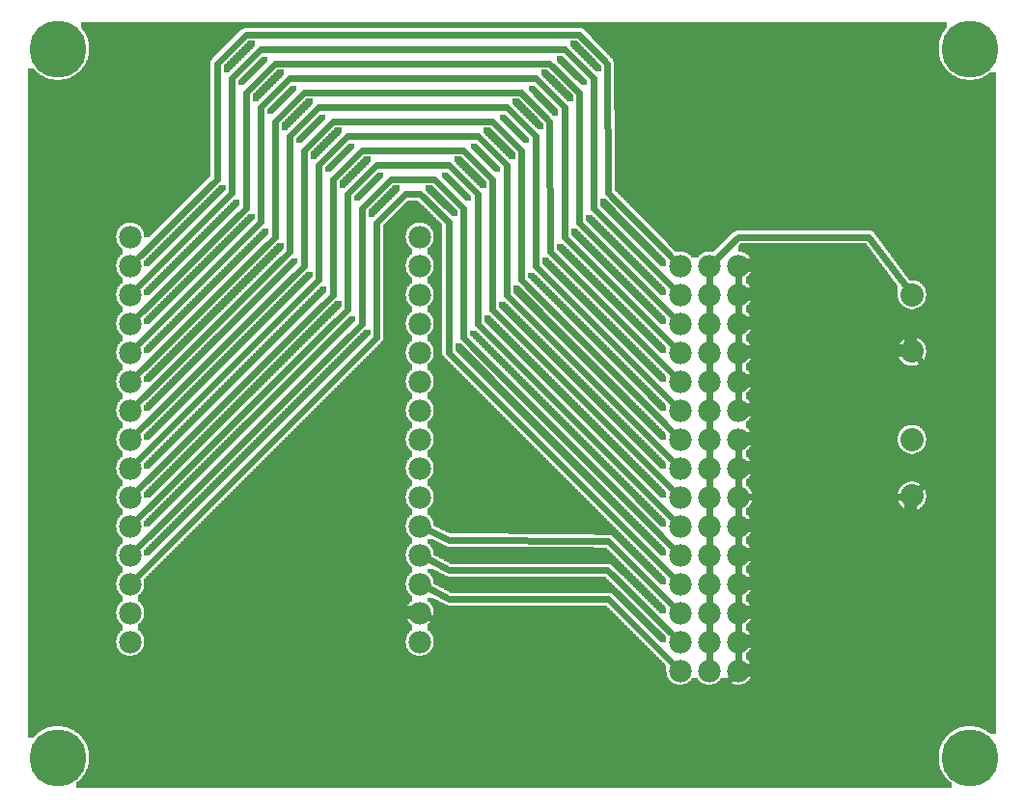
<source format=gbl>
G04 MADE WITH FRITZING*
G04 WWW.FRITZING.ORG*
G04 DOUBLE SIDED*
G04 HOLES PLATED*
G04 CONTOUR ON CENTER OF CONTOUR VECTOR*
%ASAXBY*%
%FSLAX23Y23*%
%MOIN*%
%OFA0B0*%
%SFA1.0B1.0*%
%ADD10C,0.075000*%
%ADD11C,0.196851*%
%ADD12C,0.078000*%
%ADD13C,0.080000*%
%ADD14C,0.024000*%
%LNCOPPER0*%
G90*
G70*
G54D10*
X2078Y2621D03*
G54D11*
X144Y2597D03*
X144Y147D03*
X3294Y147D03*
X3294Y2597D03*
G54D12*
X1394Y1947D03*
X1394Y1847D03*
X1394Y1747D03*
X1394Y1647D03*
X1394Y1547D03*
X1394Y1447D03*
X1394Y1347D03*
X1394Y1247D03*
X1394Y1147D03*
X1394Y1047D03*
X1394Y947D03*
X1394Y847D03*
X1394Y747D03*
X1394Y647D03*
X1394Y547D03*
X394Y1947D03*
X394Y1847D03*
X394Y1747D03*
X394Y1647D03*
X394Y1547D03*
X394Y1447D03*
X394Y1347D03*
X394Y1247D03*
X394Y1147D03*
X394Y1047D03*
X394Y947D03*
X394Y847D03*
X394Y747D03*
X394Y647D03*
X394Y547D03*
X2494Y647D03*
X2394Y647D03*
X2294Y647D03*
X2494Y1647D03*
X2394Y1647D03*
X2294Y1647D03*
X2494Y1347D03*
X2394Y1347D03*
X2294Y1347D03*
X2494Y1747D03*
X2394Y1747D03*
X2294Y1747D03*
X2494Y1147D03*
X2394Y1147D03*
X2294Y1147D03*
X2494Y1247D03*
X2394Y1247D03*
X2294Y1247D03*
X2494Y1447D03*
X2394Y1447D03*
X2294Y1447D03*
X2494Y1547D03*
X2394Y1547D03*
X2294Y1547D03*
X2494Y1847D03*
X2394Y1847D03*
X2294Y1847D03*
X2494Y1047D03*
X2394Y1047D03*
X2294Y1047D03*
X2494Y947D03*
X2394Y947D03*
X2294Y947D03*
X2494Y547D03*
X2394Y547D03*
X2294Y547D03*
X2494Y447D03*
X2394Y447D03*
X2294Y447D03*
X2494Y847D03*
X2394Y847D03*
X2294Y847D03*
X2494Y747D03*
X2394Y747D03*
X2294Y747D03*
G54D13*
X3094Y1747D03*
X3094Y1551D03*
X3094Y1247D03*
X3094Y1051D03*
G54D14*
X694Y2147D02*
X694Y2547D01*
D02*
X2045Y2099D02*
X2272Y1869D01*
D02*
X794Y2647D02*
X1945Y2647D01*
D02*
X694Y2547D02*
X794Y2647D01*
D02*
X2042Y2547D02*
X2045Y2099D01*
D02*
X1945Y2647D02*
X2042Y2547D01*
D02*
X415Y1869D02*
X694Y2147D01*
D02*
X745Y2099D02*
X745Y2496D01*
D02*
X845Y2596D02*
X1894Y2596D01*
D02*
X745Y2496D02*
X845Y2596D01*
D02*
X1994Y2496D02*
X1994Y2047D01*
D02*
X1994Y2047D02*
X2272Y1769D01*
D02*
X1894Y2596D02*
X1994Y2496D01*
D02*
X415Y1769D02*
X745Y2099D01*
D02*
X794Y2047D02*
X794Y2447D01*
D02*
X1945Y1996D02*
X2272Y1669D01*
D02*
X1945Y2447D02*
X1945Y1996D01*
D02*
X1842Y2547D02*
X1945Y2447D01*
D02*
X894Y2547D02*
X1842Y2547D01*
D02*
X794Y2447D02*
X894Y2547D01*
D02*
X415Y1669D02*
X794Y2047D01*
D02*
X845Y1999D02*
X415Y1569D01*
D02*
X1894Y1947D02*
X1894Y2396D01*
D02*
X1894Y2396D02*
X1794Y2496D01*
D02*
X1794Y2496D02*
X945Y2496D01*
D02*
X945Y2496D02*
X845Y2396D01*
D02*
X845Y2396D02*
X845Y1999D01*
D02*
X2272Y1569D02*
X1894Y1947D01*
D02*
X894Y1947D02*
X415Y1469D01*
D02*
X1845Y1896D02*
X1842Y2347D01*
D02*
X1842Y2347D02*
X1745Y2447D01*
D02*
X1745Y2447D02*
X994Y2447D01*
D02*
X994Y2447D02*
X894Y2347D01*
D02*
X894Y2347D02*
X894Y1947D01*
D02*
X2272Y1469D02*
X1845Y1896D01*
D02*
X945Y1896D02*
X415Y1369D01*
D02*
X1794Y1847D02*
X1794Y2296D01*
D02*
X1794Y2296D02*
X1694Y2396D01*
D02*
X1694Y2396D02*
X1045Y2396D01*
D02*
X1045Y2396D02*
X945Y2296D01*
D02*
X945Y2296D02*
X945Y1896D01*
D02*
X2272Y1369D02*
X1794Y1847D01*
D02*
X994Y1847D02*
X994Y2247D01*
D02*
X1745Y1799D02*
X2272Y1269D01*
D02*
X1745Y2247D02*
X1745Y1799D01*
D02*
X1645Y2347D02*
X1745Y2247D01*
D02*
X1094Y2347D02*
X1645Y2347D01*
D02*
X994Y2247D02*
X1094Y2347D01*
D02*
X415Y1269D02*
X994Y1847D01*
D02*
X1045Y1799D02*
X1045Y2196D01*
D02*
X1694Y1747D02*
X2272Y1169D01*
D02*
X1694Y2196D02*
X1694Y1747D01*
D02*
X1594Y2296D02*
X1694Y2196D01*
D02*
X1145Y2296D02*
X1594Y2296D01*
D02*
X1045Y2196D02*
X1145Y2296D01*
D02*
X415Y1169D02*
X1045Y1799D01*
D02*
X1094Y1747D02*
X1094Y2147D01*
D02*
X1645Y1696D02*
X2272Y1069D01*
D02*
X1645Y2147D02*
X1645Y1696D01*
D02*
X1545Y2247D02*
X1645Y2147D01*
D02*
X1194Y2247D02*
X1545Y2247D01*
D02*
X1094Y2147D02*
X1194Y2247D01*
D02*
X415Y1069D02*
X1094Y1747D01*
D02*
X1145Y1696D02*
X1145Y2096D01*
D02*
X1594Y1647D02*
X2272Y969D01*
D02*
X1594Y2096D02*
X1594Y1647D01*
D02*
X1494Y2196D02*
X1594Y2096D01*
D02*
X1245Y2196D02*
X1494Y2196D01*
D02*
X1145Y2096D02*
X1245Y2196D01*
D02*
X415Y969D02*
X1145Y1696D01*
D02*
X1194Y1647D02*
X1194Y2047D01*
D02*
X1545Y1599D02*
X2272Y869D01*
D02*
X1545Y2047D02*
X1545Y1599D01*
D02*
X1445Y2147D02*
X1545Y2047D01*
D02*
X1294Y2147D02*
X1445Y2147D01*
D02*
X1194Y2047D02*
X1294Y2147D01*
D02*
X415Y869D02*
X1194Y1647D01*
D02*
X1245Y1599D02*
X1245Y1996D01*
D02*
X1494Y1547D02*
X2272Y769D01*
D02*
X1494Y1999D02*
X1494Y1547D01*
D02*
X1394Y2096D02*
X1494Y1999D01*
D02*
X1345Y2096D02*
X1394Y2096D01*
D02*
X1245Y1996D02*
X1345Y2096D01*
D02*
X415Y769D02*
X1245Y1599D01*
D02*
X1494Y899D02*
X1421Y934D01*
D02*
X2045Y896D02*
X1494Y899D01*
D02*
X2272Y669D02*
X2045Y896D01*
D02*
X1494Y796D02*
X1420Y834D01*
D02*
X2042Y796D02*
X1494Y796D01*
D02*
X2272Y569D02*
X2042Y796D01*
D02*
X1494Y696D02*
X1420Y734D01*
D02*
X2045Y696D02*
X1494Y696D01*
D02*
X2272Y469D02*
X2045Y696D01*
D02*
X1494Y596D02*
X1794Y596D01*
D02*
X2394Y347D02*
X2472Y426D01*
D02*
X1994Y347D02*
X2394Y347D01*
D02*
X1794Y596D02*
X1994Y347D01*
D02*
X1420Y634D02*
X1494Y596D01*
D02*
X2945Y1947D02*
X2494Y1947D01*
D02*
X2494Y1947D02*
X2415Y1869D01*
D02*
X3073Y1775D02*
X2945Y1947D01*
D02*
X2524Y1048D02*
X3059Y1050D01*
D02*
X3194Y1147D02*
X3118Y1075D01*
D02*
X3194Y1447D02*
X3194Y1147D01*
D02*
X3118Y1526D02*
X3194Y1447D01*
D02*
X2394Y717D02*
X2394Y678D01*
D02*
X2394Y578D02*
X2394Y617D01*
D02*
X2394Y817D02*
X2394Y778D01*
D02*
X2394Y917D02*
X2394Y878D01*
D02*
X2394Y1017D02*
X2394Y978D01*
D02*
X2394Y1117D02*
X2394Y1078D01*
D02*
X2394Y1217D02*
X2394Y1178D01*
D02*
X2394Y1278D02*
X2394Y1317D01*
D02*
X2394Y1417D02*
X2394Y1378D01*
D02*
X2394Y1517D02*
X2394Y1478D01*
D02*
X2394Y1617D02*
X2394Y1578D01*
D02*
X2394Y1717D02*
X2394Y1678D01*
D02*
X2394Y1817D02*
X2394Y1778D01*
D02*
X2494Y1217D02*
X2494Y1178D01*
D02*
X2494Y1417D02*
X2494Y1378D01*
D02*
X2494Y1517D02*
X2494Y1478D01*
D02*
X2494Y1617D02*
X2494Y1578D01*
D02*
X2494Y1717D02*
X2494Y1678D01*
D02*
X2494Y1817D02*
X2494Y1778D01*
D02*
X2494Y1078D02*
X2494Y1117D01*
D02*
X2494Y978D02*
X2494Y1017D01*
D02*
X2494Y878D02*
X2494Y917D01*
D02*
X2494Y778D02*
X2494Y817D01*
D02*
X2494Y678D02*
X2494Y717D01*
D02*
X2494Y578D02*
X2494Y617D01*
D02*
X2494Y478D02*
X2494Y517D01*
D02*
X2394Y478D02*
X2394Y517D01*
G36*
X802Y2625D02*
X802Y2623D01*
X800Y2623D01*
X800Y2621D01*
X798Y2621D01*
X798Y2619D01*
X796Y2619D01*
X796Y2617D01*
X794Y2617D01*
X794Y2615D01*
X792Y2615D01*
X792Y2613D01*
X790Y2613D01*
X790Y2611D01*
X788Y2611D01*
X788Y2609D01*
X786Y2609D01*
X786Y2607D01*
X784Y2607D01*
X784Y2605D01*
X782Y2605D01*
X782Y2603D01*
X780Y2603D01*
X780Y2601D01*
X778Y2601D01*
X778Y2599D01*
X776Y2599D01*
X776Y2597D01*
X774Y2597D01*
X774Y2595D01*
X772Y2595D01*
X772Y2593D01*
X770Y2593D01*
X770Y2591D01*
X768Y2591D01*
X768Y2589D01*
X766Y2589D01*
X766Y2587D01*
X764Y2587D01*
X764Y2585D01*
X762Y2585D01*
X762Y2583D01*
X760Y2583D01*
X760Y2581D01*
X758Y2581D01*
X758Y2579D01*
X756Y2579D01*
X756Y2577D01*
X754Y2577D01*
X754Y2575D01*
X752Y2575D01*
X752Y2573D01*
X750Y2573D01*
X750Y2571D01*
X748Y2571D01*
X748Y2569D01*
X746Y2569D01*
X746Y2567D01*
X744Y2567D01*
X744Y2565D01*
X742Y2565D01*
X742Y2563D01*
X740Y2563D01*
X740Y2561D01*
X738Y2561D01*
X738Y2559D01*
X736Y2559D01*
X736Y2557D01*
X734Y2557D01*
X734Y2555D01*
X732Y2555D01*
X732Y2553D01*
X730Y2553D01*
X730Y2551D01*
X728Y2551D01*
X728Y2549D01*
X726Y2549D01*
X726Y2547D01*
X724Y2547D01*
X724Y2545D01*
X722Y2545D01*
X722Y2543D01*
X720Y2543D01*
X720Y2541D01*
X718Y2541D01*
X718Y2539D01*
X716Y2539D01*
X716Y2517D01*
X736Y2517D01*
X736Y2519D01*
X738Y2519D01*
X738Y2521D01*
X740Y2521D01*
X740Y2523D01*
X742Y2523D01*
X742Y2525D01*
X744Y2525D01*
X744Y2527D01*
X746Y2527D01*
X746Y2529D01*
X748Y2529D01*
X748Y2531D01*
X750Y2531D01*
X750Y2533D01*
X752Y2533D01*
X752Y2535D01*
X754Y2535D01*
X754Y2537D01*
X756Y2537D01*
X756Y2539D01*
X758Y2539D01*
X758Y2541D01*
X760Y2541D01*
X760Y2543D01*
X762Y2543D01*
X762Y2545D01*
X764Y2545D01*
X764Y2547D01*
X766Y2547D01*
X766Y2549D01*
X768Y2549D01*
X768Y2551D01*
X770Y2551D01*
X770Y2553D01*
X772Y2553D01*
X772Y2555D01*
X774Y2555D01*
X774Y2557D01*
X776Y2557D01*
X776Y2559D01*
X778Y2559D01*
X778Y2561D01*
X780Y2561D01*
X780Y2563D01*
X782Y2563D01*
X782Y2565D01*
X784Y2565D01*
X784Y2567D01*
X786Y2567D01*
X786Y2569D01*
X788Y2569D01*
X788Y2571D01*
X790Y2571D01*
X790Y2573D01*
X792Y2573D01*
X792Y2575D01*
X794Y2575D01*
X794Y2577D01*
X796Y2577D01*
X796Y2579D01*
X798Y2579D01*
X798Y2581D01*
X800Y2581D01*
X800Y2583D01*
X802Y2583D01*
X802Y2585D01*
X804Y2585D01*
X804Y2587D01*
X806Y2587D01*
X806Y2589D01*
X808Y2589D01*
X808Y2591D01*
X810Y2591D01*
X810Y2593D01*
X812Y2593D01*
X812Y2595D01*
X814Y2595D01*
X814Y2597D01*
X816Y2597D01*
X816Y2599D01*
X818Y2599D01*
X818Y2601D01*
X820Y2601D01*
X820Y2603D01*
X822Y2603D01*
X822Y2605D01*
X824Y2605D01*
X824Y2625D01*
X802Y2625D01*
G37*
D02*
G36*
X1914Y2625D02*
X1914Y2605D01*
X1916Y2605D01*
X1916Y2603D01*
X1918Y2603D01*
X1918Y2601D01*
X1920Y2601D01*
X1920Y2599D01*
X1922Y2599D01*
X1922Y2597D01*
X1924Y2597D01*
X1924Y2595D01*
X1926Y2595D01*
X1926Y2593D01*
X1928Y2593D01*
X1928Y2591D01*
X1930Y2591D01*
X1930Y2589D01*
X1932Y2589D01*
X1932Y2587D01*
X1934Y2587D01*
X1934Y2585D01*
X1936Y2585D01*
X1936Y2583D01*
X1938Y2583D01*
X1938Y2581D01*
X1940Y2581D01*
X1940Y2579D01*
X1942Y2579D01*
X1942Y2577D01*
X1944Y2577D01*
X1944Y2575D01*
X1946Y2575D01*
X1946Y2573D01*
X1948Y2573D01*
X1948Y2571D01*
X1950Y2571D01*
X1950Y2569D01*
X1952Y2569D01*
X1952Y2567D01*
X1954Y2567D01*
X1954Y2565D01*
X1956Y2565D01*
X1956Y2563D01*
X1958Y2563D01*
X1958Y2561D01*
X1960Y2561D01*
X1960Y2559D01*
X1962Y2559D01*
X1962Y2557D01*
X1964Y2557D01*
X1964Y2555D01*
X1966Y2555D01*
X1966Y2553D01*
X1968Y2553D01*
X1968Y2551D01*
X1970Y2551D01*
X1970Y2549D01*
X1972Y2549D01*
X1972Y2547D01*
X1974Y2547D01*
X1974Y2545D01*
X1976Y2545D01*
X1976Y2543D01*
X1978Y2543D01*
X1978Y2541D01*
X1980Y2541D01*
X1980Y2539D01*
X1982Y2539D01*
X1982Y2537D01*
X1984Y2537D01*
X1984Y2535D01*
X1986Y2535D01*
X1986Y2533D01*
X1988Y2533D01*
X1988Y2531D01*
X1990Y2531D01*
X1990Y2529D01*
X1992Y2529D01*
X1992Y2527D01*
X1994Y2527D01*
X1994Y2525D01*
X1996Y2525D01*
X1996Y2523D01*
X1998Y2523D01*
X1998Y2521D01*
X2000Y2521D01*
X2000Y2519D01*
X2020Y2519D01*
X2020Y2539D01*
X2018Y2539D01*
X2018Y2541D01*
X2016Y2541D01*
X2016Y2543D01*
X2014Y2543D01*
X2014Y2545D01*
X2012Y2545D01*
X2012Y2547D01*
X2010Y2547D01*
X2010Y2549D01*
X2008Y2549D01*
X2008Y2551D01*
X2006Y2551D01*
X2006Y2553D01*
X2004Y2553D01*
X2004Y2555D01*
X2002Y2555D01*
X2002Y2559D01*
X2000Y2559D01*
X2000Y2561D01*
X1998Y2561D01*
X1998Y2563D01*
X1996Y2563D01*
X1996Y2565D01*
X1994Y2565D01*
X1994Y2567D01*
X1992Y2567D01*
X1992Y2569D01*
X1990Y2569D01*
X1990Y2571D01*
X1988Y2571D01*
X1988Y2573D01*
X1986Y2573D01*
X1986Y2575D01*
X1984Y2575D01*
X1984Y2577D01*
X1982Y2577D01*
X1982Y2579D01*
X1980Y2579D01*
X1980Y2581D01*
X1978Y2581D01*
X1978Y2583D01*
X1976Y2583D01*
X1976Y2585D01*
X1974Y2585D01*
X1974Y2587D01*
X1972Y2587D01*
X1972Y2589D01*
X1970Y2589D01*
X1970Y2591D01*
X1968Y2591D01*
X1968Y2593D01*
X1966Y2593D01*
X1966Y2595D01*
X1964Y2595D01*
X1964Y2597D01*
X1962Y2597D01*
X1962Y2599D01*
X1960Y2599D01*
X1960Y2601D01*
X1958Y2601D01*
X1958Y2603D01*
X1956Y2603D01*
X1956Y2605D01*
X1954Y2605D01*
X1954Y2607D01*
X1952Y2607D01*
X1952Y2609D01*
X1950Y2609D01*
X1950Y2613D01*
X1948Y2613D01*
X1948Y2615D01*
X1946Y2615D01*
X1946Y2617D01*
X1944Y2617D01*
X1944Y2619D01*
X1942Y2619D01*
X1942Y2621D01*
X1940Y2621D01*
X1940Y2623D01*
X1938Y2623D01*
X1938Y2625D01*
X1914Y2625D01*
G37*
D02*
G36*
X1866Y2573D02*
X1866Y2553D01*
X1868Y2553D01*
X1868Y2551D01*
X1870Y2551D01*
X1870Y2549D01*
X1872Y2549D01*
X1872Y2547D01*
X1874Y2547D01*
X1874Y2545D01*
X1878Y2545D01*
X1878Y2543D01*
X1880Y2543D01*
X1880Y2541D01*
X1882Y2541D01*
X1882Y2539D01*
X1884Y2539D01*
X1884Y2537D01*
X1886Y2537D01*
X1886Y2535D01*
X1888Y2535D01*
X1888Y2533D01*
X1890Y2533D01*
X1890Y2531D01*
X1892Y2531D01*
X1892Y2529D01*
X1894Y2529D01*
X1894Y2527D01*
X1896Y2527D01*
X1896Y2525D01*
X1898Y2525D01*
X1898Y2523D01*
X1900Y2523D01*
X1900Y2521D01*
X1902Y2521D01*
X1902Y2519D01*
X1904Y2519D01*
X1904Y2517D01*
X1906Y2517D01*
X1906Y2515D01*
X1908Y2515D01*
X1908Y2513D01*
X1910Y2513D01*
X1910Y2511D01*
X1912Y2511D01*
X1912Y2509D01*
X1914Y2509D01*
X1914Y2507D01*
X1916Y2507D01*
X1916Y2505D01*
X1918Y2505D01*
X1918Y2503D01*
X1920Y2503D01*
X1920Y2501D01*
X1922Y2501D01*
X1922Y2499D01*
X1924Y2499D01*
X1924Y2497D01*
X1926Y2497D01*
X1926Y2495D01*
X1928Y2495D01*
X1928Y2493D01*
X1930Y2493D01*
X1930Y2491D01*
X1932Y2491D01*
X1932Y2489D01*
X1936Y2489D01*
X1936Y2487D01*
X1938Y2487D01*
X1938Y2485D01*
X1940Y2485D01*
X1940Y2483D01*
X1942Y2483D01*
X1942Y2481D01*
X1944Y2481D01*
X1944Y2479D01*
X1946Y2479D01*
X1946Y2477D01*
X1948Y2477D01*
X1948Y2475D01*
X1950Y2475D01*
X1950Y2473D01*
X1952Y2473D01*
X1952Y2471D01*
X1972Y2471D01*
X1972Y2487D01*
X1970Y2487D01*
X1970Y2489D01*
X1968Y2489D01*
X1968Y2491D01*
X1966Y2491D01*
X1966Y2493D01*
X1964Y2493D01*
X1964Y2495D01*
X1962Y2495D01*
X1962Y2497D01*
X1960Y2497D01*
X1960Y2499D01*
X1958Y2499D01*
X1958Y2501D01*
X1956Y2501D01*
X1956Y2503D01*
X1954Y2503D01*
X1954Y2505D01*
X1952Y2505D01*
X1952Y2507D01*
X1950Y2507D01*
X1950Y2509D01*
X1948Y2509D01*
X1948Y2511D01*
X1946Y2511D01*
X1946Y2513D01*
X1944Y2513D01*
X1944Y2515D01*
X1942Y2515D01*
X1942Y2517D01*
X1940Y2517D01*
X1940Y2519D01*
X1938Y2519D01*
X1938Y2521D01*
X1936Y2521D01*
X1936Y2523D01*
X1934Y2523D01*
X1934Y2525D01*
X1932Y2525D01*
X1932Y2527D01*
X1930Y2527D01*
X1930Y2529D01*
X1928Y2529D01*
X1928Y2531D01*
X1926Y2531D01*
X1926Y2533D01*
X1924Y2533D01*
X1924Y2535D01*
X1922Y2535D01*
X1922Y2537D01*
X1920Y2537D01*
X1920Y2539D01*
X1918Y2539D01*
X1918Y2541D01*
X1916Y2541D01*
X1916Y2543D01*
X1914Y2543D01*
X1914Y2545D01*
X1912Y2545D01*
X1912Y2547D01*
X1910Y2547D01*
X1910Y2549D01*
X1908Y2549D01*
X1908Y2551D01*
X1906Y2551D01*
X1906Y2553D01*
X1904Y2553D01*
X1904Y2555D01*
X1902Y2555D01*
X1902Y2557D01*
X1900Y2557D01*
X1900Y2559D01*
X1898Y2559D01*
X1898Y2561D01*
X1896Y2561D01*
X1896Y2563D01*
X1894Y2563D01*
X1894Y2565D01*
X1892Y2565D01*
X1892Y2567D01*
X1890Y2567D01*
X1890Y2569D01*
X1888Y2569D01*
X1888Y2571D01*
X1886Y2571D01*
X1886Y2573D01*
X1866Y2573D01*
G37*
D02*
G36*
X848Y2569D02*
X848Y2567D01*
X846Y2567D01*
X846Y2565D01*
X844Y2565D01*
X844Y2563D01*
X842Y2563D01*
X842Y2561D01*
X840Y2561D01*
X840Y2559D01*
X838Y2559D01*
X838Y2557D01*
X836Y2557D01*
X836Y2555D01*
X834Y2555D01*
X834Y2553D01*
X832Y2553D01*
X832Y2551D01*
X830Y2551D01*
X830Y2549D01*
X828Y2549D01*
X828Y2547D01*
X826Y2547D01*
X826Y2545D01*
X824Y2545D01*
X824Y2543D01*
X822Y2543D01*
X822Y2541D01*
X820Y2541D01*
X820Y2539D01*
X818Y2539D01*
X818Y2537D01*
X816Y2537D01*
X816Y2535D01*
X814Y2535D01*
X814Y2533D01*
X812Y2533D01*
X812Y2531D01*
X810Y2531D01*
X810Y2529D01*
X808Y2529D01*
X808Y2527D01*
X806Y2527D01*
X806Y2525D01*
X804Y2525D01*
X804Y2523D01*
X802Y2523D01*
X802Y2521D01*
X800Y2521D01*
X800Y2519D01*
X798Y2519D01*
X798Y2517D01*
X796Y2517D01*
X796Y2515D01*
X794Y2515D01*
X794Y2513D01*
X792Y2513D01*
X792Y2511D01*
X790Y2511D01*
X790Y2509D01*
X788Y2509D01*
X788Y2507D01*
X786Y2507D01*
X786Y2505D01*
X784Y2505D01*
X784Y2503D01*
X782Y2503D01*
X782Y2501D01*
X780Y2501D01*
X780Y2499D01*
X778Y2499D01*
X778Y2497D01*
X776Y2497D01*
X776Y2495D01*
X774Y2495D01*
X774Y2493D01*
X772Y2493D01*
X772Y2491D01*
X770Y2491D01*
X770Y2489D01*
X768Y2489D01*
X768Y2473D01*
X788Y2473D01*
X788Y2475D01*
X790Y2475D01*
X790Y2477D01*
X792Y2477D01*
X792Y2479D01*
X794Y2479D01*
X794Y2481D01*
X796Y2481D01*
X796Y2483D01*
X798Y2483D01*
X798Y2485D01*
X800Y2485D01*
X800Y2487D01*
X802Y2487D01*
X802Y2489D01*
X804Y2489D01*
X804Y2491D01*
X806Y2491D01*
X806Y2493D01*
X808Y2493D01*
X808Y2495D01*
X810Y2495D01*
X810Y2497D01*
X812Y2497D01*
X812Y2499D01*
X814Y2499D01*
X814Y2501D01*
X816Y2501D01*
X816Y2503D01*
X818Y2503D01*
X818Y2505D01*
X820Y2505D01*
X820Y2507D01*
X822Y2507D01*
X822Y2509D01*
X824Y2509D01*
X824Y2511D01*
X826Y2511D01*
X826Y2513D01*
X828Y2513D01*
X828Y2515D01*
X830Y2515D01*
X830Y2517D01*
X832Y2517D01*
X832Y2519D01*
X834Y2519D01*
X834Y2521D01*
X836Y2521D01*
X836Y2523D01*
X838Y2523D01*
X838Y2525D01*
X840Y2525D01*
X840Y2527D01*
X842Y2527D01*
X842Y2529D01*
X844Y2529D01*
X844Y2531D01*
X846Y2531D01*
X846Y2533D01*
X848Y2533D01*
X848Y2535D01*
X850Y2535D01*
X850Y2537D01*
X852Y2537D01*
X852Y2539D01*
X854Y2539D01*
X854Y2541D01*
X856Y2541D01*
X856Y2543D01*
X858Y2543D01*
X858Y2545D01*
X860Y2545D01*
X860Y2547D01*
X862Y2547D01*
X862Y2549D01*
X864Y2549D01*
X864Y2551D01*
X866Y2551D01*
X866Y2553D01*
X868Y2553D01*
X868Y2569D01*
X848Y2569D01*
G37*
D02*
G36*
X902Y2525D02*
X902Y2523D01*
X900Y2523D01*
X900Y2521D01*
X898Y2521D01*
X898Y2519D01*
X896Y2519D01*
X896Y2517D01*
X894Y2517D01*
X894Y2515D01*
X892Y2515D01*
X892Y2513D01*
X890Y2513D01*
X890Y2511D01*
X888Y2511D01*
X888Y2509D01*
X886Y2509D01*
X886Y2507D01*
X884Y2507D01*
X884Y2505D01*
X882Y2505D01*
X882Y2503D01*
X880Y2503D01*
X880Y2501D01*
X878Y2501D01*
X878Y2499D01*
X876Y2499D01*
X876Y2497D01*
X874Y2497D01*
X874Y2495D01*
X872Y2495D01*
X872Y2493D01*
X870Y2493D01*
X870Y2491D01*
X868Y2491D01*
X868Y2489D01*
X866Y2489D01*
X866Y2487D01*
X864Y2487D01*
X864Y2485D01*
X862Y2485D01*
X862Y2483D01*
X860Y2483D01*
X860Y2481D01*
X858Y2481D01*
X858Y2479D01*
X856Y2479D01*
X856Y2477D01*
X854Y2477D01*
X854Y2475D01*
X852Y2475D01*
X852Y2473D01*
X850Y2473D01*
X850Y2471D01*
X848Y2471D01*
X848Y2469D01*
X846Y2469D01*
X846Y2467D01*
X844Y2467D01*
X844Y2465D01*
X842Y2465D01*
X842Y2463D01*
X840Y2463D01*
X840Y2461D01*
X838Y2461D01*
X838Y2459D01*
X836Y2459D01*
X836Y2457D01*
X834Y2457D01*
X834Y2455D01*
X832Y2455D01*
X832Y2453D01*
X830Y2453D01*
X830Y2451D01*
X828Y2451D01*
X828Y2449D01*
X826Y2449D01*
X826Y2447D01*
X824Y2447D01*
X824Y2445D01*
X822Y2445D01*
X822Y2443D01*
X820Y2443D01*
X820Y2441D01*
X818Y2441D01*
X818Y2439D01*
X816Y2439D01*
X816Y2417D01*
X836Y2417D01*
X836Y2419D01*
X838Y2419D01*
X838Y2421D01*
X840Y2421D01*
X840Y2423D01*
X842Y2423D01*
X842Y2425D01*
X844Y2425D01*
X844Y2427D01*
X846Y2427D01*
X846Y2429D01*
X848Y2429D01*
X848Y2431D01*
X850Y2431D01*
X850Y2433D01*
X852Y2433D01*
X852Y2435D01*
X854Y2435D01*
X854Y2437D01*
X856Y2437D01*
X856Y2439D01*
X858Y2439D01*
X858Y2441D01*
X860Y2441D01*
X860Y2443D01*
X862Y2443D01*
X862Y2445D01*
X864Y2445D01*
X864Y2447D01*
X866Y2447D01*
X866Y2449D01*
X868Y2449D01*
X868Y2451D01*
X870Y2451D01*
X870Y2453D01*
X872Y2453D01*
X872Y2455D01*
X874Y2455D01*
X874Y2457D01*
X876Y2457D01*
X876Y2459D01*
X878Y2459D01*
X878Y2461D01*
X880Y2461D01*
X880Y2463D01*
X882Y2463D01*
X882Y2465D01*
X884Y2465D01*
X884Y2467D01*
X886Y2467D01*
X886Y2469D01*
X888Y2469D01*
X888Y2471D01*
X890Y2471D01*
X890Y2473D01*
X892Y2473D01*
X892Y2475D01*
X894Y2475D01*
X894Y2477D01*
X896Y2477D01*
X896Y2479D01*
X898Y2479D01*
X898Y2481D01*
X900Y2481D01*
X900Y2483D01*
X902Y2483D01*
X902Y2485D01*
X904Y2485D01*
X904Y2487D01*
X906Y2487D01*
X906Y2489D01*
X908Y2489D01*
X908Y2491D01*
X910Y2491D01*
X910Y2493D01*
X912Y2493D01*
X912Y2495D01*
X914Y2495D01*
X914Y2497D01*
X916Y2497D01*
X916Y2499D01*
X918Y2499D01*
X918Y2501D01*
X920Y2501D01*
X920Y2503D01*
X922Y2503D01*
X922Y2505D01*
X924Y2505D01*
X924Y2525D01*
X902Y2525D01*
G37*
D02*
G36*
X1814Y2525D02*
X1814Y2505D01*
X1816Y2505D01*
X1816Y2503D01*
X1818Y2503D01*
X1818Y2501D01*
X1820Y2501D01*
X1820Y2499D01*
X1822Y2499D01*
X1822Y2497D01*
X1824Y2497D01*
X1824Y2495D01*
X1826Y2495D01*
X1826Y2493D01*
X1828Y2493D01*
X1828Y2491D01*
X1830Y2491D01*
X1830Y2489D01*
X1832Y2489D01*
X1832Y2487D01*
X1834Y2487D01*
X1834Y2485D01*
X1836Y2485D01*
X1836Y2483D01*
X1838Y2483D01*
X1838Y2481D01*
X1840Y2481D01*
X1840Y2479D01*
X1842Y2479D01*
X1842Y2477D01*
X1844Y2477D01*
X1844Y2475D01*
X1846Y2475D01*
X1846Y2473D01*
X1848Y2473D01*
X1848Y2471D01*
X1850Y2471D01*
X1850Y2469D01*
X1852Y2469D01*
X1852Y2467D01*
X1854Y2467D01*
X1854Y2465D01*
X1856Y2465D01*
X1856Y2463D01*
X1858Y2463D01*
X1858Y2461D01*
X1860Y2461D01*
X1860Y2459D01*
X1862Y2459D01*
X1862Y2457D01*
X1864Y2457D01*
X1864Y2455D01*
X1866Y2455D01*
X1866Y2453D01*
X1868Y2453D01*
X1868Y2451D01*
X1870Y2451D01*
X1870Y2449D01*
X1872Y2449D01*
X1872Y2447D01*
X1874Y2447D01*
X1874Y2445D01*
X1876Y2445D01*
X1876Y2443D01*
X1878Y2443D01*
X1878Y2441D01*
X1880Y2441D01*
X1880Y2439D01*
X1882Y2439D01*
X1882Y2437D01*
X1884Y2437D01*
X1884Y2435D01*
X1886Y2435D01*
X1886Y2433D01*
X1888Y2433D01*
X1888Y2431D01*
X1890Y2431D01*
X1890Y2429D01*
X1892Y2429D01*
X1892Y2427D01*
X1894Y2427D01*
X1894Y2425D01*
X1896Y2425D01*
X1896Y2423D01*
X1898Y2423D01*
X1898Y2421D01*
X1900Y2421D01*
X1900Y2419D01*
X1902Y2419D01*
X1902Y2417D01*
X1904Y2417D01*
X1904Y2415D01*
X1924Y2415D01*
X1924Y2439D01*
X1922Y2439D01*
X1922Y2441D01*
X1920Y2441D01*
X1920Y2443D01*
X1918Y2443D01*
X1918Y2445D01*
X1916Y2445D01*
X1916Y2447D01*
X1914Y2447D01*
X1914Y2449D01*
X1912Y2449D01*
X1912Y2451D01*
X1910Y2451D01*
X1910Y2453D01*
X1906Y2453D01*
X1906Y2455D01*
X1904Y2455D01*
X1904Y2457D01*
X1902Y2457D01*
X1902Y2459D01*
X1900Y2459D01*
X1900Y2461D01*
X1898Y2461D01*
X1898Y2463D01*
X1896Y2463D01*
X1896Y2465D01*
X1894Y2465D01*
X1894Y2467D01*
X1892Y2467D01*
X1892Y2469D01*
X1890Y2469D01*
X1890Y2471D01*
X1888Y2471D01*
X1888Y2473D01*
X1886Y2473D01*
X1886Y2475D01*
X1884Y2475D01*
X1884Y2477D01*
X1882Y2477D01*
X1882Y2479D01*
X1880Y2479D01*
X1880Y2481D01*
X1878Y2481D01*
X1878Y2483D01*
X1876Y2483D01*
X1876Y2485D01*
X1874Y2485D01*
X1874Y2487D01*
X1872Y2487D01*
X1872Y2489D01*
X1870Y2489D01*
X1870Y2491D01*
X1868Y2491D01*
X1868Y2493D01*
X1866Y2493D01*
X1866Y2495D01*
X1864Y2495D01*
X1864Y2497D01*
X1862Y2497D01*
X1862Y2499D01*
X1860Y2499D01*
X1860Y2501D01*
X1858Y2501D01*
X1858Y2503D01*
X1856Y2503D01*
X1856Y2505D01*
X1854Y2505D01*
X1854Y2507D01*
X1850Y2507D01*
X1850Y2509D01*
X1848Y2509D01*
X1848Y2511D01*
X1846Y2511D01*
X1846Y2513D01*
X1844Y2513D01*
X1844Y2515D01*
X1842Y2515D01*
X1842Y2517D01*
X1840Y2517D01*
X1840Y2519D01*
X1838Y2519D01*
X1838Y2521D01*
X1836Y2521D01*
X1836Y2523D01*
X1834Y2523D01*
X1834Y2525D01*
X1814Y2525D01*
G37*
D02*
G36*
X948Y2469D02*
X948Y2467D01*
X946Y2467D01*
X946Y2465D01*
X944Y2465D01*
X944Y2463D01*
X942Y2463D01*
X942Y2461D01*
X940Y2461D01*
X940Y2459D01*
X938Y2459D01*
X938Y2457D01*
X936Y2457D01*
X936Y2455D01*
X934Y2455D01*
X934Y2453D01*
X932Y2453D01*
X932Y2451D01*
X930Y2451D01*
X930Y2449D01*
X928Y2449D01*
X928Y2447D01*
X926Y2447D01*
X926Y2445D01*
X924Y2445D01*
X924Y2443D01*
X922Y2443D01*
X922Y2441D01*
X920Y2441D01*
X920Y2439D01*
X918Y2439D01*
X918Y2437D01*
X916Y2437D01*
X916Y2435D01*
X914Y2435D01*
X914Y2433D01*
X912Y2433D01*
X912Y2431D01*
X910Y2431D01*
X910Y2429D01*
X908Y2429D01*
X908Y2427D01*
X906Y2427D01*
X906Y2425D01*
X904Y2425D01*
X904Y2423D01*
X902Y2423D01*
X902Y2421D01*
X900Y2421D01*
X900Y2419D01*
X898Y2419D01*
X898Y2417D01*
X896Y2417D01*
X896Y2415D01*
X894Y2415D01*
X894Y2413D01*
X892Y2413D01*
X892Y2411D01*
X890Y2411D01*
X890Y2409D01*
X888Y2409D01*
X888Y2407D01*
X886Y2407D01*
X886Y2405D01*
X884Y2405D01*
X884Y2403D01*
X882Y2403D01*
X882Y2401D01*
X880Y2401D01*
X880Y2399D01*
X878Y2399D01*
X878Y2397D01*
X876Y2397D01*
X876Y2395D01*
X874Y2395D01*
X874Y2393D01*
X872Y2393D01*
X872Y2391D01*
X870Y2391D01*
X870Y2389D01*
X868Y2389D01*
X868Y2373D01*
X888Y2373D01*
X888Y2375D01*
X890Y2375D01*
X890Y2377D01*
X892Y2377D01*
X892Y2379D01*
X894Y2379D01*
X894Y2381D01*
X896Y2381D01*
X896Y2383D01*
X898Y2383D01*
X898Y2385D01*
X900Y2385D01*
X900Y2387D01*
X902Y2387D01*
X902Y2389D01*
X904Y2389D01*
X904Y2391D01*
X906Y2391D01*
X906Y2393D01*
X908Y2393D01*
X908Y2395D01*
X910Y2395D01*
X910Y2397D01*
X912Y2397D01*
X912Y2399D01*
X914Y2399D01*
X914Y2401D01*
X916Y2401D01*
X916Y2403D01*
X918Y2403D01*
X918Y2405D01*
X920Y2405D01*
X920Y2407D01*
X922Y2407D01*
X922Y2409D01*
X924Y2409D01*
X924Y2411D01*
X926Y2411D01*
X926Y2413D01*
X928Y2413D01*
X928Y2415D01*
X930Y2415D01*
X930Y2417D01*
X932Y2417D01*
X932Y2419D01*
X934Y2419D01*
X934Y2421D01*
X936Y2421D01*
X936Y2423D01*
X938Y2423D01*
X938Y2425D01*
X940Y2425D01*
X940Y2427D01*
X942Y2427D01*
X942Y2429D01*
X944Y2429D01*
X944Y2431D01*
X946Y2431D01*
X946Y2433D01*
X948Y2433D01*
X948Y2435D01*
X950Y2435D01*
X950Y2437D01*
X952Y2437D01*
X952Y2439D01*
X954Y2439D01*
X954Y2441D01*
X956Y2441D01*
X956Y2443D01*
X958Y2443D01*
X958Y2445D01*
X960Y2445D01*
X960Y2447D01*
X962Y2447D01*
X962Y2449D01*
X964Y2449D01*
X964Y2451D01*
X966Y2451D01*
X966Y2453D01*
X968Y2453D01*
X968Y2469D01*
X948Y2469D01*
G37*
D02*
G36*
X1770Y2469D02*
X1770Y2453D01*
X1772Y2453D01*
X1772Y2451D01*
X1774Y2451D01*
X1774Y2449D01*
X1776Y2449D01*
X1776Y2447D01*
X1778Y2447D01*
X1778Y2445D01*
X1780Y2445D01*
X1780Y2443D01*
X1782Y2443D01*
X1782Y2441D01*
X1784Y2441D01*
X1784Y2439D01*
X1786Y2439D01*
X1786Y2437D01*
X1788Y2437D01*
X1788Y2433D01*
X1790Y2433D01*
X1790Y2431D01*
X1792Y2431D01*
X1792Y2429D01*
X1794Y2429D01*
X1794Y2427D01*
X1796Y2427D01*
X1796Y2425D01*
X1798Y2425D01*
X1798Y2423D01*
X1800Y2423D01*
X1800Y2421D01*
X1802Y2421D01*
X1802Y2419D01*
X1804Y2419D01*
X1804Y2417D01*
X1806Y2417D01*
X1806Y2415D01*
X1808Y2415D01*
X1808Y2413D01*
X1810Y2413D01*
X1810Y2411D01*
X1812Y2411D01*
X1812Y2409D01*
X1814Y2409D01*
X1814Y2407D01*
X1816Y2407D01*
X1816Y2405D01*
X1818Y2405D01*
X1818Y2403D01*
X1820Y2403D01*
X1820Y2401D01*
X1822Y2401D01*
X1822Y2399D01*
X1824Y2399D01*
X1824Y2397D01*
X1826Y2397D01*
X1826Y2395D01*
X1828Y2395D01*
X1828Y2393D01*
X1830Y2393D01*
X1830Y2391D01*
X1832Y2391D01*
X1832Y2389D01*
X1834Y2389D01*
X1834Y2387D01*
X1836Y2387D01*
X1836Y2385D01*
X1838Y2385D01*
X1838Y2381D01*
X1840Y2381D01*
X1840Y2379D01*
X1842Y2379D01*
X1842Y2377D01*
X1844Y2377D01*
X1844Y2375D01*
X1846Y2375D01*
X1846Y2373D01*
X1848Y2373D01*
X1848Y2371D01*
X1850Y2371D01*
X1850Y2369D01*
X1852Y2369D01*
X1852Y2367D01*
X1872Y2367D01*
X1872Y2387D01*
X1870Y2387D01*
X1870Y2389D01*
X1868Y2389D01*
X1868Y2391D01*
X1866Y2391D01*
X1866Y2393D01*
X1864Y2393D01*
X1864Y2395D01*
X1862Y2395D01*
X1862Y2397D01*
X1860Y2397D01*
X1860Y2399D01*
X1858Y2399D01*
X1858Y2401D01*
X1856Y2401D01*
X1856Y2403D01*
X1854Y2403D01*
X1854Y2405D01*
X1852Y2405D01*
X1852Y2407D01*
X1850Y2407D01*
X1850Y2409D01*
X1848Y2409D01*
X1848Y2411D01*
X1846Y2411D01*
X1846Y2413D01*
X1844Y2413D01*
X1844Y2415D01*
X1842Y2415D01*
X1842Y2417D01*
X1840Y2417D01*
X1840Y2419D01*
X1838Y2419D01*
X1838Y2421D01*
X1836Y2421D01*
X1836Y2423D01*
X1834Y2423D01*
X1834Y2425D01*
X1832Y2425D01*
X1832Y2427D01*
X1830Y2427D01*
X1830Y2429D01*
X1828Y2429D01*
X1828Y2431D01*
X1826Y2431D01*
X1826Y2433D01*
X1824Y2433D01*
X1824Y2435D01*
X1822Y2435D01*
X1822Y2437D01*
X1820Y2437D01*
X1820Y2439D01*
X1818Y2439D01*
X1818Y2441D01*
X1816Y2441D01*
X1816Y2443D01*
X1814Y2443D01*
X1814Y2445D01*
X1812Y2445D01*
X1812Y2447D01*
X1810Y2447D01*
X1810Y2449D01*
X1808Y2449D01*
X1808Y2451D01*
X1806Y2451D01*
X1806Y2453D01*
X1804Y2453D01*
X1804Y2455D01*
X1802Y2455D01*
X1802Y2457D01*
X1800Y2457D01*
X1800Y2459D01*
X1798Y2459D01*
X1798Y2461D01*
X1796Y2461D01*
X1796Y2463D01*
X1794Y2463D01*
X1794Y2465D01*
X1792Y2465D01*
X1792Y2467D01*
X1790Y2467D01*
X1790Y2469D01*
X1770Y2469D01*
G37*
D02*
G36*
X1002Y2425D02*
X1002Y2423D01*
X1000Y2423D01*
X1000Y2421D01*
X998Y2421D01*
X998Y2419D01*
X996Y2419D01*
X996Y2417D01*
X994Y2417D01*
X994Y2415D01*
X992Y2415D01*
X992Y2413D01*
X990Y2413D01*
X990Y2411D01*
X988Y2411D01*
X988Y2409D01*
X986Y2409D01*
X986Y2407D01*
X984Y2407D01*
X984Y2405D01*
X982Y2405D01*
X982Y2403D01*
X980Y2403D01*
X980Y2401D01*
X978Y2401D01*
X978Y2399D01*
X976Y2399D01*
X976Y2397D01*
X974Y2397D01*
X974Y2395D01*
X972Y2395D01*
X972Y2393D01*
X970Y2393D01*
X970Y2391D01*
X968Y2391D01*
X968Y2389D01*
X966Y2389D01*
X966Y2387D01*
X964Y2387D01*
X964Y2385D01*
X962Y2385D01*
X962Y2383D01*
X960Y2383D01*
X960Y2381D01*
X958Y2381D01*
X958Y2379D01*
X956Y2379D01*
X956Y2377D01*
X954Y2377D01*
X954Y2375D01*
X952Y2375D01*
X952Y2373D01*
X950Y2373D01*
X950Y2371D01*
X948Y2371D01*
X948Y2369D01*
X946Y2369D01*
X946Y2367D01*
X944Y2367D01*
X944Y2365D01*
X942Y2365D01*
X942Y2363D01*
X940Y2363D01*
X940Y2361D01*
X938Y2361D01*
X938Y2359D01*
X936Y2359D01*
X936Y2357D01*
X934Y2357D01*
X934Y2355D01*
X932Y2355D01*
X932Y2353D01*
X930Y2353D01*
X930Y2351D01*
X928Y2351D01*
X928Y2349D01*
X926Y2349D01*
X926Y2347D01*
X924Y2347D01*
X924Y2345D01*
X922Y2345D01*
X922Y2343D01*
X920Y2343D01*
X920Y2341D01*
X918Y2341D01*
X918Y2339D01*
X916Y2339D01*
X916Y2317D01*
X936Y2317D01*
X936Y2319D01*
X938Y2319D01*
X938Y2321D01*
X940Y2321D01*
X940Y2323D01*
X942Y2323D01*
X942Y2325D01*
X944Y2325D01*
X944Y2327D01*
X946Y2327D01*
X946Y2329D01*
X948Y2329D01*
X948Y2331D01*
X950Y2331D01*
X950Y2333D01*
X952Y2333D01*
X952Y2335D01*
X954Y2335D01*
X954Y2337D01*
X956Y2337D01*
X956Y2339D01*
X958Y2339D01*
X958Y2341D01*
X960Y2341D01*
X960Y2343D01*
X962Y2343D01*
X962Y2345D01*
X964Y2345D01*
X964Y2347D01*
X966Y2347D01*
X966Y2349D01*
X968Y2349D01*
X968Y2351D01*
X970Y2351D01*
X970Y2353D01*
X972Y2353D01*
X972Y2355D01*
X974Y2355D01*
X974Y2357D01*
X976Y2357D01*
X976Y2359D01*
X978Y2359D01*
X978Y2361D01*
X980Y2361D01*
X980Y2363D01*
X982Y2363D01*
X982Y2365D01*
X984Y2365D01*
X984Y2367D01*
X986Y2367D01*
X986Y2369D01*
X988Y2369D01*
X988Y2371D01*
X990Y2371D01*
X990Y2373D01*
X992Y2373D01*
X992Y2375D01*
X994Y2375D01*
X994Y2377D01*
X996Y2377D01*
X996Y2379D01*
X998Y2379D01*
X998Y2381D01*
X1000Y2381D01*
X1000Y2383D01*
X1002Y2383D01*
X1002Y2385D01*
X1004Y2385D01*
X1004Y2387D01*
X1006Y2387D01*
X1006Y2389D01*
X1008Y2389D01*
X1008Y2391D01*
X1010Y2391D01*
X1010Y2393D01*
X1012Y2393D01*
X1012Y2395D01*
X1014Y2395D01*
X1014Y2397D01*
X1016Y2397D01*
X1016Y2399D01*
X1018Y2399D01*
X1018Y2401D01*
X1020Y2401D01*
X1020Y2403D01*
X1022Y2403D01*
X1022Y2405D01*
X1024Y2405D01*
X1024Y2425D01*
X1002Y2425D01*
G37*
D02*
G36*
X1714Y2425D02*
X1714Y2405D01*
X1716Y2405D01*
X1716Y2403D01*
X1718Y2403D01*
X1718Y2401D01*
X1720Y2401D01*
X1720Y2399D01*
X1722Y2399D01*
X1722Y2397D01*
X1724Y2397D01*
X1724Y2395D01*
X1726Y2395D01*
X1726Y2393D01*
X1728Y2393D01*
X1728Y2391D01*
X1730Y2391D01*
X1730Y2389D01*
X1732Y2389D01*
X1732Y2387D01*
X1734Y2387D01*
X1734Y2385D01*
X1736Y2385D01*
X1736Y2383D01*
X1738Y2383D01*
X1738Y2381D01*
X1740Y2381D01*
X1740Y2379D01*
X1742Y2379D01*
X1742Y2377D01*
X1744Y2377D01*
X1744Y2375D01*
X1746Y2375D01*
X1746Y2373D01*
X1748Y2373D01*
X1748Y2371D01*
X1750Y2371D01*
X1750Y2369D01*
X1752Y2369D01*
X1752Y2367D01*
X1754Y2367D01*
X1754Y2365D01*
X1756Y2365D01*
X1756Y2363D01*
X1758Y2363D01*
X1758Y2361D01*
X1760Y2361D01*
X1760Y2359D01*
X1762Y2359D01*
X1762Y2357D01*
X1764Y2357D01*
X1764Y2355D01*
X1766Y2355D01*
X1766Y2353D01*
X1768Y2353D01*
X1768Y2351D01*
X1770Y2351D01*
X1770Y2349D01*
X1772Y2349D01*
X1772Y2347D01*
X1774Y2347D01*
X1774Y2345D01*
X1776Y2345D01*
X1776Y2343D01*
X1778Y2343D01*
X1778Y2341D01*
X1780Y2341D01*
X1780Y2339D01*
X1782Y2339D01*
X1782Y2337D01*
X1784Y2337D01*
X1784Y2335D01*
X1786Y2335D01*
X1786Y2333D01*
X1788Y2333D01*
X1788Y2331D01*
X1790Y2331D01*
X1790Y2329D01*
X1792Y2329D01*
X1792Y2327D01*
X1794Y2327D01*
X1794Y2325D01*
X1796Y2325D01*
X1796Y2323D01*
X1798Y2323D01*
X1798Y2321D01*
X1800Y2321D01*
X1800Y2319D01*
X1820Y2319D01*
X1820Y2339D01*
X1818Y2339D01*
X1818Y2341D01*
X1816Y2341D01*
X1816Y2343D01*
X1814Y2343D01*
X1814Y2345D01*
X1812Y2345D01*
X1812Y2347D01*
X1810Y2347D01*
X1810Y2349D01*
X1808Y2349D01*
X1808Y2351D01*
X1806Y2351D01*
X1806Y2353D01*
X1804Y2353D01*
X1804Y2355D01*
X1802Y2355D01*
X1802Y2359D01*
X1800Y2359D01*
X1800Y2361D01*
X1798Y2361D01*
X1798Y2363D01*
X1796Y2363D01*
X1796Y2365D01*
X1794Y2365D01*
X1794Y2367D01*
X1792Y2367D01*
X1792Y2369D01*
X1790Y2369D01*
X1790Y2371D01*
X1788Y2371D01*
X1788Y2373D01*
X1786Y2373D01*
X1786Y2375D01*
X1784Y2375D01*
X1784Y2377D01*
X1782Y2377D01*
X1782Y2379D01*
X1780Y2379D01*
X1780Y2381D01*
X1778Y2381D01*
X1778Y2383D01*
X1776Y2383D01*
X1776Y2385D01*
X1774Y2385D01*
X1774Y2387D01*
X1772Y2387D01*
X1772Y2389D01*
X1770Y2389D01*
X1770Y2391D01*
X1768Y2391D01*
X1768Y2393D01*
X1766Y2393D01*
X1766Y2395D01*
X1764Y2395D01*
X1764Y2397D01*
X1762Y2397D01*
X1762Y2399D01*
X1760Y2399D01*
X1760Y2401D01*
X1758Y2401D01*
X1758Y2403D01*
X1756Y2403D01*
X1756Y2405D01*
X1754Y2405D01*
X1754Y2407D01*
X1752Y2407D01*
X1752Y2409D01*
X1750Y2409D01*
X1750Y2413D01*
X1748Y2413D01*
X1748Y2415D01*
X1746Y2415D01*
X1746Y2417D01*
X1744Y2417D01*
X1744Y2419D01*
X1742Y2419D01*
X1742Y2421D01*
X1740Y2421D01*
X1740Y2423D01*
X1738Y2423D01*
X1738Y2425D01*
X1714Y2425D01*
G37*
D02*
G36*
X1048Y2369D02*
X1048Y2367D01*
X1046Y2367D01*
X1046Y2365D01*
X1044Y2365D01*
X1044Y2363D01*
X1042Y2363D01*
X1042Y2361D01*
X1040Y2361D01*
X1040Y2359D01*
X1038Y2359D01*
X1038Y2357D01*
X1036Y2357D01*
X1036Y2355D01*
X1034Y2355D01*
X1034Y2353D01*
X1032Y2353D01*
X1032Y2351D01*
X1030Y2351D01*
X1030Y2349D01*
X1028Y2349D01*
X1028Y2347D01*
X1026Y2347D01*
X1026Y2345D01*
X1024Y2345D01*
X1024Y2343D01*
X1022Y2343D01*
X1022Y2341D01*
X1020Y2341D01*
X1020Y2339D01*
X1018Y2339D01*
X1018Y2337D01*
X1016Y2337D01*
X1016Y2335D01*
X1014Y2335D01*
X1014Y2333D01*
X1012Y2333D01*
X1012Y2331D01*
X1010Y2331D01*
X1010Y2329D01*
X1008Y2329D01*
X1008Y2327D01*
X1006Y2327D01*
X1006Y2325D01*
X1004Y2325D01*
X1004Y2323D01*
X1002Y2323D01*
X1002Y2321D01*
X1000Y2321D01*
X1000Y2319D01*
X998Y2319D01*
X998Y2317D01*
X996Y2317D01*
X996Y2315D01*
X994Y2315D01*
X994Y2313D01*
X992Y2313D01*
X992Y2311D01*
X990Y2311D01*
X990Y2309D01*
X988Y2309D01*
X988Y2307D01*
X986Y2307D01*
X986Y2305D01*
X984Y2305D01*
X984Y2303D01*
X982Y2303D01*
X982Y2301D01*
X980Y2301D01*
X980Y2299D01*
X978Y2299D01*
X978Y2297D01*
X976Y2297D01*
X976Y2295D01*
X974Y2295D01*
X974Y2293D01*
X972Y2293D01*
X972Y2291D01*
X970Y2291D01*
X970Y2289D01*
X968Y2289D01*
X968Y2273D01*
X988Y2273D01*
X988Y2275D01*
X990Y2275D01*
X990Y2277D01*
X992Y2277D01*
X992Y2279D01*
X994Y2279D01*
X994Y2281D01*
X996Y2281D01*
X996Y2283D01*
X998Y2283D01*
X998Y2285D01*
X1000Y2285D01*
X1000Y2287D01*
X1002Y2287D01*
X1002Y2289D01*
X1004Y2289D01*
X1004Y2291D01*
X1006Y2291D01*
X1006Y2293D01*
X1008Y2293D01*
X1008Y2295D01*
X1010Y2295D01*
X1010Y2297D01*
X1012Y2297D01*
X1012Y2299D01*
X1014Y2299D01*
X1014Y2301D01*
X1016Y2301D01*
X1016Y2303D01*
X1018Y2303D01*
X1018Y2305D01*
X1020Y2305D01*
X1020Y2307D01*
X1022Y2307D01*
X1022Y2309D01*
X1024Y2309D01*
X1024Y2311D01*
X1026Y2311D01*
X1026Y2313D01*
X1028Y2313D01*
X1028Y2315D01*
X1030Y2315D01*
X1030Y2317D01*
X1032Y2317D01*
X1032Y2319D01*
X1034Y2319D01*
X1034Y2321D01*
X1036Y2321D01*
X1036Y2323D01*
X1038Y2323D01*
X1038Y2325D01*
X1040Y2325D01*
X1040Y2327D01*
X1042Y2327D01*
X1042Y2329D01*
X1044Y2329D01*
X1044Y2331D01*
X1046Y2331D01*
X1046Y2333D01*
X1048Y2333D01*
X1048Y2335D01*
X1050Y2335D01*
X1050Y2337D01*
X1052Y2337D01*
X1052Y2339D01*
X1054Y2339D01*
X1054Y2341D01*
X1056Y2341D01*
X1056Y2343D01*
X1058Y2343D01*
X1058Y2345D01*
X1060Y2345D01*
X1060Y2347D01*
X1062Y2347D01*
X1062Y2349D01*
X1064Y2349D01*
X1064Y2351D01*
X1066Y2351D01*
X1066Y2353D01*
X1068Y2353D01*
X1068Y2369D01*
X1048Y2369D01*
G37*
D02*
G36*
X1670Y2369D02*
X1670Y2353D01*
X1672Y2353D01*
X1672Y2351D01*
X1674Y2351D01*
X1674Y2349D01*
X1676Y2349D01*
X1676Y2347D01*
X1678Y2347D01*
X1678Y2345D01*
X1680Y2345D01*
X1680Y2343D01*
X1682Y2343D01*
X1682Y2341D01*
X1684Y2341D01*
X1684Y2339D01*
X1686Y2339D01*
X1686Y2337D01*
X1688Y2337D01*
X1688Y2335D01*
X1690Y2335D01*
X1690Y2333D01*
X1692Y2333D01*
X1692Y2331D01*
X1694Y2331D01*
X1694Y2329D01*
X1696Y2329D01*
X1696Y2327D01*
X1698Y2327D01*
X1698Y2325D01*
X1700Y2325D01*
X1700Y2323D01*
X1702Y2323D01*
X1702Y2321D01*
X1704Y2321D01*
X1704Y2319D01*
X1706Y2319D01*
X1706Y2317D01*
X1708Y2317D01*
X1708Y2315D01*
X1710Y2315D01*
X1710Y2313D01*
X1712Y2313D01*
X1712Y2311D01*
X1714Y2311D01*
X1714Y2309D01*
X1716Y2309D01*
X1716Y2307D01*
X1718Y2307D01*
X1718Y2305D01*
X1720Y2305D01*
X1720Y2303D01*
X1722Y2303D01*
X1722Y2301D01*
X1724Y2301D01*
X1724Y2299D01*
X1726Y2299D01*
X1726Y2297D01*
X1728Y2297D01*
X1728Y2295D01*
X1730Y2295D01*
X1730Y2293D01*
X1732Y2293D01*
X1732Y2291D01*
X1734Y2291D01*
X1734Y2289D01*
X1736Y2289D01*
X1736Y2287D01*
X1738Y2287D01*
X1738Y2285D01*
X1740Y2285D01*
X1740Y2283D01*
X1742Y2283D01*
X1742Y2281D01*
X1744Y2281D01*
X1744Y2279D01*
X1746Y2279D01*
X1746Y2277D01*
X1748Y2277D01*
X1748Y2275D01*
X1750Y2275D01*
X1750Y2273D01*
X1752Y2273D01*
X1752Y2271D01*
X1772Y2271D01*
X1772Y2287D01*
X1770Y2287D01*
X1770Y2289D01*
X1768Y2289D01*
X1768Y2291D01*
X1766Y2291D01*
X1766Y2293D01*
X1764Y2293D01*
X1764Y2295D01*
X1762Y2295D01*
X1762Y2297D01*
X1760Y2297D01*
X1760Y2299D01*
X1758Y2299D01*
X1758Y2301D01*
X1756Y2301D01*
X1756Y2303D01*
X1754Y2303D01*
X1754Y2305D01*
X1752Y2305D01*
X1752Y2307D01*
X1750Y2307D01*
X1750Y2309D01*
X1748Y2309D01*
X1748Y2311D01*
X1746Y2311D01*
X1746Y2313D01*
X1744Y2313D01*
X1744Y2315D01*
X1742Y2315D01*
X1742Y2317D01*
X1740Y2317D01*
X1740Y2319D01*
X1738Y2319D01*
X1738Y2321D01*
X1736Y2321D01*
X1736Y2323D01*
X1734Y2323D01*
X1734Y2325D01*
X1732Y2325D01*
X1732Y2327D01*
X1730Y2327D01*
X1730Y2329D01*
X1728Y2329D01*
X1728Y2331D01*
X1726Y2331D01*
X1726Y2333D01*
X1724Y2333D01*
X1724Y2335D01*
X1722Y2335D01*
X1722Y2337D01*
X1720Y2337D01*
X1720Y2339D01*
X1718Y2339D01*
X1718Y2341D01*
X1716Y2341D01*
X1716Y2343D01*
X1714Y2343D01*
X1714Y2345D01*
X1712Y2345D01*
X1712Y2347D01*
X1710Y2347D01*
X1710Y2349D01*
X1708Y2349D01*
X1708Y2351D01*
X1706Y2351D01*
X1706Y2353D01*
X1704Y2353D01*
X1704Y2355D01*
X1702Y2355D01*
X1702Y2357D01*
X1700Y2357D01*
X1700Y2359D01*
X1698Y2359D01*
X1698Y2361D01*
X1696Y2361D01*
X1696Y2363D01*
X1694Y2363D01*
X1694Y2365D01*
X1692Y2365D01*
X1692Y2367D01*
X1690Y2367D01*
X1690Y2369D01*
X1670Y2369D01*
G37*
D02*
G36*
X1102Y2325D02*
X1102Y2323D01*
X1100Y2323D01*
X1100Y2321D01*
X1098Y2321D01*
X1098Y2319D01*
X1096Y2319D01*
X1096Y2317D01*
X1094Y2317D01*
X1094Y2315D01*
X1092Y2315D01*
X1092Y2313D01*
X1090Y2313D01*
X1090Y2311D01*
X1088Y2311D01*
X1088Y2309D01*
X1086Y2309D01*
X1086Y2307D01*
X1084Y2307D01*
X1084Y2305D01*
X1082Y2305D01*
X1082Y2303D01*
X1080Y2303D01*
X1080Y2301D01*
X1078Y2301D01*
X1078Y2299D01*
X1076Y2299D01*
X1076Y2297D01*
X1074Y2297D01*
X1074Y2295D01*
X1072Y2295D01*
X1072Y2293D01*
X1070Y2293D01*
X1070Y2291D01*
X1068Y2291D01*
X1068Y2289D01*
X1066Y2289D01*
X1066Y2287D01*
X1064Y2287D01*
X1064Y2285D01*
X1062Y2285D01*
X1062Y2283D01*
X1060Y2283D01*
X1060Y2281D01*
X1058Y2281D01*
X1058Y2279D01*
X1056Y2279D01*
X1056Y2277D01*
X1054Y2277D01*
X1054Y2275D01*
X1052Y2275D01*
X1052Y2273D01*
X1050Y2273D01*
X1050Y2271D01*
X1048Y2271D01*
X1048Y2269D01*
X1046Y2269D01*
X1046Y2267D01*
X1044Y2267D01*
X1044Y2265D01*
X1042Y2265D01*
X1042Y2263D01*
X1040Y2263D01*
X1040Y2261D01*
X1038Y2261D01*
X1038Y2259D01*
X1036Y2259D01*
X1036Y2257D01*
X1034Y2257D01*
X1034Y2255D01*
X1032Y2255D01*
X1032Y2253D01*
X1030Y2253D01*
X1030Y2251D01*
X1028Y2251D01*
X1028Y2249D01*
X1026Y2249D01*
X1026Y2247D01*
X1024Y2247D01*
X1024Y2245D01*
X1022Y2245D01*
X1022Y2243D01*
X1020Y2243D01*
X1020Y2241D01*
X1018Y2241D01*
X1018Y2239D01*
X1016Y2239D01*
X1016Y2217D01*
X1036Y2217D01*
X1036Y2219D01*
X1038Y2219D01*
X1038Y2221D01*
X1040Y2221D01*
X1040Y2223D01*
X1042Y2223D01*
X1042Y2225D01*
X1044Y2225D01*
X1044Y2227D01*
X1046Y2227D01*
X1046Y2229D01*
X1048Y2229D01*
X1048Y2231D01*
X1050Y2231D01*
X1050Y2233D01*
X1052Y2233D01*
X1052Y2235D01*
X1054Y2235D01*
X1054Y2237D01*
X1056Y2237D01*
X1056Y2239D01*
X1058Y2239D01*
X1058Y2241D01*
X1060Y2241D01*
X1060Y2243D01*
X1062Y2243D01*
X1062Y2245D01*
X1064Y2245D01*
X1064Y2247D01*
X1066Y2247D01*
X1066Y2249D01*
X1068Y2249D01*
X1068Y2251D01*
X1070Y2251D01*
X1070Y2253D01*
X1072Y2253D01*
X1072Y2255D01*
X1074Y2255D01*
X1074Y2257D01*
X1076Y2257D01*
X1076Y2259D01*
X1078Y2259D01*
X1078Y2261D01*
X1080Y2261D01*
X1080Y2263D01*
X1082Y2263D01*
X1082Y2265D01*
X1084Y2265D01*
X1084Y2267D01*
X1086Y2267D01*
X1086Y2269D01*
X1088Y2269D01*
X1088Y2271D01*
X1090Y2271D01*
X1090Y2273D01*
X1092Y2273D01*
X1092Y2275D01*
X1094Y2275D01*
X1094Y2277D01*
X1096Y2277D01*
X1096Y2279D01*
X1098Y2279D01*
X1098Y2281D01*
X1100Y2281D01*
X1100Y2283D01*
X1102Y2283D01*
X1102Y2285D01*
X1104Y2285D01*
X1104Y2287D01*
X1106Y2287D01*
X1106Y2289D01*
X1108Y2289D01*
X1108Y2291D01*
X1110Y2291D01*
X1110Y2293D01*
X1112Y2293D01*
X1112Y2295D01*
X1114Y2295D01*
X1114Y2297D01*
X1116Y2297D01*
X1116Y2299D01*
X1118Y2299D01*
X1118Y2301D01*
X1120Y2301D01*
X1120Y2303D01*
X1122Y2303D01*
X1122Y2305D01*
X1124Y2305D01*
X1124Y2325D01*
X1102Y2325D01*
G37*
D02*
G36*
X1614Y2325D02*
X1614Y2305D01*
X1616Y2305D01*
X1616Y2303D01*
X1618Y2303D01*
X1618Y2301D01*
X1620Y2301D01*
X1620Y2299D01*
X1622Y2299D01*
X1622Y2297D01*
X1624Y2297D01*
X1624Y2295D01*
X1626Y2295D01*
X1626Y2293D01*
X1628Y2293D01*
X1628Y2291D01*
X1630Y2291D01*
X1630Y2289D01*
X1632Y2289D01*
X1632Y2287D01*
X1634Y2287D01*
X1634Y2285D01*
X1636Y2285D01*
X1636Y2283D01*
X1638Y2283D01*
X1638Y2281D01*
X1640Y2281D01*
X1640Y2279D01*
X1642Y2279D01*
X1642Y2277D01*
X1644Y2277D01*
X1644Y2275D01*
X1646Y2275D01*
X1646Y2273D01*
X1648Y2273D01*
X1648Y2271D01*
X1650Y2271D01*
X1650Y2269D01*
X1652Y2269D01*
X1652Y2267D01*
X1654Y2267D01*
X1654Y2265D01*
X1656Y2265D01*
X1656Y2263D01*
X1658Y2263D01*
X1658Y2261D01*
X1660Y2261D01*
X1660Y2259D01*
X1662Y2259D01*
X1662Y2257D01*
X1664Y2257D01*
X1664Y2255D01*
X1666Y2255D01*
X1666Y2253D01*
X1668Y2253D01*
X1668Y2251D01*
X1670Y2251D01*
X1670Y2249D01*
X1672Y2249D01*
X1672Y2247D01*
X1674Y2247D01*
X1674Y2245D01*
X1676Y2245D01*
X1676Y2243D01*
X1678Y2243D01*
X1678Y2241D01*
X1680Y2241D01*
X1680Y2239D01*
X1682Y2239D01*
X1682Y2237D01*
X1684Y2237D01*
X1684Y2235D01*
X1686Y2235D01*
X1686Y2233D01*
X1688Y2233D01*
X1688Y2231D01*
X1690Y2231D01*
X1690Y2229D01*
X1692Y2229D01*
X1692Y2227D01*
X1694Y2227D01*
X1694Y2225D01*
X1696Y2225D01*
X1696Y2223D01*
X1698Y2223D01*
X1698Y2221D01*
X1700Y2221D01*
X1700Y2219D01*
X1702Y2219D01*
X1702Y2217D01*
X1704Y2217D01*
X1704Y2215D01*
X1724Y2215D01*
X1724Y2239D01*
X1722Y2239D01*
X1722Y2241D01*
X1720Y2241D01*
X1720Y2243D01*
X1718Y2243D01*
X1718Y2245D01*
X1716Y2245D01*
X1716Y2247D01*
X1714Y2247D01*
X1714Y2249D01*
X1712Y2249D01*
X1712Y2251D01*
X1710Y2251D01*
X1710Y2253D01*
X1708Y2253D01*
X1708Y2255D01*
X1706Y2255D01*
X1706Y2257D01*
X1704Y2257D01*
X1704Y2259D01*
X1702Y2259D01*
X1702Y2261D01*
X1700Y2261D01*
X1700Y2263D01*
X1698Y2263D01*
X1698Y2265D01*
X1696Y2265D01*
X1696Y2267D01*
X1694Y2267D01*
X1694Y2269D01*
X1692Y2269D01*
X1692Y2271D01*
X1690Y2271D01*
X1690Y2273D01*
X1688Y2273D01*
X1688Y2275D01*
X1686Y2275D01*
X1686Y2277D01*
X1684Y2277D01*
X1684Y2279D01*
X1682Y2279D01*
X1682Y2281D01*
X1680Y2281D01*
X1680Y2283D01*
X1678Y2283D01*
X1678Y2285D01*
X1676Y2285D01*
X1676Y2287D01*
X1674Y2287D01*
X1674Y2289D01*
X1672Y2289D01*
X1672Y2291D01*
X1670Y2291D01*
X1670Y2293D01*
X1668Y2293D01*
X1668Y2295D01*
X1666Y2295D01*
X1666Y2297D01*
X1664Y2297D01*
X1664Y2299D01*
X1662Y2299D01*
X1662Y2301D01*
X1660Y2301D01*
X1660Y2303D01*
X1658Y2303D01*
X1658Y2305D01*
X1656Y2305D01*
X1656Y2307D01*
X1654Y2307D01*
X1654Y2309D01*
X1652Y2309D01*
X1652Y2311D01*
X1650Y2311D01*
X1650Y2313D01*
X1648Y2313D01*
X1648Y2315D01*
X1646Y2315D01*
X1646Y2317D01*
X1644Y2317D01*
X1644Y2319D01*
X1642Y2319D01*
X1642Y2321D01*
X1640Y2321D01*
X1640Y2323D01*
X1638Y2323D01*
X1638Y2325D01*
X1614Y2325D01*
G37*
D02*
G36*
X1148Y2269D02*
X1148Y2267D01*
X1146Y2267D01*
X1146Y2265D01*
X1144Y2265D01*
X1144Y2263D01*
X1142Y2263D01*
X1142Y2261D01*
X1140Y2261D01*
X1140Y2259D01*
X1138Y2259D01*
X1138Y2257D01*
X1136Y2257D01*
X1136Y2255D01*
X1134Y2255D01*
X1134Y2253D01*
X1132Y2253D01*
X1132Y2251D01*
X1130Y2251D01*
X1130Y2249D01*
X1128Y2249D01*
X1128Y2247D01*
X1126Y2247D01*
X1126Y2245D01*
X1124Y2245D01*
X1124Y2243D01*
X1122Y2243D01*
X1122Y2241D01*
X1120Y2241D01*
X1120Y2239D01*
X1118Y2239D01*
X1118Y2237D01*
X1116Y2237D01*
X1116Y2235D01*
X1114Y2235D01*
X1114Y2233D01*
X1112Y2233D01*
X1112Y2231D01*
X1110Y2231D01*
X1110Y2229D01*
X1108Y2229D01*
X1108Y2227D01*
X1106Y2227D01*
X1106Y2225D01*
X1104Y2225D01*
X1104Y2223D01*
X1102Y2223D01*
X1102Y2221D01*
X1100Y2221D01*
X1100Y2219D01*
X1098Y2219D01*
X1098Y2217D01*
X1096Y2217D01*
X1096Y2215D01*
X1094Y2215D01*
X1094Y2213D01*
X1092Y2213D01*
X1092Y2211D01*
X1090Y2211D01*
X1090Y2209D01*
X1088Y2209D01*
X1088Y2207D01*
X1086Y2207D01*
X1086Y2205D01*
X1084Y2205D01*
X1084Y2203D01*
X1082Y2203D01*
X1082Y2201D01*
X1080Y2201D01*
X1080Y2199D01*
X1078Y2199D01*
X1078Y2197D01*
X1076Y2197D01*
X1076Y2195D01*
X1074Y2195D01*
X1074Y2193D01*
X1072Y2193D01*
X1072Y2191D01*
X1070Y2191D01*
X1070Y2189D01*
X1068Y2189D01*
X1068Y2173D01*
X1088Y2173D01*
X1088Y2175D01*
X1090Y2175D01*
X1090Y2177D01*
X1092Y2177D01*
X1092Y2179D01*
X1094Y2179D01*
X1094Y2181D01*
X1096Y2181D01*
X1096Y2183D01*
X1098Y2183D01*
X1098Y2185D01*
X1100Y2185D01*
X1100Y2187D01*
X1102Y2187D01*
X1102Y2189D01*
X1104Y2189D01*
X1104Y2191D01*
X1106Y2191D01*
X1106Y2193D01*
X1108Y2193D01*
X1108Y2195D01*
X1110Y2195D01*
X1110Y2197D01*
X1112Y2197D01*
X1112Y2199D01*
X1114Y2199D01*
X1114Y2201D01*
X1116Y2201D01*
X1116Y2203D01*
X1118Y2203D01*
X1118Y2205D01*
X1120Y2205D01*
X1120Y2207D01*
X1122Y2207D01*
X1122Y2209D01*
X1124Y2209D01*
X1124Y2211D01*
X1126Y2211D01*
X1126Y2213D01*
X1128Y2213D01*
X1128Y2215D01*
X1130Y2215D01*
X1130Y2217D01*
X1132Y2217D01*
X1132Y2219D01*
X1134Y2219D01*
X1134Y2221D01*
X1136Y2221D01*
X1136Y2223D01*
X1138Y2223D01*
X1138Y2225D01*
X1140Y2225D01*
X1140Y2227D01*
X1142Y2227D01*
X1142Y2229D01*
X1144Y2229D01*
X1144Y2231D01*
X1146Y2231D01*
X1146Y2233D01*
X1148Y2233D01*
X1148Y2235D01*
X1150Y2235D01*
X1150Y2237D01*
X1152Y2237D01*
X1152Y2239D01*
X1154Y2239D01*
X1154Y2241D01*
X1156Y2241D01*
X1156Y2243D01*
X1158Y2243D01*
X1158Y2245D01*
X1160Y2245D01*
X1160Y2247D01*
X1162Y2247D01*
X1162Y2249D01*
X1164Y2249D01*
X1164Y2251D01*
X1166Y2251D01*
X1166Y2253D01*
X1168Y2253D01*
X1168Y2269D01*
X1148Y2269D01*
G37*
D02*
G36*
X1570Y2269D02*
X1570Y2253D01*
X1572Y2253D01*
X1572Y2251D01*
X1574Y2251D01*
X1574Y2249D01*
X1576Y2249D01*
X1576Y2247D01*
X1578Y2247D01*
X1578Y2245D01*
X1580Y2245D01*
X1580Y2243D01*
X1582Y2243D01*
X1582Y2241D01*
X1584Y2241D01*
X1584Y2239D01*
X1586Y2239D01*
X1586Y2237D01*
X1588Y2237D01*
X1588Y2235D01*
X1590Y2235D01*
X1590Y2233D01*
X1592Y2233D01*
X1592Y2231D01*
X1594Y2231D01*
X1594Y2229D01*
X1596Y2229D01*
X1596Y2227D01*
X1598Y2227D01*
X1598Y2225D01*
X1600Y2225D01*
X1600Y2223D01*
X1602Y2223D01*
X1602Y2221D01*
X1604Y2221D01*
X1604Y2219D01*
X1606Y2219D01*
X1606Y2217D01*
X1608Y2217D01*
X1608Y2215D01*
X1610Y2215D01*
X1610Y2213D01*
X1612Y2213D01*
X1612Y2211D01*
X1614Y2211D01*
X1614Y2209D01*
X1616Y2209D01*
X1616Y2207D01*
X1618Y2207D01*
X1618Y2205D01*
X1620Y2205D01*
X1620Y2203D01*
X1622Y2203D01*
X1622Y2201D01*
X1624Y2201D01*
X1624Y2199D01*
X1626Y2199D01*
X1626Y2197D01*
X1628Y2197D01*
X1628Y2195D01*
X1630Y2195D01*
X1630Y2193D01*
X1632Y2193D01*
X1632Y2191D01*
X1634Y2191D01*
X1634Y2189D01*
X1636Y2189D01*
X1636Y2187D01*
X1638Y2187D01*
X1638Y2185D01*
X1640Y2185D01*
X1640Y2183D01*
X1642Y2183D01*
X1642Y2181D01*
X1644Y2181D01*
X1644Y2179D01*
X1646Y2179D01*
X1646Y2177D01*
X1648Y2177D01*
X1648Y2175D01*
X1650Y2175D01*
X1650Y2173D01*
X1652Y2173D01*
X1652Y2171D01*
X1672Y2171D01*
X1672Y2187D01*
X1670Y2187D01*
X1670Y2189D01*
X1668Y2189D01*
X1668Y2191D01*
X1666Y2191D01*
X1666Y2193D01*
X1664Y2193D01*
X1664Y2195D01*
X1662Y2195D01*
X1662Y2197D01*
X1660Y2197D01*
X1660Y2199D01*
X1658Y2199D01*
X1658Y2201D01*
X1656Y2201D01*
X1656Y2203D01*
X1654Y2203D01*
X1654Y2205D01*
X1652Y2205D01*
X1652Y2207D01*
X1650Y2207D01*
X1650Y2209D01*
X1648Y2209D01*
X1648Y2211D01*
X1646Y2211D01*
X1646Y2213D01*
X1644Y2213D01*
X1644Y2215D01*
X1642Y2215D01*
X1642Y2217D01*
X1640Y2217D01*
X1640Y2219D01*
X1638Y2219D01*
X1638Y2221D01*
X1636Y2221D01*
X1636Y2223D01*
X1634Y2223D01*
X1634Y2225D01*
X1632Y2225D01*
X1632Y2227D01*
X1630Y2227D01*
X1630Y2229D01*
X1628Y2229D01*
X1628Y2231D01*
X1626Y2231D01*
X1626Y2233D01*
X1624Y2233D01*
X1624Y2235D01*
X1622Y2235D01*
X1622Y2237D01*
X1620Y2237D01*
X1620Y2239D01*
X1618Y2239D01*
X1618Y2241D01*
X1616Y2241D01*
X1616Y2243D01*
X1614Y2243D01*
X1614Y2245D01*
X1612Y2245D01*
X1612Y2247D01*
X1610Y2247D01*
X1610Y2249D01*
X1608Y2249D01*
X1608Y2251D01*
X1606Y2251D01*
X1606Y2253D01*
X1604Y2253D01*
X1604Y2255D01*
X1602Y2255D01*
X1602Y2257D01*
X1600Y2257D01*
X1600Y2259D01*
X1598Y2259D01*
X1598Y2261D01*
X1596Y2261D01*
X1596Y2263D01*
X1594Y2263D01*
X1594Y2265D01*
X1592Y2265D01*
X1592Y2267D01*
X1590Y2267D01*
X1590Y2269D01*
X1570Y2269D01*
G37*
D02*
G36*
X1202Y2225D02*
X1202Y2223D01*
X1200Y2223D01*
X1200Y2221D01*
X1198Y2221D01*
X1198Y2219D01*
X1196Y2219D01*
X1196Y2217D01*
X1194Y2217D01*
X1194Y2215D01*
X1192Y2215D01*
X1192Y2213D01*
X1190Y2213D01*
X1190Y2211D01*
X1188Y2211D01*
X1188Y2209D01*
X1186Y2209D01*
X1186Y2207D01*
X1184Y2207D01*
X1184Y2205D01*
X1182Y2205D01*
X1182Y2203D01*
X1180Y2203D01*
X1180Y2201D01*
X1178Y2201D01*
X1178Y2199D01*
X1176Y2199D01*
X1176Y2197D01*
X1174Y2197D01*
X1174Y2195D01*
X1172Y2195D01*
X1172Y2193D01*
X1170Y2193D01*
X1170Y2191D01*
X1168Y2191D01*
X1168Y2189D01*
X1166Y2189D01*
X1166Y2187D01*
X1164Y2187D01*
X1164Y2185D01*
X1162Y2185D01*
X1162Y2183D01*
X1160Y2183D01*
X1160Y2181D01*
X1158Y2181D01*
X1158Y2179D01*
X1156Y2179D01*
X1156Y2177D01*
X1154Y2177D01*
X1154Y2175D01*
X1152Y2175D01*
X1152Y2173D01*
X1150Y2173D01*
X1150Y2171D01*
X1148Y2171D01*
X1148Y2169D01*
X1146Y2169D01*
X1146Y2167D01*
X1144Y2167D01*
X1144Y2165D01*
X1142Y2165D01*
X1142Y2163D01*
X1140Y2163D01*
X1140Y2161D01*
X1138Y2161D01*
X1138Y2159D01*
X1136Y2159D01*
X1136Y2157D01*
X1134Y2157D01*
X1134Y2155D01*
X1132Y2155D01*
X1132Y2153D01*
X1130Y2153D01*
X1130Y2151D01*
X1128Y2151D01*
X1128Y2149D01*
X1126Y2149D01*
X1126Y2147D01*
X1124Y2147D01*
X1124Y2145D01*
X1122Y2145D01*
X1122Y2143D01*
X1120Y2143D01*
X1120Y2141D01*
X1118Y2141D01*
X1118Y2139D01*
X1116Y2139D01*
X1116Y2117D01*
X1136Y2117D01*
X1136Y2119D01*
X1138Y2119D01*
X1138Y2121D01*
X1140Y2121D01*
X1140Y2123D01*
X1142Y2123D01*
X1142Y2125D01*
X1144Y2125D01*
X1144Y2127D01*
X1146Y2127D01*
X1146Y2129D01*
X1148Y2129D01*
X1148Y2131D01*
X1150Y2131D01*
X1150Y2133D01*
X1152Y2133D01*
X1152Y2135D01*
X1154Y2135D01*
X1154Y2137D01*
X1156Y2137D01*
X1156Y2139D01*
X1158Y2139D01*
X1158Y2141D01*
X1160Y2141D01*
X1160Y2143D01*
X1162Y2143D01*
X1162Y2145D01*
X1164Y2145D01*
X1164Y2147D01*
X1166Y2147D01*
X1166Y2149D01*
X1168Y2149D01*
X1168Y2151D01*
X1170Y2151D01*
X1170Y2153D01*
X1172Y2153D01*
X1172Y2155D01*
X1174Y2155D01*
X1174Y2157D01*
X1176Y2157D01*
X1176Y2159D01*
X1178Y2159D01*
X1178Y2161D01*
X1180Y2161D01*
X1180Y2163D01*
X1182Y2163D01*
X1182Y2165D01*
X1184Y2165D01*
X1184Y2167D01*
X1186Y2167D01*
X1186Y2169D01*
X1188Y2169D01*
X1188Y2171D01*
X1190Y2171D01*
X1190Y2173D01*
X1192Y2173D01*
X1192Y2175D01*
X1194Y2175D01*
X1194Y2177D01*
X1196Y2177D01*
X1196Y2179D01*
X1198Y2179D01*
X1198Y2181D01*
X1200Y2181D01*
X1200Y2183D01*
X1202Y2183D01*
X1202Y2185D01*
X1204Y2185D01*
X1204Y2187D01*
X1206Y2187D01*
X1206Y2189D01*
X1208Y2189D01*
X1208Y2191D01*
X1210Y2191D01*
X1210Y2193D01*
X1212Y2193D01*
X1212Y2195D01*
X1214Y2195D01*
X1214Y2197D01*
X1216Y2197D01*
X1216Y2199D01*
X1218Y2199D01*
X1218Y2201D01*
X1220Y2201D01*
X1220Y2203D01*
X1222Y2203D01*
X1222Y2205D01*
X1224Y2205D01*
X1224Y2225D01*
X1202Y2225D01*
G37*
D02*
G36*
X1514Y2225D02*
X1514Y2205D01*
X1516Y2205D01*
X1516Y2203D01*
X1518Y2203D01*
X1518Y2201D01*
X1520Y2201D01*
X1520Y2199D01*
X1522Y2199D01*
X1522Y2197D01*
X1524Y2197D01*
X1524Y2195D01*
X1526Y2195D01*
X1526Y2193D01*
X1528Y2193D01*
X1528Y2191D01*
X1530Y2191D01*
X1530Y2189D01*
X1532Y2189D01*
X1532Y2187D01*
X1534Y2187D01*
X1534Y2185D01*
X1536Y2185D01*
X1536Y2183D01*
X1538Y2183D01*
X1538Y2181D01*
X1540Y2181D01*
X1540Y2179D01*
X1542Y2179D01*
X1542Y2177D01*
X1544Y2177D01*
X1544Y2175D01*
X1546Y2175D01*
X1546Y2173D01*
X1548Y2173D01*
X1548Y2171D01*
X1550Y2171D01*
X1550Y2169D01*
X1552Y2169D01*
X1552Y2167D01*
X1554Y2167D01*
X1554Y2165D01*
X1556Y2165D01*
X1556Y2163D01*
X1558Y2163D01*
X1558Y2161D01*
X1560Y2161D01*
X1560Y2159D01*
X1562Y2159D01*
X1562Y2157D01*
X1564Y2157D01*
X1564Y2155D01*
X1566Y2155D01*
X1566Y2153D01*
X1568Y2153D01*
X1568Y2151D01*
X1570Y2151D01*
X1570Y2149D01*
X1572Y2149D01*
X1572Y2147D01*
X1574Y2147D01*
X1574Y2145D01*
X1576Y2145D01*
X1576Y2143D01*
X1578Y2143D01*
X1578Y2141D01*
X1580Y2141D01*
X1580Y2139D01*
X1582Y2139D01*
X1582Y2137D01*
X1584Y2137D01*
X1584Y2135D01*
X1586Y2135D01*
X1586Y2133D01*
X1588Y2133D01*
X1588Y2131D01*
X1590Y2131D01*
X1590Y2129D01*
X1592Y2129D01*
X1592Y2127D01*
X1594Y2127D01*
X1594Y2125D01*
X1596Y2125D01*
X1596Y2123D01*
X1598Y2123D01*
X1598Y2121D01*
X1600Y2121D01*
X1600Y2119D01*
X1602Y2119D01*
X1602Y2117D01*
X1604Y2117D01*
X1604Y2115D01*
X1624Y2115D01*
X1624Y2139D01*
X1622Y2139D01*
X1622Y2141D01*
X1620Y2141D01*
X1620Y2143D01*
X1618Y2143D01*
X1618Y2145D01*
X1616Y2145D01*
X1616Y2147D01*
X1614Y2147D01*
X1614Y2149D01*
X1612Y2149D01*
X1612Y2151D01*
X1610Y2151D01*
X1610Y2153D01*
X1608Y2153D01*
X1608Y2155D01*
X1606Y2155D01*
X1606Y2157D01*
X1604Y2157D01*
X1604Y2159D01*
X1602Y2159D01*
X1602Y2161D01*
X1600Y2161D01*
X1600Y2163D01*
X1598Y2163D01*
X1598Y2165D01*
X1596Y2165D01*
X1596Y2167D01*
X1594Y2167D01*
X1594Y2169D01*
X1592Y2169D01*
X1592Y2171D01*
X1590Y2171D01*
X1590Y2173D01*
X1588Y2173D01*
X1588Y2175D01*
X1586Y2175D01*
X1586Y2177D01*
X1584Y2177D01*
X1584Y2179D01*
X1582Y2179D01*
X1582Y2181D01*
X1580Y2181D01*
X1580Y2183D01*
X1578Y2183D01*
X1578Y2185D01*
X1576Y2185D01*
X1576Y2187D01*
X1574Y2187D01*
X1574Y2189D01*
X1572Y2189D01*
X1572Y2191D01*
X1570Y2191D01*
X1570Y2193D01*
X1568Y2193D01*
X1568Y2195D01*
X1566Y2195D01*
X1566Y2197D01*
X1564Y2197D01*
X1564Y2199D01*
X1562Y2199D01*
X1562Y2201D01*
X1560Y2201D01*
X1560Y2203D01*
X1558Y2203D01*
X1558Y2205D01*
X1556Y2205D01*
X1556Y2207D01*
X1554Y2207D01*
X1554Y2209D01*
X1552Y2209D01*
X1552Y2211D01*
X1550Y2211D01*
X1550Y2213D01*
X1548Y2213D01*
X1548Y2215D01*
X1546Y2215D01*
X1546Y2217D01*
X1544Y2217D01*
X1544Y2219D01*
X1542Y2219D01*
X1542Y2221D01*
X1540Y2221D01*
X1540Y2223D01*
X1538Y2223D01*
X1538Y2225D01*
X1514Y2225D01*
G37*
D02*
G36*
X1248Y2169D02*
X1248Y2167D01*
X1246Y2167D01*
X1246Y2165D01*
X1244Y2165D01*
X1244Y2163D01*
X1242Y2163D01*
X1242Y2161D01*
X1240Y2161D01*
X1240Y2159D01*
X1238Y2159D01*
X1238Y2157D01*
X1236Y2157D01*
X1236Y2155D01*
X1234Y2155D01*
X1234Y2153D01*
X1232Y2153D01*
X1232Y2151D01*
X1230Y2151D01*
X1230Y2149D01*
X1228Y2149D01*
X1228Y2147D01*
X1226Y2147D01*
X1226Y2145D01*
X1224Y2145D01*
X1224Y2143D01*
X1222Y2143D01*
X1222Y2141D01*
X1220Y2141D01*
X1220Y2139D01*
X1218Y2139D01*
X1218Y2137D01*
X1216Y2137D01*
X1216Y2135D01*
X1214Y2135D01*
X1214Y2133D01*
X1212Y2133D01*
X1212Y2131D01*
X1210Y2131D01*
X1210Y2129D01*
X1208Y2129D01*
X1208Y2127D01*
X1206Y2127D01*
X1206Y2125D01*
X1204Y2125D01*
X1204Y2123D01*
X1202Y2123D01*
X1202Y2121D01*
X1200Y2121D01*
X1200Y2119D01*
X1198Y2119D01*
X1198Y2117D01*
X1196Y2117D01*
X1196Y2115D01*
X1194Y2115D01*
X1194Y2113D01*
X1192Y2113D01*
X1192Y2111D01*
X1190Y2111D01*
X1190Y2109D01*
X1188Y2109D01*
X1188Y2107D01*
X1186Y2107D01*
X1186Y2105D01*
X1184Y2105D01*
X1184Y2103D01*
X1182Y2103D01*
X1182Y2101D01*
X1180Y2101D01*
X1180Y2099D01*
X1178Y2099D01*
X1178Y2097D01*
X1176Y2097D01*
X1176Y2095D01*
X1174Y2095D01*
X1174Y2093D01*
X1172Y2093D01*
X1172Y2091D01*
X1170Y2091D01*
X1170Y2089D01*
X1168Y2089D01*
X1168Y2073D01*
X1188Y2073D01*
X1188Y2075D01*
X1190Y2075D01*
X1190Y2077D01*
X1192Y2077D01*
X1192Y2079D01*
X1194Y2079D01*
X1194Y2081D01*
X1196Y2081D01*
X1196Y2083D01*
X1198Y2083D01*
X1198Y2085D01*
X1200Y2085D01*
X1200Y2087D01*
X1202Y2087D01*
X1202Y2089D01*
X1204Y2089D01*
X1204Y2091D01*
X1206Y2091D01*
X1206Y2093D01*
X1208Y2093D01*
X1208Y2095D01*
X1210Y2095D01*
X1210Y2097D01*
X1212Y2097D01*
X1212Y2099D01*
X1214Y2099D01*
X1214Y2101D01*
X1216Y2101D01*
X1216Y2103D01*
X1218Y2103D01*
X1218Y2105D01*
X1220Y2105D01*
X1220Y2107D01*
X1222Y2107D01*
X1222Y2109D01*
X1224Y2109D01*
X1224Y2111D01*
X1226Y2111D01*
X1226Y2113D01*
X1228Y2113D01*
X1228Y2115D01*
X1230Y2115D01*
X1230Y2117D01*
X1232Y2117D01*
X1232Y2119D01*
X1234Y2119D01*
X1234Y2121D01*
X1236Y2121D01*
X1236Y2123D01*
X1238Y2123D01*
X1238Y2125D01*
X1240Y2125D01*
X1240Y2127D01*
X1242Y2127D01*
X1242Y2129D01*
X1244Y2129D01*
X1244Y2131D01*
X1246Y2131D01*
X1246Y2133D01*
X1248Y2133D01*
X1248Y2135D01*
X1250Y2135D01*
X1250Y2137D01*
X1252Y2137D01*
X1252Y2139D01*
X1254Y2139D01*
X1254Y2141D01*
X1256Y2141D01*
X1256Y2143D01*
X1258Y2143D01*
X1258Y2145D01*
X1260Y2145D01*
X1260Y2147D01*
X1262Y2147D01*
X1262Y2149D01*
X1264Y2149D01*
X1264Y2151D01*
X1266Y2151D01*
X1266Y2153D01*
X1268Y2153D01*
X1268Y2169D01*
X1248Y2169D01*
G37*
D02*
G36*
X1470Y2169D02*
X1470Y2153D01*
X1472Y2153D01*
X1472Y2151D01*
X1474Y2151D01*
X1474Y2149D01*
X1476Y2149D01*
X1476Y2147D01*
X1478Y2147D01*
X1478Y2145D01*
X1480Y2145D01*
X1480Y2143D01*
X1482Y2143D01*
X1482Y2141D01*
X1484Y2141D01*
X1484Y2139D01*
X1486Y2139D01*
X1486Y2137D01*
X1488Y2137D01*
X1488Y2135D01*
X1490Y2135D01*
X1490Y2133D01*
X1492Y2133D01*
X1492Y2131D01*
X1494Y2131D01*
X1494Y2129D01*
X1496Y2129D01*
X1496Y2127D01*
X1498Y2127D01*
X1498Y2125D01*
X1500Y2125D01*
X1500Y2123D01*
X1502Y2123D01*
X1502Y2121D01*
X1504Y2121D01*
X1504Y2119D01*
X1506Y2119D01*
X1506Y2117D01*
X1508Y2117D01*
X1508Y2115D01*
X1510Y2115D01*
X1510Y2113D01*
X1512Y2113D01*
X1512Y2111D01*
X1514Y2111D01*
X1514Y2109D01*
X1516Y2109D01*
X1516Y2107D01*
X1518Y2107D01*
X1518Y2105D01*
X1520Y2105D01*
X1520Y2103D01*
X1522Y2103D01*
X1522Y2101D01*
X1524Y2101D01*
X1524Y2099D01*
X1526Y2099D01*
X1526Y2097D01*
X1528Y2097D01*
X1528Y2095D01*
X1530Y2095D01*
X1530Y2093D01*
X1532Y2093D01*
X1532Y2091D01*
X1534Y2091D01*
X1534Y2089D01*
X1536Y2089D01*
X1536Y2087D01*
X1538Y2087D01*
X1538Y2085D01*
X1540Y2085D01*
X1540Y2083D01*
X1542Y2083D01*
X1542Y2081D01*
X1544Y2081D01*
X1544Y2079D01*
X1546Y2079D01*
X1546Y2077D01*
X1548Y2077D01*
X1548Y2075D01*
X1550Y2075D01*
X1550Y2073D01*
X1552Y2073D01*
X1552Y2071D01*
X1572Y2071D01*
X1572Y2087D01*
X1570Y2087D01*
X1570Y2089D01*
X1568Y2089D01*
X1568Y2091D01*
X1566Y2091D01*
X1566Y2093D01*
X1564Y2093D01*
X1564Y2095D01*
X1562Y2095D01*
X1562Y2097D01*
X1560Y2097D01*
X1560Y2099D01*
X1558Y2099D01*
X1558Y2101D01*
X1556Y2101D01*
X1556Y2103D01*
X1554Y2103D01*
X1554Y2105D01*
X1552Y2105D01*
X1552Y2107D01*
X1550Y2107D01*
X1550Y2109D01*
X1548Y2109D01*
X1548Y2111D01*
X1546Y2111D01*
X1546Y2113D01*
X1544Y2113D01*
X1544Y2115D01*
X1542Y2115D01*
X1542Y2117D01*
X1540Y2117D01*
X1540Y2119D01*
X1538Y2119D01*
X1538Y2121D01*
X1536Y2121D01*
X1536Y2123D01*
X1534Y2123D01*
X1534Y2125D01*
X1532Y2125D01*
X1532Y2127D01*
X1530Y2127D01*
X1530Y2129D01*
X1528Y2129D01*
X1528Y2131D01*
X1526Y2131D01*
X1526Y2133D01*
X1524Y2133D01*
X1524Y2135D01*
X1522Y2135D01*
X1522Y2137D01*
X1520Y2137D01*
X1520Y2139D01*
X1518Y2139D01*
X1518Y2141D01*
X1516Y2141D01*
X1516Y2143D01*
X1514Y2143D01*
X1514Y2145D01*
X1512Y2145D01*
X1512Y2147D01*
X1510Y2147D01*
X1510Y2149D01*
X1508Y2149D01*
X1508Y2151D01*
X1506Y2151D01*
X1506Y2153D01*
X1504Y2153D01*
X1504Y2155D01*
X1502Y2155D01*
X1502Y2157D01*
X1500Y2157D01*
X1500Y2159D01*
X1498Y2159D01*
X1498Y2161D01*
X1496Y2161D01*
X1496Y2163D01*
X1494Y2163D01*
X1494Y2165D01*
X1492Y2165D01*
X1492Y2167D01*
X1490Y2167D01*
X1490Y2169D01*
X1470Y2169D01*
G37*
D02*
G36*
X704Y2127D02*
X704Y2125D01*
X702Y2125D01*
X702Y2123D01*
X700Y2123D01*
X700Y2121D01*
X698Y2121D01*
X698Y2119D01*
X696Y2119D01*
X696Y2117D01*
X694Y2117D01*
X694Y2115D01*
X692Y2115D01*
X692Y2113D01*
X690Y2113D01*
X690Y2111D01*
X688Y2111D01*
X688Y2109D01*
X686Y2109D01*
X686Y2107D01*
X684Y2107D01*
X684Y2105D01*
X682Y2105D01*
X682Y2103D01*
X680Y2103D01*
X680Y2101D01*
X678Y2101D01*
X678Y2099D01*
X676Y2099D01*
X676Y2097D01*
X674Y2097D01*
X674Y2095D01*
X672Y2095D01*
X672Y2093D01*
X670Y2093D01*
X670Y2091D01*
X668Y2091D01*
X668Y2089D01*
X666Y2089D01*
X666Y2087D01*
X664Y2087D01*
X664Y2085D01*
X662Y2085D01*
X662Y2083D01*
X660Y2083D01*
X660Y2081D01*
X658Y2081D01*
X658Y2079D01*
X656Y2079D01*
X656Y2077D01*
X654Y2077D01*
X654Y2075D01*
X652Y2075D01*
X652Y2073D01*
X650Y2073D01*
X650Y2071D01*
X648Y2071D01*
X648Y2069D01*
X646Y2069D01*
X646Y2067D01*
X644Y2067D01*
X644Y2065D01*
X642Y2065D01*
X642Y2063D01*
X640Y2063D01*
X640Y2061D01*
X638Y2061D01*
X638Y2059D01*
X636Y2059D01*
X636Y2057D01*
X634Y2057D01*
X634Y2055D01*
X632Y2055D01*
X632Y2053D01*
X630Y2053D01*
X630Y2051D01*
X628Y2051D01*
X628Y2049D01*
X626Y2049D01*
X626Y2047D01*
X624Y2047D01*
X624Y2045D01*
X622Y2045D01*
X622Y2043D01*
X620Y2043D01*
X620Y2041D01*
X618Y2041D01*
X618Y2039D01*
X616Y2039D01*
X616Y2037D01*
X614Y2037D01*
X614Y2035D01*
X612Y2035D01*
X612Y2033D01*
X610Y2033D01*
X610Y2031D01*
X608Y2031D01*
X608Y2029D01*
X606Y2029D01*
X606Y2027D01*
X604Y2027D01*
X604Y2025D01*
X602Y2025D01*
X602Y2023D01*
X600Y2023D01*
X600Y2021D01*
X598Y2021D01*
X598Y2019D01*
X596Y2019D01*
X596Y2017D01*
X594Y2017D01*
X594Y2015D01*
X592Y2015D01*
X592Y2013D01*
X590Y2013D01*
X590Y2011D01*
X588Y2011D01*
X588Y2009D01*
X586Y2009D01*
X586Y2007D01*
X584Y2007D01*
X584Y2005D01*
X582Y2005D01*
X582Y2003D01*
X580Y2003D01*
X580Y2001D01*
X578Y2001D01*
X578Y1999D01*
X576Y1999D01*
X576Y1997D01*
X574Y1997D01*
X574Y1995D01*
X572Y1995D01*
X572Y1993D01*
X570Y1993D01*
X570Y1991D01*
X568Y1991D01*
X568Y1989D01*
X566Y1989D01*
X566Y1987D01*
X564Y1987D01*
X564Y1985D01*
X562Y1985D01*
X562Y1983D01*
X560Y1983D01*
X560Y1981D01*
X558Y1981D01*
X558Y1979D01*
X556Y1979D01*
X556Y1977D01*
X554Y1977D01*
X554Y1975D01*
X552Y1975D01*
X552Y1973D01*
X550Y1973D01*
X550Y1971D01*
X548Y1971D01*
X548Y1969D01*
X546Y1969D01*
X546Y1967D01*
X544Y1967D01*
X544Y1965D01*
X542Y1965D01*
X542Y1963D01*
X540Y1963D01*
X540Y1961D01*
X538Y1961D01*
X538Y1959D01*
X536Y1959D01*
X536Y1957D01*
X534Y1957D01*
X534Y1955D01*
X532Y1955D01*
X532Y1953D01*
X530Y1953D01*
X530Y1951D01*
X528Y1951D01*
X528Y1949D01*
X526Y1949D01*
X526Y1947D01*
X524Y1947D01*
X524Y1945D01*
X522Y1945D01*
X522Y1943D01*
X520Y1943D01*
X520Y1941D01*
X518Y1941D01*
X518Y1939D01*
X516Y1939D01*
X516Y1937D01*
X514Y1937D01*
X514Y1935D01*
X512Y1935D01*
X512Y1933D01*
X510Y1933D01*
X510Y1931D01*
X508Y1931D01*
X508Y1929D01*
X506Y1929D01*
X506Y1927D01*
X504Y1927D01*
X504Y1925D01*
X502Y1925D01*
X502Y1923D01*
X500Y1923D01*
X500Y1921D01*
X498Y1921D01*
X498Y1919D01*
X496Y1919D01*
X496Y1917D01*
X494Y1917D01*
X494Y1915D01*
X492Y1915D01*
X492Y1913D01*
X490Y1913D01*
X490Y1911D01*
X488Y1911D01*
X488Y1909D01*
X486Y1909D01*
X486Y1907D01*
X484Y1907D01*
X484Y1905D01*
X482Y1905D01*
X482Y1903D01*
X480Y1903D01*
X480Y1901D01*
X478Y1901D01*
X478Y1899D01*
X476Y1899D01*
X476Y1897D01*
X474Y1897D01*
X474Y1895D01*
X472Y1895D01*
X472Y1893D01*
X470Y1893D01*
X470Y1891D01*
X468Y1891D01*
X468Y1889D01*
X466Y1889D01*
X466Y1887D01*
X464Y1887D01*
X464Y1885D01*
X462Y1885D01*
X462Y1883D01*
X460Y1883D01*
X460Y1881D01*
X458Y1881D01*
X458Y1879D01*
X456Y1879D01*
X456Y1877D01*
X454Y1877D01*
X454Y1875D01*
X452Y1875D01*
X452Y1873D01*
X450Y1873D01*
X450Y1871D01*
X448Y1871D01*
X448Y1869D01*
X446Y1869D01*
X446Y1867D01*
X444Y1867D01*
X444Y1865D01*
X442Y1865D01*
X442Y1847D01*
X462Y1847D01*
X462Y1849D01*
X464Y1849D01*
X464Y1851D01*
X466Y1851D01*
X466Y1853D01*
X468Y1853D01*
X468Y1855D01*
X470Y1855D01*
X470Y1857D01*
X472Y1857D01*
X472Y1859D01*
X474Y1859D01*
X474Y1861D01*
X476Y1861D01*
X476Y1863D01*
X478Y1863D01*
X478Y1865D01*
X480Y1865D01*
X480Y1867D01*
X482Y1867D01*
X482Y1869D01*
X484Y1869D01*
X484Y1871D01*
X486Y1871D01*
X486Y1873D01*
X488Y1873D01*
X488Y1875D01*
X490Y1875D01*
X490Y1877D01*
X492Y1877D01*
X492Y1879D01*
X494Y1879D01*
X494Y1881D01*
X496Y1881D01*
X496Y1883D01*
X498Y1883D01*
X498Y1885D01*
X500Y1885D01*
X500Y1887D01*
X502Y1887D01*
X502Y1889D01*
X504Y1889D01*
X504Y1891D01*
X506Y1891D01*
X506Y1893D01*
X508Y1893D01*
X508Y1895D01*
X510Y1895D01*
X510Y1897D01*
X512Y1897D01*
X512Y1899D01*
X514Y1899D01*
X514Y1901D01*
X516Y1901D01*
X516Y1903D01*
X518Y1903D01*
X518Y1905D01*
X520Y1905D01*
X520Y1907D01*
X522Y1907D01*
X522Y1909D01*
X524Y1909D01*
X524Y1911D01*
X526Y1911D01*
X526Y1913D01*
X528Y1913D01*
X528Y1915D01*
X530Y1915D01*
X530Y1917D01*
X532Y1917D01*
X532Y1919D01*
X534Y1919D01*
X534Y1921D01*
X536Y1921D01*
X536Y1923D01*
X538Y1923D01*
X538Y1925D01*
X540Y1925D01*
X540Y1927D01*
X542Y1927D01*
X542Y1929D01*
X544Y1929D01*
X544Y1931D01*
X546Y1931D01*
X546Y1933D01*
X548Y1933D01*
X548Y1935D01*
X550Y1935D01*
X550Y1937D01*
X552Y1937D01*
X552Y1939D01*
X554Y1939D01*
X554Y1941D01*
X556Y1941D01*
X556Y1943D01*
X558Y1943D01*
X558Y1945D01*
X560Y1945D01*
X560Y1947D01*
X562Y1947D01*
X562Y1949D01*
X564Y1949D01*
X564Y1951D01*
X566Y1951D01*
X566Y1953D01*
X568Y1953D01*
X568Y1955D01*
X570Y1955D01*
X570Y1957D01*
X572Y1957D01*
X572Y1959D01*
X574Y1959D01*
X574Y1961D01*
X576Y1961D01*
X576Y1963D01*
X578Y1963D01*
X578Y1965D01*
X580Y1965D01*
X580Y1967D01*
X582Y1967D01*
X582Y1969D01*
X584Y1969D01*
X584Y1971D01*
X586Y1971D01*
X586Y1973D01*
X588Y1973D01*
X588Y1975D01*
X590Y1975D01*
X590Y1977D01*
X592Y1977D01*
X592Y1979D01*
X594Y1979D01*
X594Y1981D01*
X596Y1981D01*
X596Y1983D01*
X598Y1983D01*
X598Y1985D01*
X600Y1985D01*
X600Y1987D01*
X602Y1987D01*
X602Y1989D01*
X604Y1989D01*
X604Y1991D01*
X606Y1991D01*
X606Y1993D01*
X608Y1993D01*
X608Y1995D01*
X610Y1995D01*
X610Y1997D01*
X612Y1997D01*
X612Y1999D01*
X614Y1999D01*
X614Y2001D01*
X616Y2001D01*
X616Y2003D01*
X618Y2003D01*
X618Y2005D01*
X620Y2005D01*
X620Y2007D01*
X622Y2007D01*
X622Y2009D01*
X624Y2009D01*
X624Y2011D01*
X626Y2011D01*
X626Y2013D01*
X628Y2013D01*
X628Y2015D01*
X630Y2015D01*
X630Y2017D01*
X632Y2017D01*
X632Y2019D01*
X634Y2019D01*
X634Y2021D01*
X636Y2021D01*
X636Y2023D01*
X638Y2023D01*
X638Y2025D01*
X640Y2025D01*
X640Y2027D01*
X642Y2027D01*
X642Y2029D01*
X644Y2029D01*
X644Y2031D01*
X646Y2031D01*
X646Y2033D01*
X648Y2033D01*
X648Y2035D01*
X650Y2035D01*
X650Y2037D01*
X652Y2037D01*
X652Y2039D01*
X654Y2039D01*
X654Y2041D01*
X656Y2041D01*
X656Y2043D01*
X658Y2043D01*
X658Y2045D01*
X660Y2045D01*
X660Y2047D01*
X662Y2047D01*
X662Y2049D01*
X664Y2049D01*
X664Y2051D01*
X666Y2051D01*
X666Y2053D01*
X668Y2053D01*
X668Y2055D01*
X670Y2055D01*
X670Y2057D01*
X672Y2057D01*
X672Y2059D01*
X674Y2059D01*
X674Y2061D01*
X676Y2061D01*
X676Y2063D01*
X678Y2063D01*
X678Y2065D01*
X680Y2065D01*
X680Y2067D01*
X682Y2067D01*
X682Y2069D01*
X684Y2069D01*
X684Y2071D01*
X686Y2071D01*
X686Y2073D01*
X688Y2073D01*
X688Y2075D01*
X690Y2075D01*
X690Y2077D01*
X692Y2077D01*
X692Y2079D01*
X694Y2079D01*
X694Y2081D01*
X696Y2081D01*
X696Y2083D01*
X698Y2083D01*
X698Y2085D01*
X700Y2085D01*
X700Y2087D01*
X702Y2087D01*
X702Y2089D01*
X704Y2089D01*
X704Y2091D01*
X706Y2091D01*
X706Y2093D01*
X708Y2093D01*
X708Y2095D01*
X710Y2095D01*
X710Y2097D01*
X712Y2097D01*
X712Y2099D01*
X714Y2099D01*
X714Y2101D01*
X716Y2101D01*
X716Y2103D01*
X718Y2103D01*
X718Y2105D01*
X720Y2105D01*
X720Y2107D01*
X722Y2107D01*
X722Y2109D01*
X724Y2109D01*
X724Y2127D01*
X704Y2127D01*
G37*
D02*
G36*
X1302Y2125D02*
X1302Y2123D01*
X1300Y2123D01*
X1300Y2121D01*
X1298Y2121D01*
X1298Y2119D01*
X1296Y2119D01*
X1296Y2117D01*
X1294Y2117D01*
X1294Y2115D01*
X1292Y2115D01*
X1292Y2113D01*
X1290Y2113D01*
X1290Y2111D01*
X1288Y2111D01*
X1288Y2109D01*
X1286Y2109D01*
X1286Y2107D01*
X1284Y2107D01*
X1284Y2105D01*
X1282Y2105D01*
X1282Y2103D01*
X1280Y2103D01*
X1280Y2101D01*
X1278Y2101D01*
X1278Y2099D01*
X1276Y2099D01*
X1276Y2097D01*
X1274Y2097D01*
X1274Y2095D01*
X1272Y2095D01*
X1272Y2093D01*
X1270Y2093D01*
X1270Y2091D01*
X1268Y2091D01*
X1268Y2089D01*
X1266Y2089D01*
X1266Y2087D01*
X1264Y2087D01*
X1264Y2085D01*
X1262Y2085D01*
X1262Y2083D01*
X1260Y2083D01*
X1260Y2081D01*
X1258Y2081D01*
X1258Y2079D01*
X1256Y2079D01*
X1256Y2077D01*
X1254Y2077D01*
X1254Y2075D01*
X1252Y2075D01*
X1252Y2073D01*
X1250Y2073D01*
X1250Y2071D01*
X1248Y2071D01*
X1248Y2069D01*
X1246Y2069D01*
X1246Y2067D01*
X1244Y2067D01*
X1244Y2065D01*
X1242Y2065D01*
X1242Y2063D01*
X1240Y2063D01*
X1240Y2061D01*
X1238Y2061D01*
X1238Y2059D01*
X1236Y2059D01*
X1236Y2057D01*
X1234Y2057D01*
X1234Y2055D01*
X1232Y2055D01*
X1232Y2053D01*
X1230Y2053D01*
X1230Y2051D01*
X1228Y2051D01*
X1228Y2049D01*
X1226Y2049D01*
X1226Y2047D01*
X1224Y2047D01*
X1224Y2045D01*
X1222Y2045D01*
X1222Y2043D01*
X1220Y2043D01*
X1220Y2041D01*
X1218Y2041D01*
X1218Y2039D01*
X1216Y2039D01*
X1216Y2017D01*
X1236Y2017D01*
X1236Y2019D01*
X1238Y2019D01*
X1238Y2021D01*
X1240Y2021D01*
X1240Y2023D01*
X1242Y2023D01*
X1242Y2025D01*
X1244Y2025D01*
X1244Y2027D01*
X1246Y2027D01*
X1246Y2029D01*
X1248Y2029D01*
X1248Y2031D01*
X1250Y2031D01*
X1250Y2033D01*
X1252Y2033D01*
X1252Y2035D01*
X1254Y2035D01*
X1254Y2037D01*
X1256Y2037D01*
X1256Y2039D01*
X1258Y2039D01*
X1258Y2041D01*
X1260Y2041D01*
X1260Y2043D01*
X1262Y2043D01*
X1262Y2045D01*
X1264Y2045D01*
X1264Y2047D01*
X1266Y2047D01*
X1266Y2049D01*
X1268Y2049D01*
X1268Y2051D01*
X1270Y2051D01*
X1270Y2053D01*
X1272Y2053D01*
X1272Y2055D01*
X1274Y2055D01*
X1274Y2057D01*
X1276Y2057D01*
X1276Y2059D01*
X1278Y2059D01*
X1278Y2061D01*
X1280Y2061D01*
X1280Y2063D01*
X1282Y2063D01*
X1282Y2065D01*
X1284Y2065D01*
X1284Y2067D01*
X1286Y2067D01*
X1286Y2069D01*
X1288Y2069D01*
X1288Y2071D01*
X1290Y2071D01*
X1290Y2073D01*
X1292Y2073D01*
X1292Y2075D01*
X1294Y2075D01*
X1294Y2077D01*
X1296Y2077D01*
X1296Y2079D01*
X1298Y2079D01*
X1298Y2081D01*
X1300Y2081D01*
X1300Y2083D01*
X1302Y2083D01*
X1302Y2085D01*
X1304Y2085D01*
X1304Y2087D01*
X1306Y2087D01*
X1306Y2089D01*
X1308Y2089D01*
X1308Y2091D01*
X1310Y2091D01*
X1310Y2093D01*
X1312Y2093D01*
X1312Y2095D01*
X1314Y2095D01*
X1314Y2097D01*
X1316Y2097D01*
X1316Y2099D01*
X1318Y2099D01*
X1318Y2101D01*
X1320Y2101D01*
X1320Y2103D01*
X1322Y2103D01*
X1322Y2105D01*
X1324Y2105D01*
X1324Y2125D01*
X1302Y2125D01*
G37*
D02*
G36*
X1414Y2125D02*
X1414Y2105D01*
X1416Y2105D01*
X1416Y2103D01*
X1418Y2103D01*
X1418Y2101D01*
X1420Y2101D01*
X1420Y2099D01*
X1422Y2099D01*
X1422Y2097D01*
X1424Y2097D01*
X1424Y2095D01*
X1426Y2095D01*
X1426Y2093D01*
X1430Y2093D01*
X1430Y2091D01*
X1432Y2091D01*
X1432Y2089D01*
X1434Y2089D01*
X1434Y2087D01*
X1436Y2087D01*
X1436Y2085D01*
X1438Y2085D01*
X1438Y2083D01*
X1440Y2083D01*
X1440Y2081D01*
X1442Y2081D01*
X1442Y2079D01*
X1444Y2079D01*
X1444Y2077D01*
X1446Y2077D01*
X1446Y2075D01*
X1448Y2075D01*
X1448Y2073D01*
X1450Y2073D01*
X1450Y2071D01*
X1452Y2071D01*
X1452Y2069D01*
X1454Y2069D01*
X1454Y2067D01*
X1456Y2067D01*
X1456Y2065D01*
X1458Y2065D01*
X1458Y2063D01*
X1460Y2063D01*
X1460Y2061D01*
X1462Y2061D01*
X1462Y2059D01*
X1464Y2059D01*
X1464Y2057D01*
X1466Y2057D01*
X1466Y2055D01*
X1468Y2055D01*
X1468Y2053D01*
X1470Y2053D01*
X1470Y2051D01*
X1472Y2051D01*
X1472Y2049D01*
X1474Y2049D01*
X1474Y2047D01*
X1476Y2047D01*
X1476Y2045D01*
X1478Y2045D01*
X1478Y2043D01*
X1480Y2043D01*
X1480Y2041D01*
X1484Y2041D01*
X1484Y2039D01*
X1486Y2039D01*
X1486Y2037D01*
X1488Y2037D01*
X1488Y2035D01*
X1490Y2035D01*
X1490Y2033D01*
X1492Y2033D01*
X1492Y2031D01*
X1494Y2031D01*
X1494Y2029D01*
X1496Y2029D01*
X1496Y2027D01*
X1498Y2027D01*
X1498Y2025D01*
X1500Y2025D01*
X1500Y2023D01*
X1502Y2023D01*
X1502Y2021D01*
X1504Y2021D01*
X1504Y2019D01*
X1524Y2019D01*
X1524Y2039D01*
X1522Y2039D01*
X1522Y2041D01*
X1520Y2041D01*
X1520Y2043D01*
X1518Y2043D01*
X1518Y2045D01*
X1516Y2045D01*
X1516Y2047D01*
X1514Y2047D01*
X1514Y2049D01*
X1512Y2049D01*
X1512Y2051D01*
X1510Y2051D01*
X1510Y2053D01*
X1508Y2053D01*
X1508Y2055D01*
X1506Y2055D01*
X1506Y2057D01*
X1504Y2057D01*
X1504Y2059D01*
X1502Y2059D01*
X1502Y2061D01*
X1500Y2061D01*
X1500Y2063D01*
X1498Y2063D01*
X1498Y2065D01*
X1496Y2065D01*
X1496Y2067D01*
X1494Y2067D01*
X1494Y2069D01*
X1492Y2069D01*
X1492Y2071D01*
X1490Y2071D01*
X1490Y2073D01*
X1488Y2073D01*
X1488Y2075D01*
X1486Y2075D01*
X1486Y2077D01*
X1484Y2077D01*
X1484Y2079D01*
X1482Y2079D01*
X1482Y2081D01*
X1480Y2081D01*
X1480Y2083D01*
X1478Y2083D01*
X1478Y2085D01*
X1476Y2085D01*
X1476Y2087D01*
X1474Y2087D01*
X1474Y2089D01*
X1472Y2089D01*
X1472Y2091D01*
X1470Y2091D01*
X1470Y2093D01*
X1468Y2093D01*
X1468Y2095D01*
X1466Y2095D01*
X1466Y2097D01*
X1464Y2097D01*
X1464Y2099D01*
X1462Y2099D01*
X1462Y2101D01*
X1460Y2101D01*
X1460Y2103D01*
X1458Y2103D01*
X1458Y2105D01*
X1456Y2105D01*
X1456Y2107D01*
X1454Y2107D01*
X1454Y2109D01*
X1452Y2109D01*
X1452Y2111D01*
X1450Y2111D01*
X1450Y2113D01*
X1448Y2113D01*
X1448Y2115D01*
X1446Y2115D01*
X1446Y2117D01*
X1444Y2117D01*
X1444Y2119D01*
X1442Y2119D01*
X1442Y2121D01*
X1440Y2121D01*
X1440Y2123D01*
X1438Y2123D01*
X1438Y2125D01*
X1414Y2125D01*
G37*
D02*
G36*
X2016Y2079D02*
X2016Y2055D01*
X2018Y2055D01*
X2018Y2053D01*
X2020Y2053D01*
X2020Y2051D01*
X2022Y2051D01*
X2022Y2049D01*
X2024Y2049D01*
X2024Y2047D01*
X2026Y2047D01*
X2026Y2045D01*
X2028Y2045D01*
X2028Y2043D01*
X2030Y2043D01*
X2030Y2041D01*
X2032Y2041D01*
X2032Y2039D01*
X2034Y2039D01*
X2034Y2037D01*
X2036Y2037D01*
X2036Y2035D01*
X2038Y2035D01*
X2038Y2033D01*
X2040Y2033D01*
X2040Y2031D01*
X2042Y2031D01*
X2042Y2029D01*
X2044Y2029D01*
X2044Y2027D01*
X2046Y2027D01*
X2046Y2025D01*
X2048Y2025D01*
X2048Y2023D01*
X2050Y2023D01*
X2050Y2021D01*
X2052Y2021D01*
X2052Y2019D01*
X2054Y2019D01*
X2054Y2017D01*
X2056Y2017D01*
X2056Y2015D01*
X2058Y2015D01*
X2058Y2013D01*
X2060Y2013D01*
X2060Y2011D01*
X2062Y2011D01*
X2062Y2009D01*
X2064Y2009D01*
X2064Y2007D01*
X2066Y2007D01*
X2066Y2005D01*
X2068Y2005D01*
X2068Y2003D01*
X2070Y2003D01*
X2070Y2001D01*
X2072Y2001D01*
X2072Y1999D01*
X2074Y1999D01*
X2074Y1997D01*
X2076Y1997D01*
X2076Y1995D01*
X2078Y1995D01*
X2078Y1993D01*
X2080Y1993D01*
X2080Y1991D01*
X2082Y1991D01*
X2082Y1989D01*
X2084Y1989D01*
X2084Y1987D01*
X2086Y1987D01*
X2086Y1985D01*
X2088Y1985D01*
X2088Y1983D01*
X2090Y1983D01*
X2090Y1981D01*
X2092Y1981D01*
X2092Y1979D01*
X2094Y1979D01*
X2094Y1977D01*
X2096Y1977D01*
X2096Y1975D01*
X2098Y1975D01*
X2098Y1973D01*
X2100Y1973D01*
X2100Y1971D01*
X2102Y1971D01*
X2102Y1969D01*
X2104Y1969D01*
X2104Y1967D01*
X2106Y1967D01*
X2106Y1965D01*
X2108Y1965D01*
X2108Y1963D01*
X2110Y1963D01*
X2110Y1961D01*
X2112Y1961D01*
X2112Y1959D01*
X2114Y1959D01*
X2114Y1957D01*
X2116Y1957D01*
X2116Y1955D01*
X2118Y1955D01*
X2118Y1953D01*
X2120Y1953D01*
X2120Y1951D01*
X2122Y1951D01*
X2122Y1949D01*
X2124Y1949D01*
X2124Y1947D01*
X2126Y1947D01*
X2126Y1945D01*
X2128Y1945D01*
X2128Y1943D01*
X2130Y1943D01*
X2130Y1941D01*
X2132Y1941D01*
X2132Y1939D01*
X2134Y1939D01*
X2134Y1937D01*
X2136Y1937D01*
X2136Y1935D01*
X2138Y1935D01*
X2138Y1933D01*
X2140Y1933D01*
X2140Y1931D01*
X2142Y1931D01*
X2142Y1929D01*
X2144Y1929D01*
X2144Y1927D01*
X2146Y1927D01*
X2146Y1925D01*
X2148Y1925D01*
X2148Y1923D01*
X2150Y1923D01*
X2150Y1921D01*
X2152Y1921D01*
X2152Y1919D01*
X2154Y1919D01*
X2154Y1917D01*
X2156Y1917D01*
X2156Y1915D01*
X2158Y1915D01*
X2158Y1913D01*
X2160Y1913D01*
X2160Y1911D01*
X2162Y1911D01*
X2162Y1909D01*
X2164Y1909D01*
X2164Y1907D01*
X2166Y1907D01*
X2166Y1905D01*
X2168Y1905D01*
X2168Y1903D01*
X2170Y1903D01*
X2170Y1901D01*
X2172Y1901D01*
X2172Y1899D01*
X2174Y1899D01*
X2174Y1897D01*
X2176Y1897D01*
X2176Y1895D01*
X2178Y1895D01*
X2178Y1893D01*
X2180Y1893D01*
X2180Y1891D01*
X2182Y1891D01*
X2182Y1889D01*
X2184Y1889D01*
X2184Y1887D01*
X2186Y1887D01*
X2186Y1885D01*
X2188Y1885D01*
X2188Y1883D01*
X2190Y1883D01*
X2190Y1881D01*
X2192Y1881D01*
X2192Y1879D01*
X2194Y1879D01*
X2194Y1877D01*
X2196Y1877D01*
X2196Y1875D01*
X2198Y1875D01*
X2198Y1873D01*
X2200Y1873D01*
X2200Y1871D01*
X2202Y1871D01*
X2202Y1869D01*
X2204Y1869D01*
X2204Y1867D01*
X2206Y1867D01*
X2206Y1865D01*
X2208Y1865D01*
X2208Y1863D01*
X2210Y1863D01*
X2210Y1861D01*
X2212Y1861D01*
X2212Y1859D01*
X2214Y1859D01*
X2214Y1857D01*
X2216Y1857D01*
X2216Y1855D01*
X2218Y1855D01*
X2218Y1853D01*
X2220Y1853D01*
X2220Y1851D01*
X2222Y1851D01*
X2222Y1849D01*
X2224Y1849D01*
X2224Y1847D01*
X2244Y1847D01*
X2244Y1867D01*
X2242Y1867D01*
X2242Y1869D01*
X2240Y1869D01*
X2240Y1871D01*
X2238Y1871D01*
X2238Y1873D01*
X2236Y1873D01*
X2236Y1875D01*
X2234Y1875D01*
X2234Y1877D01*
X2232Y1877D01*
X2232Y1879D01*
X2230Y1879D01*
X2230Y1881D01*
X2228Y1881D01*
X2228Y1883D01*
X2226Y1883D01*
X2226Y1885D01*
X2224Y1885D01*
X2224Y1887D01*
X2222Y1887D01*
X2222Y1889D01*
X2220Y1889D01*
X2220Y1891D01*
X2218Y1891D01*
X2218Y1893D01*
X2216Y1893D01*
X2216Y1895D01*
X2214Y1895D01*
X2214Y1897D01*
X2212Y1897D01*
X2212Y1899D01*
X2210Y1899D01*
X2210Y1901D01*
X2208Y1901D01*
X2208Y1903D01*
X2206Y1903D01*
X2206Y1907D01*
X2204Y1907D01*
X2204Y1909D01*
X2202Y1909D01*
X2202Y1911D01*
X2200Y1911D01*
X2200Y1913D01*
X2198Y1913D01*
X2198Y1915D01*
X2196Y1915D01*
X2196Y1917D01*
X2194Y1917D01*
X2194Y1919D01*
X2192Y1919D01*
X2192Y1921D01*
X2190Y1921D01*
X2190Y1923D01*
X2188Y1923D01*
X2188Y1925D01*
X2186Y1925D01*
X2186Y1927D01*
X2184Y1927D01*
X2184Y1929D01*
X2182Y1929D01*
X2182Y1931D01*
X2180Y1931D01*
X2180Y1933D01*
X2178Y1933D01*
X2178Y1935D01*
X2176Y1935D01*
X2176Y1937D01*
X2174Y1937D01*
X2174Y1939D01*
X2172Y1939D01*
X2172Y1941D01*
X2170Y1941D01*
X2170Y1943D01*
X2168Y1943D01*
X2168Y1945D01*
X2166Y1945D01*
X2166Y1947D01*
X2164Y1947D01*
X2164Y1949D01*
X2162Y1949D01*
X2162Y1951D01*
X2160Y1951D01*
X2160Y1953D01*
X2158Y1953D01*
X2158Y1955D01*
X2156Y1955D01*
X2156Y1957D01*
X2154Y1957D01*
X2154Y1959D01*
X2152Y1959D01*
X2152Y1961D01*
X2150Y1961D01*
X2150Y1963D01*
X2148Y1963D01*
X2148Y1965D01*
X2146Y1965D01*
X2146Y1967D01*
X2144Y1967D01*
X2144Y1969D01*
X2142Y1969D01*
X2142Y1971D01*
X2140Y1971D01*
X2140Y1973D01*
X2138Y1973D01*
X2138Y1975D01*
X2136Y1975D01*
X2136Y1977D01*
X2134Y1977D01*
X2134Y1979D01*
X2132Y1979D01*
X2132Y1981D01*
X2130Y1981D01*
X2130Y1983D01*
X2128Y1983D01*
X2128Y1985D01*
X2126Y1985D01*
X2126Y1987D01*
X2124Y1987D01*
X2124Y1989D01*
X2122Y1989D01*
X2122Y1991D01*
X2120Y1991D01*
X2120Y1993D01*
X2118Y1993D01*
X2118Y1995D01*
X2116Y1995D01*
X2116Y1997D01*
X2114Y1997D01*
X2114Y1999D01*
X2112Y1999D01*
X2112Y2001D01*
X2110Y2001D01*
X2110Y2003D01*
X2108Y2003D01*
X2108Y2005D01*
X2106Y2005D01*
X2106Y2007D01*
X2104Y2007D01*
X2104Y2009D01*
X2102Y2009D01*
X2102Y2011D01*
X2100Y2011D01*
X2100Y2013D01*
X2098Y2013D01*
X2098Y2015D01*
X2096Y2015D01*
X2096Y2017D01*
X2094Y2017D01*
X2094Y2019D01*
X2092Y2019D01*
X2092Y2021D01*
X2090Y2021D01*
X2090Y2023D01*
X2088Y2023D01*
X2088Y2025D01*
X2086Y2025D01*
X2086Y2027D01*
X2084Y2027D01*
X2084Y2029D01*
X2082Y2029D01*
X2082Y2031D01*
X2080Y2031D01*
X2080Y2033D01*
X2078Y2033D01*
X2078Y2035D01*
X2076Y2035D01*
X2076Y2037D01*
X2074Y2037D01*
X2074Y2039D01*
X2072Y2039D01*
X2072Y2043D01*
X2070Y2043D01*
X2070Y2045D01*
X2068Y2045D01*
X2068Y2047D01*
X2066Y2047D01*
X2066Y2049D01*
X2064Y2049D01*
X2064Y2051D01*
X2062Y2051D01*
X2062Y2053D01*
X2060Y2053D01*
X2060Y2055D01*
X2058Y2055D01*
X2058Y2057D01*
X2056Y2057D01*
X2056Y2059D01*
X2054Y2059D01*
X2054Y2061D01*
X2052Y2061D01*
X2052Y2063D01*
X2050Y2063D01*
X2050Y2065D01*
X2048Y2065D01*
X2048Y2067D01*
X2046Y2067D01*
X2046Y2069D01*
X2044Y2069D01*
X2044Y2071D01*
X2042Y2071D01*
X2042Y2073D01*
X2040Y2073D01*
X2040Y2075D01*
X2038Y2075D01*
X2038Y2077D01*
X2036Y2077D01*
X2036Y2079D01*
X2016Y2079D01*
G37*
D02*
G36*
X752Y2075D02*
X752Y2073D01*
X750Y2073D01*
X750Y2071D01*
X748Y2071D01*
X748Y2069D01*
X746Y2069D01*
X746Y2067D01*
X744Y2067D01*
X744Y2065D01*
X742Y2065D01*
X742Y2063D01*
X740Y2063D01*
X740Y2061D01*
X738Y2061D01*
X738Y2059D01*
X736Y2059D01*
X736Y2057D01*
X734Y2057D01*
X734Y2055D01*
X732Y2055D01*
X732Y2053D01*
X730Y2053D01*
X730Y2051D01*
X728Y2051D01*
X728Y2049D01*
X726Y2049D01*
X726Y2047D01*
X724Y2047D01*
X724Y2045D01*
X722Y2045D01*
X722Y2043D01*
X720Y2043D01*
X720Y2041D01*
X718Y2041D01*
X718Y2039D01*
X716Y2039D01*
X716Y2037D01*
X714Y2037D01*
X714Y2035D01*
X712Y2035D01*
X712Y2033D01*
X710Y2033D01*
X710Y2031D01*
X708Y2031D01*
X708Y2029D01*
X706Y2029D01*
X706Y2027D01*
X704Y2027D01*
X704Y2025D01*
X702Y2025D01*
X702Y2023D01*
X700Y2023D01*
X700Y2021D01*
X698Y2021D01*
X698Y2019D01*
X696Y2019D01*
X696Y2017D01*
X694Y2017D01*
X694Y2015D01*
X692Y2015D01*
X692Y2013D01*
X690Y2013D01*
X690Y2011D01*
X688Y2011D01*
X688Y2009D01*
X686Y2009D01*
X686Y2007D01*
X684Y2007D01*
X684Y2005D01*
X682Y2005D01*
X682Y2003D01*
X680Y2003D01*
X680Y2001D01*
X678Y2001D01*
X678Y1999D01*
X676Y1999D01*
X676Y1997D01*
X674Y1997D01*
X674Y1995D01*
X672Y1995D01*
X672Y1993D01*
X670Y1993D01*
X670Y1991D01*
X668Y1991D01*
X668Y1989D01*
X666Y1989D01*
X666Y1987D01*
X664Y1987D01*
X664Y1985D01*
X662Y1985D01*
X662Y1983D01*
X660Y1983D01*
X660Y1981D01*
X658Y1981D01*
X658Y1979D01*
X656Y1979D01*
X656Y1977D01*
X654Y1977D01*
X654Y1975D01*
X652Y1975D01*
X652Y1973D01*
X650Y1973D01*
X650Y1971D01*
X648Y1971D01*
X648Y1969D01*
X646Y1969D01*
X646Y1967D01*
X644Y1967D01*
X644Y1965D01*
X642Y1965D01*
X642Y1963D01*
X640Y1963D01*
X640Y1961D01*
X638Y1961D01*
X638Y1959D01*
X636Y1959D01*
X636Y1957D01*
X634Y1957D01*
X634Y1955D01*
X632Y1955D01*
X632Y1953D01*
X630Y1953D01*
X630Y1951D01*
X628Y1951D01*
X628Y1949D01*
X626Y1949D01*
X626Y1947D01*
X624Y1947D01*
X624Y1945D01*
X622Y1945D01*
X622Y1943D01*
X620Y1943D01*
X620Y1941D01*
X618Y1941D01*
X618Y1939D01*
X616Y1939D01*
X616Y1937D01*
X614Y1937D01*
X614Y1935D01*
X612Y1935D01*
X612Y1933D01*
X610Y1933D01*
X610Y1931D01*
X608Y1931D01*
X608Y1929D01*
X606Y1929D01*
X606Y1927D01*
X604Y1927D01*
X604Y1925D01*
X602Y1925D01*
X602Y1923D01*
X600Y1923D01*
X600Y1921D01*
X598Y1921D01*
X598Y1919D01*
X596Y1919D01*
X596Y1917D01*
X594Y1917D01*
X594Y1915D01*
X592Y1915D01*
X592Y1913D01*
X590Y1913D01*
X590Y1911D01*
X588Y1911D01*
X588Y1909D01*
X586Y1909D01*
X586Y1907D01*
X584Y1907D01*
X584Y1905D01*
X582Y1905D01*
X582Y1903D01*
X580Y1903D01*
X580Y1901D01*
X578Y1901D01*
X578Y1899D01*
X576Y1899D01*
X576Y1897D01*
X574Y1897D01*
X574Y1895D01*
X572Y1895D01*
X572Y1893D01*
X570Y1893D01*
X570Y1891D01*
X568Y1891D01*
X568Y1889D01*
X566Y1889D01*
X566Y1887D01*
X564Y1887D01*
X564Y1885D01*
X562Y1885D01*
X562Y1883D01*
X560Y1883D01*
X560Y1881D01*
X558Y1881D01*
X558Y1879D01*
X556Y1879D01*
X556Y1877D01*
X554Y1877D01*
X554Y1875D01*
X552Y1875D01*
X552Y1873D01*
X550Y1873D01*
X550Y1871D01*
X548Y1871D01*
X548Y1869D01*
X546Y1869D01*
X546Y1867D01*
X544Y1867D01*
X544Y1865D01*
X542Y1865D01*
X542Y1863D01*
X540Y1863D01*
X540Y1861D01*
X538Y1861D01*
X538Y1859D01*
X536Y1859D01*
X536Y1857D01*
X534Y1857D01*
X534Y1855D01*
X532Y1855D01*
X532Y1853D01*
X530Y1853D01*
X530Y1851D01*
X528Y1851D01*
X528Y1849D01*
X526Y1849D01*
X526Y1847D01*
X524Y1847D01*
X524Y1845D01*
X522Y1845D01*
X522Y1843D01*
X520Y1843D01*
X520Y1841D01*
X518Y1841D01*
X518Y1839D01*
X516Y1839D01*
X516Y1837D01*
X514Y1837D01*
X514Y1835D01*
X512Y1835D01*
X512Y1833D01*
X510Y1833D01*
X510Y1831D01*
X508Y1831D01*
X508Y1829D01*
X506Y1829D01*
X506Y1827D01*
X504Y1827D01*
X504Y1825D01*
X502Y1825D01*
X502Y1823D01*
X500Y1823D01*
X500Y1821D01*
X498Y1821D01*
X498Y1819D01*
X496Y1819D01*
X496Y1817D01*
X494Y1817D01*
X494Y1815D01*
X492Y1815D01*
X492Y1813D01*
X490Y1813D01*
X490Y1811D01*
X488Y1811D01*
X488Y1809D01*
X486Y1809D01*
X486Y1807D01*
X484Y1807D01*
X484Y1805D01*
X482Y1805D01*
X482Y1803D01*
X480Y1803D01*
X480Y1801D01*
X478Y1801D01*
X478Y1799D01*
X476Y1799D01*
X476Y1797D01*
X474Y1797D01*
X474Y1795D01*
X472Y1795D01*
X472Y1793D01*
X470Y1793D01*
X470Y1791D01*
X468Y1791D01*
X468Y1789D01*
X466Y1789D01*
X466Y1787D01*
X464Y1787D01*
X464Y1785D01*
X462Y1785D01*
X462Y1783D01*
X460Y1783D01*
X460Y1781D01*
X458Y1781D01*
X458Y1779D01*
X456Y1779D01*
X456Y1777D01*
X454Y1777D01*
X454Y1775D01*
X452Y1775D01*
X452Y1773D01*
X450Y1773D01*
X450Y1771D01*
X448Y1771D01*
X448Y1769D01*
X446Y1769D01*
X446Y1767D01*
X444Y1767D01*
X444Y1765D01*
X442Y1765D01*
X442Y1747D01*
X462Y1747D01*
X462Y1749D01*
X464Y1749D01*
X464Y1751D01*
X466Y1751D01*
X466Y1753D01*
X468Y1753D01*
X468Y1755D01*
X470Y1755D01*
X470Y1757D01*
X472Y1757D01*
X472Y1759D01*
X474Y1759D01*
X474Y1761D01*
X476Y1761D01*
X476Y1763D01*
X478Y1763D01*
X478Y1765D01*
X480Y1765D01*
X480Y1767D01*
X482Y1767D01*
X482Y1769D01*
X484Y1769D01*
X484Y1771D01*
X486Y1771D01*
X486Y1773D01*
X488Y1773D01*
X488Y1775D01*
X490Y1775D01*
X490Y1777D01*
X492Y1777D01*
X492Y1779D01*
X494Y1779D01*
X494Y1781D01*
X496Y1781D01*
X496Y1783D01*
X498Y1783D01*
X498Y1785D01*
X500Y1785D01*
X500Y1787D01*
X502Y1787D01*
X502Y1789D01*
X504Y1789D01*
X504Y1791D01*
X506Y1791D01*
X506Y1793D01*
X508Y1793D01*
X508Y1795D01*
X510Y1795D01*
X510Y1797D01*
X512Y1797D01*
X512Y1799D01*
X514Y1799D01*
X514Y1801D01*
X516Y1801D01*
X516Y1803D01*
X518Y1803D01*
X518Y1805D01*
X520Y1805D01*
X520Y1807D01*
X522Y1807D01*
X522Y1809D01*
X524Y1809D01*
X524Y1811D01*
X526Y1811D01*
X526Y1813D01*
X528Y1813D01*
X528Y1815D01*
X530Y1815D01*
X530Y1817D01*
X532Y1817D01*
X532Y1819D01*
X534Y1819D01*
X534Y1821D01*
X536Y1821D01*
X536Y1823D01*
X538Y1823D01*
X538Y1825D01*
X540Y1825D01*
X540Y1827D01*
X542Y1827D01*
X542Y1829D01*
X544Y1829D01*
X544Y1831D01*
X546Y1831D01*
X546Y1833D01*
X548Y1833D01*
X548Y1835D01*
X550Y1835D01*
X550Y1837D01*
X552Y1837D01*
X552Y1839D01*
X554Y1839D01*
X554Y1841D01*
X556Y1841D01*
X556Y1843D01*
X558Y1843D01*
X558Y1845D01*
X560Y1845D01*
X560Y1847D01*
X562Y1847D01*
X562Y1849D01*
X564Y1849D01*
X564Y1851D01*
X566Y1851D01*
X566Y1853D01*
X568Y1853D01*
X568Y1855D01*
X570Y1855D01*
X570Y1857D01*
X572Y1857D01*
X572Y1859D01*
X574Y1859D01*
X574Y1861D01*
X576Y1861D01*
X576Y1863D01*
X578Y1863D01*
X578Y1865D01*
X580Y1865D01*
X580Y1867D01*
X582Y1867D01*
X582Y1869D01*
X584Y1869D01*
X584Y1871D01*
X586Y1871D01*
X586Y1873D01*
X588Y1873D01*
X588Y1875D01*
X590Y1875D01*
X590Y1877D01*
X592Y1877D01*
X592Y1879D01*
X594Y1879D01*
X594Y1881D01*
X596Y1881D01*
X596Y1883D01*
X598Y1883D01*
X598Y1885D01*
X600Y1885D01*
X600Y1887D01*
X602Y1887D01*
X602Y1889D01*
X604Y1889D01*
X604Y1891D01*
X606Y1891D01*
X606Y1893D01*
X608Y1893D01*
X608Y1895D01*
X610Y1895D01*
X610Y1897D01*
X612Y1897D01*
X612Y1899D01*
X614Y1899D01*
X614Y1901D01*
X616Y1901D01*
X616Y1903D01*
X618Y1903D01*
X618Y1905D01*
X620Y1905D01*
X620Y1907D01*
X622Y1907D01*
X622Y1909D01*
X624Y1909D01*
X624Y1911D01*
X626Y1911D01*
X626Y1913D01*
X628Y1913D01*
X628Y1915D01*
X630Y1915D01*
X630Y1917D01*
X632Y1917D01*
X632Y1919D01*
X634Y1919D01*
X634Y1921D01*
X636Y1921D01*
X636Y1923D01*
X638Y1923D01*
X638Y1925D01*
X640Y1925D01*
X640Y1927D01*
X642Y1927D01*
X642Y1929D01*
X644Y1929D01*
X644Y1931D01*
X646Y1931D01*
X646Y1933D01*
X648Y1933D01*
X648Y1935D01*
X650Y1935D01*
X650Y1937D01*
X652Y1937D01*
X652Y1939D01*
X654Y1939D01*
X654Y1941D01*
X656Y1941D01*
X656Y1943D01*
X658Y1943D01*
X658Y1945D01*
X660Y1945D01*
X660Y1947D01*
X662Y1947D01*
X662Y1949D01*
X664Y1949D01*
X664Y1951D01*
X666Y1951D01*
X666Y1953D01*
X668Y1953D01*
X668Y1955D01*
X670Y1955D01*
X670Y1957D01*
X672Y1957D01*
X672Y1959D01*
X674Y1959D01*
X674Y1961D01*
X676Y1961D01*
X676Y1963D01*
X678Y1963D01*
X678Y1965D01*
X680Y1965D01*
X680Y1967D01*
X682Y1967D01*
X682Y1969D01*
X684Y1969D01*
X684Y1971D01*
X686Y1971D01*
X686Y1973D01*
X688Y1973D01*
X688Y1975D01*
X690Y1975D01*
X690Y1977D01*
X692Y1977D01*
X692Y1979D01*
X694Y1979D01*
X694Y1981D01*
X696Y1981D01*
X696Y1983D01*
X698Y1983D01*
X698Y1985D01*
X700Y1985D01*
X700Y1987D01*
X702Y1987D01*
X702Y1989D01*
X704Y1989D01*
X704Y1991D01*
X706Y1991D01*
X706Y1993D01*
X708Y1993D01*
X708Y1995D01*
X710Y1995D01*
X710Y1997D01*
X712Y1997D01*
X712Y1999D01*
X714Y1999D01*
X714Y2001D01*
X716Y2001D01*
X716Y2003D01*
X718Y2003D01*
X718Y2005D01*
X720Y2005D01*
X720Y2007D01*
X722Y2007D01*
X722Y2009D01*
X724Y2009D01*
X724Y2011D01*
X726Y2011D01*
X726Y2013D01*
X728Y2013D01*
X728Y2015D01*
X730Y2015D01*
X730Y2017D01*
X732Y2017D01*
X732Y2019D01*
X734Y2019D01*
X734Y2021D01*
X736Y2021D01*
X736Y2023D01*
X738Y2023D01*
X738Y2025D01*
X740Y2025D01*
X740Y2027D01*
X742Y2027D01*
X742Y2029D01*
X744Y2029D01*
X744Y2031D01*
X746Y2031D01*
X746Y2033D01*
X748Y2033D01*
X748Y2035D01*
X750Y2035D01*
X750Y2037D01*
X752Y2037D01*
X752Y2039D01*
X754Y2039D01*
X754Y2041D01*
X756Y2041D01*
X756Y2043D01*
X758Y2043D01*
X758Y2045D01*
X760Y2045D01*
X760Y2047D01*
X762Y2047D01*
X762Y2049D01*
X764Y2049D01*
X764Y2051D01*
X766Y2051D01*
X766Y2053D01*
X768Y2053D01*
X768Y2055D01*
X770Y2055D01*
X770Y2057D01*
X772Y2057D01*
X772Y2075D01*
X752Y2075D01*
G37*
D02*
G36*
X804Y2027D02*
X804Y2025D01*
X802Y2025D01*
X802Y2023D01*
X800Y2023D01*
X800Y2021D01*
X798Y2021D01*
X798Y2019D01*
X796Y2019D01*
X796Y2017D01*
X794Y2017D01*
X794Y2015D01*
X792Y2015D01*
X792Y2013D01*
X790Y2013D01*
X790Y2011D01*
X788Y2011D01*
X788Y2009D01*
X786Y2009D01*
X786Y2007D01*
X784Y2007D01*
X784Y2005D01*
X782Y2005D01*
X782Y2003D01*
X780Y2003D01*
X780Y2001D01*
X778Y2001D01*
X778Y1999D01*
X776Y1999D01*
X776Y1997D01*
X774Y1997D01*
X774Y1995D01*
X772Y1995D01*
X772Y1993D01*
X770Y1993D01*
X770Y1991D01*
X768Y1991D01*
X768Y1989D01*
X766Y1989D01*
X766Y1987D01*
X764Y1987D01*
X764Y1985D01*
X762Y1985D01*
X762Y1983D01*
X760Y1983D01*
X760Y1981D01*
X758Y1981D01*
X758Y1979D01*
X756Y1979D01*
X756Y1977D01*
X754Y1977D01*
X754Y1975D01*
X752Y1975D01*
X752Y1973D01*
X750Y1973D01*
X750Y1971D01*
X748Y1971D01*
X748Y1969D01*
X746Y1969D01*
X746Y1967D01*
X744Y1967D01*
X744Y1965D01*
X742Y1965D01*
X742Y1963D01*
X740Y1963D01*
X740Y1961D01*
X738Y1961D01*
X738Y1959D01*
X736Y1959D01*
X736Y1957D01*
X734Y1957D01*
X734Y1955D01*
X732Y1955D01*
X732Y1953D01*
X730Y1953D01*
X730Y1951D01*
X728Y1951D01*
X728Y1949D01*
X726Y1949D01*
X726Y1947D01*
X724Y1947D01*
X724Y1945D01*
X722Y1945D01*
X722Y1943D01*
X720Y1943D01*
X720Y1941D01*
X718Y1941D01*
X718Y1939D01*
X716Y1939D01*
X716Y1937D01*
X714Y1937D01*
X714Y1935D01*
X712Y1935D01*
X712Y1933D01*
X710Y1933D01*
X710Y1931D01*
X708Y1931D01*
X708Y1929D01*
X706Y1929D01*
X706Y1927D01*
X704Y1927D01*
X704Y1925D01*
X702Y1925D01*
X702Y1923D01*
X700Y1923D01*
X700Y1921D01*
X698Y1921D01*
X698Y1919D01*
X696Y1919D01*
X696Y1917D01*
X694Y1917D01*
X694Y1915D01*
X692Y1915D01*
X692Y1913D01*
X690Y1913D01*
X690Y1911D01*
X688Y1911D01*
X688Y1909D01*
X686Y1909D01*
X686Y1907D01*
X684Y1907D01*
X684Y1905D01*
X682Y1905D01*
X682Y1903D01*
X680Y1903D01*
X680Y1901D01*
X678Y1901D01*
X678Y1899D01*
X676Y1899D01*
X676Y1897D01*
X674Y1897D01*
X674Y1895D01*
X672Y1895D01*
X672Y1893D01*
X670Y1893D01*
X670Y1891D01*
X668Y1891D01*
X668Y1889D01*
X666Y1889D01*
X666Y1887D01*
X664Y1887D01*
X664Y1885D01*
X662Y1885D01*
X662Y1883D01*
X660Y1883D01*
X660Y1881D01*
X658Y1881D01*
X658Y1879D01*
X656Y1879D01*
X656Y1877D01*
X654Y1877D01*
X654Y1875D01*
X652Y1875D01*
X652Y1873D01*
X650Y1873D01*
X650Y1871D01*
X648Y1871D01*
X648Y1869D01*
X646Y1869D01*
X646Y1867D01*
X644Y1867D01*
X644Y1865D01*
X642Y1865D01*
X642Y1863D01*
X640Y1863D01*
X640Y1861D01*
X638Y1861D01*
X638Y1859D01*
X636Y1859D01*
X636Y1857D01*
X634Y1857D01*
X634Y1855D01*
X632Y1855D01*
X632Y1853D01*
X630Y1853D01*
X630Y1851D01*
X628Y1851D01*
X628Y1849D01*
X626Y1849D01*
X626Y1847D01*
X624Y1847D01*
X624Y1845D01*
X622Y1845D01*
X622Y1843D01*
X620Y1843D01*
X620Y1841D01*
X618Y1841D01*
X618Y1839D01*
X616Y1839D01*
X616Y1837D01*
X614Y1837D01*
X614Y1835D01*
X612Y1835D01*
X612Y1833D01*
X610Y1833D01*
X610Y1831D01*
X608Y1831D01*
X608Y1829D01*
X606Y1829D01*
X606Y1827D01*
X604Y1827D01*
X604Y1825D01*
X602Y1825D01*
X602Y1823D01*
X600Y1823D01*
X600Y1821D01*
X598Y1821D01*
X598Y1819D01*
X596Y1819D01*
X596Y1817D01*
X594Y1817D01*
X594Y1815D01*
X592Y1815D01*
X592Y1813D01*
X590Y1813D01*
X590Y1811D01*
X588Y1811D01*
X588Y1809D01*
X586Y1809D01*
X586Y1807D01*
X584Y1807D01*
X584Y1805D01*
X582Y1805D01*
X582Y1803D01*
X580Y1803D01*
X580Y1801D01*
X578Y1801D01*
X578Y1799D01*
X576Y1799D01*
X576Y1797D01*
X574Y1797D01*
X574Y1795D01*
X572Y1795D01*
X572Y1793D01*
X570Y1793D01*
X570Y1791D01*
X568Y1791D01*
X568Y1789D01*
X566Y1789D01*
X566Y1787D01*
X564Y1787D01*
X564Y1785D01*
X562Y1785D01*
X562Y1783D01*
X560Y1783D01*
X560Y1781D01*
X558Y1781D01*
X558Y1779D01*
X556Y1779D01*
X556Y1777D01*
X554Y1777D01*
X554Y1775D01*
X552Y1775D01*
X552Y1773D01*
X550Y1773D01*
X550Y1771D01*
X548Y1771D01*
X548Y1769D01*
X546Y1769D01*
X546Y1767D01*
X544Y1767D01*
X544Y1765D01*
X542Y1765D01*
X542Y1763D01*
X540Y1763D01*
X540Y1761D01*
X538Y1761D01*
X538Y1759D01*
X536Y1759D01*
X536Y1757D01*
X534Y1757D01*
X534Y1755D01*
X532Y1755D01*
X532Y1753D01*
X530Y1753D01*
X530Y1751D01*
X528Y1751D01*
X528Y1749D01*
X526Y1749D01*
X526Y1747D01*
X524Y1747D01*
X524Y1745D01*
X522Y1745D01*
X522Y1743D01*
X520Y1743D01*
X520Y1741D01*
X518Y1741D01*
X518Y1739D01*
X516Y1739D01*
X516Y1737D01*
X514Y1737D01*
X514Y1735D01*
X512Y1735D01*
X512Y1733D01*
X510Y1733D01*
X510Y1731D01*
X508Y1731D01*
X508Y1729D01*
X506Y1729D01*
X506Y1727D01*
X504Y1727D01*
X504Y1725D01*
X502Y1725D01*
X502Y1723D01*
X500Y1723D01*
X500Y1721D01*
X498Y1721D01*
X498Y1719D01*
X496Y1719D01*
X496Y1717D01*
X494Y1717D01*
X494Y1715D01*
X492Y1715D01*
X492Y1713D01*
X490Y1713D01*
X490Y1711D01*
X488Y1711D01*
X488Y1709D01*
X486Y1709D01*
X486Y1707D01*
X484Y1707D01*
X484Y1705D01*
X482Y1705D01*
X482Y1703D01*
X480Y1703D01*
X480Y1701D01*
X478Y1701D01*
X478Y1699D01*
X476Y1699D01*
X476Y1697D01*
X474Y1697D01*
X474Y1695D01*
X472Y1695D01*
X472Y1693D01*
X470Y1693D01*
X470Y1691D01*
X468Y1691D01*
X468Y1689D01*
X466Y1689D01*
X466Y1687D01*
X464Y1687D01*
X464Y1685D01*
X462Y1685D01*
X462Y1683D01*
X460Y1683D01*
X460Y1681D01*
X458Y1681D01*
X458Y1679D01*
X456Y1679D01*
X456Y1677D01*
X454Y1677D01*
X454Y1675D01*
X452Y1675D01*
X452Y1673D01*
X450Y1673D01*
X450Y1671D01*
X448Y1671D01*
X448Y1669D01*
X446Y1669D01*
X446Y1667D01*
X444Y1667D01*
X444Y1665D01*
X442Y1665D01*
X442Y1647D01*
X462Y1647D01*
X462Y1649D01*
X464Y1649D01*
X464Y1651D01*
X466Y1651D01*
X466Y1653D01*
X468Y1653D01*
X468Y1655D01*
X470Y1655D01*
X470Y1657D01*
X472Y1657D01*
X472Y1659D01*
X474Y1659D01*
X474Y1661D01*
X476Y1661D01*
X476Y1663D01*
X478Y1663D01*
X478Y1665D01*
X480Y1665D01*
X480Y1667D01*
X482Y1667D01*
X482Y1669D01*
X484Y1669D01*
X484Y1671D01*
X486Y1671D01*
X486Y1673D01*
X488Y1673D01*
X488Y1675D01*
X490Y1675D01*
X490Y1677D01*
X492Y1677D01*
X492Y1679D01*
X494Y1679D01*
X494Y1681D01*
X496Y1681D01*
X496Y1683D01*
X498Y1683D01*
X498Y1685D01*
X500Y1685D01*
X500Y1687D01*
X502Y1687D01*
X502Y1689D01*
X504Y1689D01*
X504Y1691D01*
X506Y1691D01*
X506Y1693D01*
X508Y1693D01*
X508Y1695D01*
X510Y1695D01*
X510Y1697D01*
X512Y1697D01*
X512Y1699D01*
X514Y1699D01*
X514Y1701D01*
X516Y1701D01*
X516Y1703D01*
X518Y1703D01*
X518Y1705D01*
X520Y1705D01*
X520Y1707D01*
X522Y1707D01*
X522Y1709D01*
X524Y1709D01*
X524Y1711D01*
X526Y1711D01*
X526Y1713D01*
X528Y1713D01*
X528Y1715D01*
X530Y1715D01*
X530Y1717D01*
X532Y1717D01*
X532Y1719D01*
X534Y1719D01*
X534Y1721D01*
X536Y1721D01*
X536Y1723D01*
X538Y1723D01*
X538Y1725D01*
X540Y1725D01*
X540Y1727D01*
X542Y1727D01*
X542Y1729D01*
X544Y1729D01*
X544Y1731D01*
X546Y1731D01*
X546Y1733D01*
X548Y1733D01*
X548Y1735D01*
X550Y1735D01*
X550Y1737D01*
X552Y1737D01*
X552Y1739D01*
X554Y1739D01*
X554Y1741D01*
X556Y1741D01*
X556Y1743D01*
X558Y1743D01*
X558Y1745D01*
X560Y1745D01*
X560Y1747D01*
X562Y1747D01*
X562Y1749D01*
X564Y1749D01*
X564Y1751D01*
X566Y1751D01*
X566Y1753D01*
X568Y1753D01*
X568Y1755D01*
X570Y1755D01*
X570Y1757D01*
X572Y1757D01*
X572Y1759D01*
X574Y1759D01*
X574Y1761D01*
X576Y1761D01*
X576Y1763D01*
X578Y1763D01*
X578Y1765D01*
X580Y1765D01*
X580Y1767D01*
X582Y1767D01*
X582Y1769D01*
X584Y1769D01*
X584Y1771D01*
X586Y1771D01*
X586Y1773D01*
X588Y1773D01*
X588Y1775D01*
X590Y1775D01*
X590Y1777D01*
X592Y1777D01*
X592Y1779D01*
X594Y1779D01*
X594Y1781D01*
X596Y1781D01*
X596Y1783D01*
X598Y1783D01*
X598Y1785D01*
X600Y1785D01*
X600Y1787D01*
X602Y1787D01*
X602Y1789D01*
X604Y1789D01*
X604Y1791D01*
X606Y1791D01*
X606Y1793D01*
X608Y1793D01*
X608Y1795D01*
X610Y1795D01*
X610Y1797D01*
X612Y1797D01*
X612Y1799D01*
X614Y1799D01*
X614Y1801D01*
X616Y1801D01*
X616Y1803D01*
X618Y1803D01*
X618Y1805D01*
X620Y1805D01*
X620Y1807D01*
X622Y1807D01*
X622Y1809D01*
X624Y1809D01*
X624Y1811D01*
X626Y1811D01*
X626Y1813D01*
X628Y1813D01*
X628Y1815D01*
X630Y1815D01*
X630Y1817D01*
X632Y1817D01*
X632Y1819D01*
X634Y1819D01*
X634Y1821D01*
X636Y1821D01*
X636Y1823D01*
X638Y1823D01*
X638Y1825D01*
X640Y1825D01*
X640Y1827D01*
X642Y1827D01*
X642Y1829D01*
X644Y1829D01*
X644Y1831D01*
X646Y1831D01*
X646Y1833D01*
X648Y1833D01*
X648Y1835D01*
X650Y1835D01*
X650Y1837D01*
X652Y1837D01*
X652Y1839D01*
X654Y1839D01*
X654Y1841D01*
X656Y1841D01*
X656Y1843D01*
X658Y1843D01*
X658Y1845D01*
X660Y1845D01*
X660Y1847D01*
X662Y1847D01*
X662Y1849D01*
X664Y1849D01*
X664Y1851D01*
X666Y1851D01*
X666Y1853D01*
X668Y1853D01*
X668Y1855D01*
X670Y1855D01*
X670Y1857D01*
X672Y1857D01*
X672Y1859D01*
X674Y1859D01*
X674Y1861D01*
X676Y1861D01*
X676Y1863D01*
X678Y1863D01*
X678Y1865D01*
X680Y1865D01*
X680Y1867D01*
X682Y1867D01*
X682Y1869D01*
X684Y1869D01*
X684Y1871D01*
X686Y1871D01*
X686Y1873D01*
X688Y1873D01*
X688Y1875D01*
X690Y1875D01*
X690Y1877D01*
X692Y1877D01*
X692Y1879D01*
X694Y1879D01*
X694Y1881D01*
X696Y1881D01*
X696Y1883D01*
X698Y1883D01*
X698Y1885D01*
X700Y1885D01*
X700Y1887D01*
X702Y1887D01*
X702Y1889D01*
X704Y1889D01*
X704Y1891D01*
X706Y1891D01*
X706Y1893D01*
X708Y1893D01*
X708Y1895D01*
X710Y1895D01*
X710Y1897D01*
X712Y1897D01*
X712Y1899D01*
X714Y1899D01*
X714Y1901D01*
X716Y1901D01*
X716Y1903D01*
X718Y1903D01*
X718Y1905D01*
X720Y1905D01*
X720Y1907D01*
X722Y1907D01*
X722Y1909D01*
X724Y1909D01*
X724Y1911D01*
X726Y1911D01*
X726Y1913D01*
X728Y1913D01*
X728Y1915D01*
X730Y1915D01*
X730Y1917D01*
X732Y1917D01*
X732Y1919D01*
X734Y1919D01*
X734Y1921D01*
X736Y1921D01*
X736Y1923D01*
X738Y1923D01*
X738Y1925D01*
X740Y1925D01*
X740Y1927D01*
X742Y1927D01*
X742Y1929D01*
X744Y1929D01*
X744Y1931D01*
X746Y1931D01*
X746Y1933D01*
X748Y1933D01*
X748Y1935D01*
X750Y1935D01*
X750Y1937D01*
X752Y1937D01*
X752Y1939D01*
X754Y1939D01*
X754Y1941D01*
X756Y1941D01*
X756Y1943D01*
X758Y1943D01*
X758Y1945D01*
X760Y1945D01*
X760Y1947D01*
X762Y1947D01*
X762Y1949D01*
X764Y1949D01*
X764Y1951D01*
X766Y1951D01*
X766Y1953D01*
X768Y1953D01*
X768Y1955D01*
X770Y1955D01*
X770Y1957D01*
X772Y1957D01*
X772Y1959D01*
X774Y1959D01*
X774Y1961D01*
X776Y1961D01*
X776Y1963D01*
X778Y1963D01*
X778Y1965D01*
X780Y1965D01*
X780Y1967D01*
X782Y1967D01*
X782Y1969D01*
X784Y1969D01*
X784Y1971D01*
X786Y1971D01*
X786Y1973D01*
X788Y1973D01*
X788Y1975D01*
X790Y1975D01*
X790Y1977D01*
X792Y1977D01*
X792Y1979D01*
X794Y1979D01*
X794Y1981D01*
X796Y1981D01*
X796Y1983D01*
X798Y1983D01*
X798Y1985D01*
X800Y1985D01*
X800Y1987D01*
X802Y1987D01*
X802Y1989D01*
X804Y1989D01*
X804Y1991D01*
X806Y1991D01*
X806Y1993D01*
X808Y1993D01*
X808Y1995D01*
X810Y1995D01*
X810Y1997D01*
X812Y1997D01*
X812Y1999D01*
X814Y1999D01*
X814Y2001D01*
X816Y2001D01*
X816Y2003D01*
X818Y2003D01*
X818Y2005D01*
X820Y2005D01*
X820Y2007D01*
X822Y2007D01*
X822Y2009D01*
X824Y2009D01*
X824Y2027D01*
X804Y2027D01*
G37*
D02*
G36*
X1968Y2023D02*
X1968Y2003D01*
X1970Y2003D01*
X1970Y2001D01*
X1972Y2001D01*
X1972Y1999D01*
X1974Y1999D01*
X1974Y1997D01*
X1976Y1997D01*
X1976Y1995D01*
X1978Y1995D01*
X1978Y1993D01*
X1980Y1993D01*
X1980Y1991D01*
X1982Y1991D01*
X1982Y1989D01*
X1984Y1989D01*
X1984Y1987D01*
X1986Y1987D01*
X1986Y1985D01*
X1988Y1985D01*
X1988Y1983D01*
X1990Y1983D01*
X1990Y1981D01*
X1992Y1981D01*
X1992Y1979D01*
X1994Y1979D01*
X1994Y1977D01*
X1996Y1977D01*
X1996Y1975D01*
X1998Y1975D01*
X1998Y1973D01*
X2000Y1973D01*
X2000Y1971D01*
X2002Y1971D01*
X2002Y1969D01*
X2004Y1969D01*
X2004Y1967D01*
X2006Y1967D01*
X2006Y1965D01*
X2008Y1965D01*
X2008Y1963D01*
X2010Y1963D01*
X2010Y1961D01*
X2012Y1961D01*
X2012Y1959D01*
X2014Y1959D01*
X2014Y1957D01*
X2016Y1957D01*
X2016Y1955D01*
X2018Y1955D01*
X2018Y1953D01*
X2020Y1953D01*
X2020Y1951D01*
X2022Y1951D01*
X2022Y1949D01*
X2024Y1949D01*
X2024Y1947D01*
X2026Y1947D01*
X2026Y1945D01*
X2028Y1945D01*
X2028Y1943D01*
X2030Y1943D01*
X2030Y1941D01*
X2032Y1941D01*
X2032Y1939D01*
X2034Y1939D01*
X2034Y1937D01*
X2036Y1937D01*
X2036Y1935D01*
X2038Y1935D01*
X2038Y1933D01*
X2040Y1933D01*
X2040Y1931D01*
X2042Y1931D01*
X2042Y1929D01*
X2044Y1929D01*
X2044Y1927D01*
X2046Y1927D01*
X2046Y1925D01*
X2048Y1925D01*
X2048Y1923D01*
X2050Y1923D01*
X2050Y1921D01*
X2052Y1921D01*
X2052Y1919D01*
X2054Y1919D01*
X2054Y1917D01*
X2056Y1917D01*
X2056Y1915D01*
X2058Y1915D01*
X2058Y1913D01*
X2060Y1913D01*
X2060Y1911D01*
X2062Y1911D01*
X2062Y1909D01*
X2064Y1909D01*
X2064Y1907D01*
X2066Y1907D01*
X2066Y1905D01*
X2068Y1905D01*
X2068Y1903D01*
X2070Y1903D01*
X2070Y1901D01*
X2072Y1901D01*
X2072Y1899D01*
X2074Y1899D01*
X2074Y1897D01*
X2076Y1897D01*
X2076Y1895D01*
X2078Y1895D01*
X2078Y1893D01*
X2080Y1893D01*
X2080Y1891D01*
X2082Y1891D01*
X2082Y1889D01*
X2084Y1889D01*
X2084Y1887D01*
X2086Y1887D01*
X2086Y1885D01*
X2088Y1885D01*
X2088Y1883D01*
X2090Y1883D01*
X2090Y1881D01*
X2092Y1881D01*
X2092Y1879D01*
X2094Y1879D01*
X2094Y1877D01*
X2096Y1877D01*
X2096Y1875D01*
X2098Y1875D01*
X2098Y1873D01*
X2100Y1873D01*
X2100Y1871D01*
X2102Y1871D01*
X2102Y1869D01*
X2104Y1869D01*
X2104Y1867D01*
X2106Y1867D01*
X2106Y1865D01*
X2108Y1865D01*
X2108Y1863D01*
X2110Y1863D01*
X2110Y1861D01*
X2112Y1861D01*
X2112Y1859D01*
X2114Y1859D01*
X2114Y1857D01*
X2116Y1857D01*
X2116Y1855D01*
X2118Y1855D01*
X2118Y1853D01*
X2120Y1853D01*
X2120Y1851D01*
X2122Y1851D01*
X2122Y1849D01*
X2124Y1849D01*
X2124Y1847D01*
X2126Y1847D01*
X2126Y1845D01*
X2128Y1845D01*
X2128Y1843D01*
X2130Y1843D01*
X2130Y1841D01*
X2132Y1841D01*
X2132Y1839D01*
X2134Y1839D01*
X2134Y1837D01*
X2136Y1837D01*
X2136Y1835D01*
X2138Y1835D01*
X2138Y1833D01*
X2140Y1833D01*
X2140Y1831D01*
X2142Y1831D01*
X2142Y1829D01*
X2144Y1829D01*
X2144Y1827D01*
X2146Y1827D01*
X2146Y1825D01*
X2148Y1825D01*
X2148Y1823D01*
X2150Y1823D01*
X2150Y1821D01*
X2152Y1821D01*
X2152Y1819D01*
X2154Y1819D01*
X2154Y1817D01*
X2156Y1817D01*
X2156Y1815D01*
X2158Y1815D01*
X2158Y1813D01*
X2160Y1813D01*
X2160Y1811D01*
X2162Y1811D01*
X2162Y1809D01*
X2164Y1809D01*
X2164Y1807D01*
X2166Y1807D01*
X2166Y1805D01*
X2168Y1805D01*
X2168Y1803D01*
X2170Y1803D01*
X2170Y1801D01*
X2172Y1801D01*
X2172Y1799D01*
X2174Y1799D01*
X2174Y1797D01*
X2176Y1797D01*
X2176Y1795D01*
X2178Y1795D01*
X2178Y1793D01*
X2180Y1793D01*
X2180Y1791D01*
X2182Y1791D01*
X2182Y1789D01*
X2184Y1789D01*
X2184Y1787D01*
X2186Y1787D01*
X2186Y1785D01*
X2188Y1785D01*
X2188Y1783D01*
X2190Y1783D01*
X2190Y1781D01*
X2192Y1781D01*
X2192Y1779D01*
X2194Y1779D01*
X2194Y1777D01*
X2196Y1777D01*
X2196Y1775D01*
X2198Y1775D01*
X2198Y1773D01*
X2200Y1773D01*
X2200Y1771D01*
X2202Y1771D01*
X2202Y1769D01*
X2204Y1769D01*
X2204Y1767D01*
X2206Y1767D01*
X2206Y1765D01*
X2208Y1765D01*
X2208Y1763D01*
X2210Y1763D01*
X2210Y1761D01*
X2212Y1761D01*
X2212Y1759D01*
X2214Y1759D01*
X2214Y1757D01*
X2216Y1757D01*
X2216Y1755D01*
X2218Y1755D01*
X2218Y1753D01*
X2220Y1753D01*
X2220Y1751D01*
X2222Y1751D01*
X2222Y1749D01*
X2224Y1749D01*
X2224Y1747D01*
X2244Y1747D01*
X2244Y1767D01*
X2242Y1767D01*
X2242Y1769D01*
X2240Y1769D01*
X2240Y1771D01*
X2238Y1771D01*
X2238Y1773D01*
X2236Y1773D01*
X2236Y1775D01*
X2234Y1775D01*
X2234Y1777D01*
X2232Y1777D01*
X2232Y1779D01*
X2230Y1779D01*
X2230Y1781D01*
X2228Y1781D01*
X2228Y1783D01*
X2226Y1783D01*
X2226Y1785D01*
X2224Y1785D01*
X2224Y1787D01*
X2222Y1787D01*
X2222Y1789D01*
X2220Y1789D01*
X2220Y1791D01*
X2218Y1791D01*
X2218Y1793D01*
X2216Y1793D01*
X2216Y1795D01*
X2214Y1795D01*
X2214Y1797D01*
X2212Y1797D01*
X2212Y1799D01*
X2210Y1799D01*
X2210Y1801D01*
X2208Y1801D01*
X2208Y1803D01*
X2206Y1803D01*
X2206Y1805D01*
X2204Y1805D01*
X2204Y1807D01*
X2202Y1807D01*
X2202Y1809D01*
X2200Y1809D01*
X2200Y1811D01*
X2198Y1811D01*
X2198Y1813D01*
X2196Y1813D01*
X2196Y1815D01*
X2194Y1815D01*
X2194Y1817D01*
X2192Y1817D01*
X2192Y1819D01*
X2190Y1819D01*
X2190Y1821D01*
X2188Y1821D01*
X2188Y1823D01*
X2186Y1823D01*
X2186Y1825D01*
X2184Y1825D01*
X2184Y1827D01*
X2182Y1827D01*
X2182Y1829D01*
X2180Y1829D01*
X2180Y1831D01*
X2178Y1831D01*
X2178Y1833D01*
X2176Y1833D01*
X2176Y1835D01*
X2174Y1835D01*
X2174Y1837D01*
X2172Y1837D01*
X2172Y1839D01*
X2170Y1839D01*
X2170Y1841D01*
X2168Y1841D01*
X2168Y1843D01*
X2166Y1843D01*
X2166Y1845D01*
X2164Y1845D01*
X2164Y1847D01*
X2162Y1847D01*
X2162Y1849D01*
X2160Y1849D01*
X2160Y1851D01*
X2158Y1851D01*
X2158Y1853D01*
X2156Y1853D01*
X2156Y1855D01*
X2154Y1855D01*
X2154Y1857D01*
X2152Y1857D01*
X2152Y1859D01*
X2150Y1859D01*
X2150Y1861D01*
X2148Y1861D01*
X2148Y1863D01*
X2146Y1863D01*
X2146Y1865D01*
X2144Y1865D01*
X2144Y1867D01*
X2142Y1867D01*
X2142Y1869D01*
X2140Y1869D01*
X2140Y1871D01*
X2138Y1871D01*
X2138Y1873D01*
X2136Y1873D01*
X2136Y1875D01*
X2134Y1875D01*
X2134Y1877D01*
X2132Y1877D01*
X2132Y1879D01*
X2130Y1879D01*
X2130Y1881D01*
X2128Y1881D01*
X2128Y1883D01*
X2126Y1883D01*
X2126Y1885D01*
X2124Y1885D01*
X2124Y1887D01*
X2122Y1887D01*
X2122Y1889D01*
X2120Y1889D01*
X2120Y1891D01*
X2118Y1891D01*
X2118Y1893D01*
X2116Y1893D01*
X2116Y1895D01*
X2114Y1895D01*
X2114Y1897D01*
X2112Y1897D01*
X2112Y1899D01*
X2110Y1899D01*
X2110Y1901D01*
X2108Y1901D01*
X2108Y1903D01*
X2106Y1903D01*
X2106Y1905D01*
X2104Y1905D01*
X2104Y1907D01*
X2102Y1907D01*
X2102Y1909D01*
X2100Y1909D01*
X2100Y1911D01*
X2098Y1911D01*
X2098Y1913D01*
X2096Y1913D01*
X2096Y1915D01*
X2094Y1915D01*
X2094Y1917D01*
X2092Y1917D01*
X2092Y1919D01*
X2090Y1919D01*
X2090Y1921D01*
X2088Y1921D01*
X2088Y1923D01*
X2086Y1923D01*
X2086Y1925D01*
X2084Y1925D01*
X2084Y1927D01*
X2082Y1927D01*
X2082Y1929D01*
X2080Y1929D01*
X2080Y1931D01*
X2078Y1931D01*
X2078Y1933D01*
X2076Y1933D01*
X2076Y1935D01*
X2074Y1935D01*
X2074Y1937D01*
X2072Y1937D01*
X2072Y1939D01*
X2070Y1939D01*
X2070Y1941D01*
X2068Y1941D01*
X2068Y1943D01*
X2066Y1943D01*
X2066Y1945D01*
X2064Y1945D01*
X2064Y1947D01*
X2062Y1947D01*
X2062Y1949D01*
X2060Y1949D01*
X2060Y1951D01*
X2058Y1951D01*
X2058Y1953D01*
X2056Y1953D01*
X2056Y1955D01*
X2054Y1955D01*
X2054Y1957D01*
X2052Y1957D01*
X2052Y1959D01*
X2050Y1959D01*
X2050Y1961D01*
X2048Y1961D01*
X2048Y1963D01*
X2046Y1963D01*
X2046Y1965D01*
X2044Y1965D01*
X2044Y1967D01*
X2042Y1967D01*
X2042Y1969D01*
X2040Y1969D01*
X2040Y1971D01*
X2038Y1971D01*
X2038Y1973D01*
X2036Y1973D01*
X2036Y1975D01*
X2034Y1975D01*
X2034Y1977D01*
X2032Y1977D01*
X2032Y1979D01*
X2030Y1979D01*
X2030Y1981D01*
X2028Y1981D01*
X2028Y1983D01*
X2026Y1983D01*
X2026Y1985D01*
X2024Y1985D01*
X2024Y1987D01*
X2022Y1987D01*
X2022Y1989D01*
X2020Y1989D01*
X2020Y1991D01*
X2018Y1991D01*
X2018Y1993D01*
X2016Y1993D01*
X2016Y1995D01*
X2014Y1995D01*
X2014Y1997D01*
X2012Y1997D01*
X2012Y1999D01*
X2010Y1999D01*
X2010Y2001D01*
X2008Y2001D01*
X2008Y2003D01*
X2006Y2003D01*
X2006Y2005D01*
X2004Y2005D01*
X2004Y2007D01*
X2002Y2007D01*
X2002Y2009D01*
X2000Y2009D01*
X2000Y2011D01*
X1998Y2011D01*
X1998Y2013D01*
X1996Y2013D01*
X1996Y2015D01*
X1994Y2015D01*
X1994Y2017D01*
X1992Y2017D01*
X1992Y2019D01*
X1990Y2019D01*
X1990Y2021D01*
X1988Y2021D01*
X1988Y2023D01*
X1968Y2023D01*
G37*
D02*
G36*
X852Y1975D02*
X852Y1973D01*
X850Y1973D01*
X850Y1971D01*
X848Y1971D01*
X848Y1969D01*
X846Y1969D01*
X846Y1967D01*
X844Y1967D01*
X844Y1965D01*
X842Y1965D01*
X842Y1963D01*
X840Y1963D01*
X840Y1961D01*
X838Y1961D01*
X838Y1959D01*
X836Y1959D01*
X836Y1957D01*
X834Y1957D01*
X834Y1955D01*
X832Y1955D01*
X832Y1953D01*
X830Y1953D01*
X830Y1951D01*
X828Y1951D01*
X828Y1949D01*
X826Y1949D01*
X826Y1947D01*
X824Y1947D01*
X824Y1945D01*
X822Y1945D01*
X822Y1943D01*
X820Y1943D01*
X820Y1941D01*
X818Y1941D01*
X818Y1939D01*
X816Y1939D01*
X816Y1937D01*
X814Y1937D01*
X814Y1935D01*
X812Y1935D01*
X812Y1933D01*
X810Y1933D01*
X810Y1931D01*
X808Y1931D01*
X808Y1929D01*
X806Y1929D01*
X806Y1927D01*
X804Y1927D01*
X804Y1925D01*
X802Y1925D01*
X802Y1923D01*
X800Y1923D01*
X800Y1921D01*
X798Y1921D01*
X798Y1919D01*
X796Y1919D01*
X796Y1917D01*
X794Y1917D01*
X794Y1915D01*
X792Y1915D01*
X792Y1913D01*
X790Y1913D01*
X790Y1911D01*
X788Y1911D01*
X788Y1909D01*
X786Y1909D01*
X786Y1907D01*
X784Y1907D01*
X784Y1905D01*
X782Y1905D01*
X782Y1903D01*
X780Y1903D01*
X780Y1901D01*
X778Y1901D01*
X778Y1899D01*
X776Y1899D01*
X776Y1897D01*
X774Y1897D01*
X774Y1895D01*
X772Y1895D01*
X772Y1893D01*
X770Y1893D01*
X770Y1891D01*
X768Y1891D01*
X768Y1889D01*
X766Y1889D01*
X766Y1887D01*
X764Y1887D01*
X764Y1885D01*
X762Y1885D01*
X762Y1883D01*
X760Y1883D01*
X760Y1881D01*
X758Y1881D01*
X758Y1879D01*
X756Y1879D01*
X756Y1877D01*
X754Y1877D01*
X754Y1875D01*
X752Y1875D01*
X752Y1873D01*
X750Y1873D01*
X750Y1871D01*
X748Y1871D01*
X748Y1869D01*
X746Y1869D01*
X746Y1867D01*
X744Y1867D01*
X744Y1865D01*
X742Y1865D01*
X742Y1863D01*
X740Y1863D01*
X740Y1861D01*
X738Y1861D01*
X738Y1859D01*
X736Y1859D01*
X736Y1857D01*
X734Y1857D01*
X734Y1855D01*
X732Y1855D01*
X732Y1853D01*
X730Y1853D01*
X730Y1851D01*
X728Y1851D01*
X728Y1849D01*
X726Y1849D01*
X726Y1847D01*
X724Y1847D01*
X724Y1845D01*
X722Y1845D01*
X722Y1843D01*
X720Y1843D01*
X720Y1841D01*
X718Y1841D01*
X718Y1839D01*
X716Y1839D01*
X716Y1837D01*
X714Y1837D01*
X714Y1835D01*
X712Y1835D01*
X712Y1833D01*
X710Y1833D01*
X710Y1831D01*
X708Y1831D01*
X708Y1829D01*
X706Y1829D01*
X706Y1827D01*
X704Y1827D01*
X704Y1825D01*
X702Y1825D01*
X702Y1823D01*
X700Y1823D01*
X700Y1821D01*
X698Y1821D01*
X698Y1819D01*
X696Y1819D01*
X696Y1817D01*
X694Y1817D01*
X694Y1815D01*
X692Y1815D01*
X692Y1813D01*
X690Y1813D01*
X690Y1811D01*
X688Y1811D01*
X688Y1809D01*
X686Y1809D01*
X686Y1807D01*
X684Y1807D01*
X684Y1805D01*
X682Y1805D01*
X682Y1803D01*
X680Y1803D01*
X680Y1801D01*
X678Y1801D01*
X678Y1799D01*
X676Y1799D01*
X676Y1797D01*
X674Y1797D01*
X674Y1795D01*
X672Y1795D01*
X672Y1793D01*
X670Y1793D01*
X670Y1791D01*
X668Y1791D01*
X668Y1789D01*
X666Y1789D01*
X666Y1787D01*
X664Y1787D01*
X664Y1785D01*
X662Y1785D01*
X662Y1783D01*
X660Y1783D01*
X660Y1781D01*
X658Y1781D01*
X658Y1779D01*
X656Y1779D01*
X656Y1777D01*
X654Y1777D01*
X654Y1775D01*
X652Y1775D01*
X652Y1773D01*
X650Y1773D01*
X650Y1771D01*
X648Y1771D01*
X648Y1769D01*
X646Y1769D01*
X646Y1767D01*
X644Y1767D01*
X644Y1765D01*
X642Y1765D01*
X642Y1763D01*
X640Y1763D01*
X640Y1761D01*
X638Y1761D01*
X638Y1759D01*
X636Y1759D01*
X636Y1757D01*
X634Y1757D01*
X634Y1755D01*
X632Y1755D01*
X632Y1753D01*
X630Y1753D01*
X630Y1751D01*
X628Y1751D01*
X628Y1749D01*
X626Y1749D01*
X626Y1747D01*
X624Y1747D01*
X624Y1745D01*
X622Y1745D01*
X622Y1743D01*
X620Y1743D01*
X620Y1741D01*
X618Y1741D01*
X618Y1739D01*
X616Y1739D01*
X616Y1737D01*
X614Y1737D01*
X614Y1735D01*
X612Y1735D01*
X612Y1733D01*
X610Y1733D01*
X610Y1731D01*
X608Y1731D01*
X608Y1729D01*
X606Y1729D01*
X606Y1727D01*
X604Y1727D01*
X604Y1725D01*
X602Y1725D01*
X602Y1723D01*
X600Y1723D01*
X600Y1721D01*
X598Y1721D01*
X598Y1719D01*
X596Y1719D01*
X596Y1717D01*
X594Y1717D01*
X594Y1715D01*
X592Y1715D01*
X592Y1713D01*
X590Y1713D01*
X590Y1711D01*
X588Y1711D01*
X588Y1709D01*
X586Y1709D01*
X586Y1707D01*
X584Y1707D01*
X584Y1705D01*
X582Y1705D01*
X582Y1703D01*
X580Y1703D01*
X580Y1701D01*
X578Y1701D01*
X578Y1699D01*
X576Y1699D01*
X576Y1697D01*
X574Y1697D01*
X574Y1695D01*
X572Y1695D01*
X572Y1693D01*
X570Y1693D01*
X570Y1691D01*
X568Y1691D01*
X568Y1689D01*
X566Y1689D01*
X566Y1687D01*
X564Y1687D01*
X564Y1685D01*
X562Y1685D01*
X562Y1683D01*
X560Y1683D01*
X560Y1681D01*
X558Y1681D01*
X558Y1679D01*
X556Y1679D01*
X556Y1677D01*
X554Y1677D01*
X554Y1675D01*
X552Y1675D01*
X552Y1673D01*
X550Y1673D01*
X550Y1671D01*
X548Y1671D01*
X548Y1669D01*
X546Y1669D01*
X546Y1667D01*
X544Y1667D01*
X544Y1665D01*
X542Y1665D01*
X542Y1663D01*
X540Y1663D01*
X540Y1661D01*
X538Y1661D01*
X538Y1659D01*
X536Y1659D01*
X536Y1657D01*
X534Y1657D01*
X534Y1655D01*
X532Y1655D01*
X532Y1653D01*
X530Y1653D01*
X530Y1651D01*
X528Y1651D01*
X528Y1649D01*
X526Y1649D01*
X526Y1647D01*
X524Y1647D01*
X524Y1645D01*
X522Y1645D01*
X522Y1643D01*
X520Y1643D01*
X520Y1641D01*
X518Y1641D01*
X518Y1639D01*
X516Y1639D01*
X516Y1637D01*
X514Y1637D01*
X514Y1635D01*
X512Y1635D01*
X512Y1633D01*
X510Y1633D01*
X510Y1631D01*
X508Y1631D01*
X508Y1629D01*
X506Y1629D01*
X506Y1627D01*
X504Y1627D01*
X504Y1625D01*
X502Y1625D01*
X502Y1623D01*
X500Y1623D01*
X500Y1621D01*
X498Y1621D01*
X498Y1619D01*
X496Y1619D01*
X496Y1617D01*
X494Y1617D01*
X494Y1615D01*
X492Y1615D01*
X492Y1613D01*
X490Y1613D01*
X490Y1611D01*
X488Y1611D01*
X488Y1609D01*
X486Y1609D01*
X486Y1607D01*
X484Y1607D01*
X484Y1605D01*
X482Y1605D01*
X482Y1603D01*
X480Y1603D01*
X480Y1601D01*
X478Y1601D01*
X478Y1599D01*
X476Y1599D01*
X476Y1597D01*
X474Y1597D01*
X474Y1595D01*
X472Y1595D01*
X472Y1593D01*
X470Y1593D01*
X470Y1591D01*
X468Y1591D01*
X468Y1589D01*
X466Y1589D01*
X466Y1587D01*
X464Y1587D01*
X464Y1585D01*
X462Y1585D01*
X462Y1583D01*
X460Y1583D01*
X460Y1581D01*
X458Y1581D01*
X458Y1579D01*
X456Y1579D01*
X456Y1577D01*
X454Y1577D01*
X454Y1575D01*
X452Y1575D01*
X452Y1573D01*
X450Y1573D01*
X450Y1571D01*
X448Y1571D01*
X448Y1569D01*
X446Y1569D01*
X446Y1567D01*
X444Y1567D01*
X444Y1565D01*
X442Y1565D01*
X442Y1547D01*
X462Y1547D01*
X462Y1549D01*
X464Y1549D01*
X464Y1551D01*
X466Y1551D01*
X466Y1553D01*
X468Y1553D01*
X468Y1555D01*
X470Y1555D01*
X470Y1557D01*
X472Y1557D01*
X472Y1559D01*
X474Y1559D01*
X474Y1561D01*
X476Y1561D01*
X476Y1563D01*
X478Y1563D01*
X478Y1565D01*
X480Y1565D01*
X480Y1567D01*
X482Y1567D01*
X482Y1569D01*
X484Y1569D01*
X484Y1571D01*
X486Y1571D01*
X486Y1573D01*
X488Y1573D01*
X488Y1575D01*
X490Y1575D01*
X490Y1577D01*
X492Y1577D01*
X492Y1579D01*
X494Y1579D01*
X494Y1581D01*
X496Y1581D01*
X496Y1583D01*
X498Y1583D01*
X498Y1585D01*
X500Y1585D01*
X500Y1587D01*
X502Y1587D01*
X502Y1589D01*
X504Y1589D01*
X504Y1591D01*
X506Y1591D01*
X506Y1593D01*
X508Y1593D01*
X508Y1595D01*
X510Y1595D01*
X510Y1597D01*
X512Y1597D01*
X512Y1599D01*
X514Y1599D01*
X514Y1601D01*
X516Y1601D01*
X516Y1603D01*
X518Y1603D01*
X518Y1605D01*
X520Y1605D01*
X520Y1607D01*
X522Y1607D01*
X522Y1609D01*
X524Y1609D01*
X524Y1611D01*
X526Y1611D01*
X526Y1613D01*
X528Y1613D01*
X528Y1615D01*
X530Y1615D01*
X530Y1617D01*
X532Y1617D01*
X532Y1619D01*
X534Y1619D01*
X534Y1621D01*
X536Y1621D01*
X536Y1623D01*
X538Y1623D01*
X538Y1625D01*
X540Y1625D01*
X540Y1627D01*
X542Y1627D01*
X542Y1629D01*
X544Y1629D01*
X544Y1631D01*
X546Y1631D01*
X546Y1633D01*
X548Y1633D01*
X548Y1635D01*
X550Y1635D01*
X550Y1637D01*
X552Y1637D01*
X552Y1639D01*
X554Y1639D01*
X554Y1641D01*
X556Y1641D01*
X556Y1643D01*
X558Y1643D01*
X558Y1645D01*
X560Y1645D01*
X560Y1647D01*
X562Y1647D01*
X562Y1649D01*
X564Y1649D01*
X564Y1651D01*
X566Y1651D01*
X566Y1653D01*
X568Y1653D01*
X568Y1655D01*
X570Y1655D01*
X570Y1657D01*
X572Y1657D01*
X572Y1659D01*
X574Y1659D01*
X574Y1661D01*
X576Y1661D01*
X576Y1663D01*
X578Y1663D01*
X578Y1665D01*
X580Y1665D01*
X580Y1667D01*
X582Y1667D01*
X582Y1669D01*
X584Y1669D01*
X584Y1671D01*
X586Y1671D01*
X586Y1673D01*
X588Y1673D01*
X588Y1675D01*
X590Y1675D01*
X590Y1677D01*
X592Y1677D01*
X592Y1679D01*
X594Y1679D01*
X594Y1681D01*
X596Y1681D01*
X596Y1683D01*
X598Y1683D01*
X598Y1685D01*
X600Y1685D01*
X600Y1687D01*
X602Y1687D01*
X602Y1689D01*
X604Y1689D01*
X604Y1691D01*
X606Y1691D01*
X606Y1693D01*
X608Y1693D01*
X608Y1695D01*
X610Y1695D01*
X610Y1697D01*
X612Y1697D01*
X612Y1699D01*
X614Y1699D01*
X614Y1701D01*
X616Y1701D01*
X616Y1703D01*
X618Y1703D01*
X618Y1705D01*
X620Y1705D01*
X620Y1707D01*
X622Y1707D01*
X622Y1709D01*
X624Y1709D01*
X624Y1711D01*
X626Y1711D01*
X626Y1713D01*
X628Y1713D01*
X628Y1715D01*
X630Y1715D01*
X630Y1717D01*
X632Y1717D01*
X632Y1719D01*
X634Y1719D01*
X634Y1721D01*
X636Y1721D01*
X636Y1723D01*
X638Y1723D01*
X638Y1725D01*
X640Y1725D01*
X640Y1727D01*
X642Y1727D01*
X642Y1729D01*
X644Y1729D01*
X644Y1731D01*
X646Y1731D01*
X646Y1733D01*
X648Y1733D01*
X648Y1735D01*
X650Y1735D01*
X650Y1737D01*
X652Y1737D01*
X652Y1739D01*
X654Y1739D01*
X654Y1741D01*
X656Y1741D01*
X656Y1743D01*
X658Y1743D01*
X658Y1745D01*
X660Y1745D01*
X660Y1747D01*
X662Y1747D01*
X662Y1749D01*
X664Y1749D01*
X664Y1751D01*
X666Y1751D01*
X666Y1753D01*
X668Y1753D01*
X668Y1755D01*
X670Y1755D01*
X670Y1757D01*
X672Y1757D01*
X672Y1759D01*
X674Y1759D01*
X674Y1761D01*
X676Y1761D01*
X676Y1763D01*
X678Y1763D01*
X678Y1765D01*
X680Y1765D01*
X680Y1767D01*
X682Y1767D01*
X682Y1769D01*
X684Y1769D01*
X684Y1771D01*
X686Y1771D01*
X686Y1773D01*
X688Y1773D01*
X688Y1775D01*
X690Y1775D01*
X690Y1777D01*
X692Y1777D01*
X692Y1779D01*
X694Y1779D01*
X694Y1781D01*
X696Y1781D01*
X696Y1783D01*
X698Y1783D01*
X698Y1785D01*
X700Y1785D01*
X700Y1787D01*
X702Y1787D01*
X702Y1789D01*
X704Y1789D01*
X704Y1791D01*
X706Y1791D01*
X706Y1793D01*
X708Y1793D01*
X708Y1795D01*
X710Y1795D01*
X710Y1797D01*
X712Y1797D01*
X712Y1799D01*
X714Y1799D01*
X714Y1801D01*
X716Y1801D01*
X716Y1803D01*
X718Y1803D01*
X718Y1805D01*
X720Y1805D01*
X720Y1807D01*
X722Y1807D01*
X722Y1809D01*
X724Y1809D01*
X724Y1811D01*
X726Y1811D01*
X726Y1813D01*
X728Y1813D01*
X728Y1815D01*
X730Y1815D01*
X730Y1817D01*
X732Y1817D01*
X732Y1819D01*
X734Y1819D01*
X734Y1821D01*
X736Y1821D01*
X736Y1823D01*
X738Y1823D01*
X738Y1825D01*
X740Y1825D01*
X740Y1827D01*
X742Y1827D01*
X742Y1829D01*
X744Y1829D01*
X744Y1831D01*
X746Y1831D01*
X746Y1833D01*
X748Y1833D01*
X748Y1835D01*
X750Y1835D01*
X750Y1837D01*
X752Y1837D01*
X752Y1839D01*
X754Y1839D01*
X754Y1841D01*
X756Y1841D01*
X756Y1843D01*
X758Y1843D01*
X758Y1845D01*
X760Y1845D01*
X760Y1847D01*
X762Y1847D01*
X762Y1849D01*
X764Y1849D01*
X764Y1851D01*
X766Y1851D01*
X766Y1853D01*
X768Y1853D01*
X768Y1855D01*
X770Y1855D01*
X770Y1857D01*
X772Y1857D01*
X772Y1859D01*
X774Y1859D01*
X774Y1861D01*
X776Y1861D01*
X776Y1863D01*
X778Y1863D01*
X778Y1865D01*
X780Y1865D01*
X780Y1867D01*
X782Y1867D01*
X782Y1869D01*
X784Y1869D01*
X784Y1871D01*
X786Y1871D01*
X786Y1873D01*
X788Y1873D01*
X788Y1875D01*
X790Y1875D01*
X790Y1877D01*
X792Y1877D01*
X792Y1879D01*
X794Y1879D01*
X794Y1881D01*
X796Y1881D01*
X796Y1883D01*
X798Y1883D01*
X798Y1885D01*
X800Y1885D01*
X800Y1887D01*
X802Y1887D01*
X802Y1889D01*
X804Y1889D01*
X804Y1891D01*
X806Y1891D01*
X806Y1893D01*
X808Y1893D01*
X808Y1895D01*
X810Y1895D01*
X810Y1897D01*
X812Y1897D01*
X812Y1899D01*
X814Y1899D01*
X814Y1901D01*
X816Y1901D01*
X816Y1903D01*
X818Y1903D01*
X818Y1905D01*
X820Y1905D01*
X820Y1907D01*
X822Y1907D01*
X822Y1909D01*
X824Y1909D01*
X824Y1911D01*
X826Y1911D01*
X826Y1913D01*
X828Y1913D01*
X828Y1915D01*
X830Y1915D01*
X830Y1917D01*
X832Y1917D01*
X832Y1919D01*
X834Y1919D01*
X834Y1921D01*
X836Y1921D01*
X836Y1923D01*
X838Y1923D01*
X838Y1925D01*
X840Y1925D01*
X840Y1927D01*
X842Y1927D01*
X842Y1929D01*
X844Y1929D01*
X844Y1931D01*
X846Y1931D01*
X846Y1933D01*
X848Y1933D01*
X848Y1935D01*
X850Y1935D01*
X850Y1937D01*
X852Y1937D01*
X852Y1939D01*
X854Y1939D01*
X854Y1941D01*
X856Y1941D01*
X856Y1943D01*
X858Y1943D01*
X858Y1945D01*
X860Y1945D01*
X860Y1947D01*
X862Y1947D01*
X862Y1949D01*
X864Y1949D01*
X864Y1951D01*
X866Y1951D01*
X866Y1953D01*
X868Y1953D01*
X868Y1955D01*
X870Y1955D01*
X870Y1957D01*
X872Y1957D01*
X872Y1975D01*
X852Y1975D01*
G37*
D02*
G36*
X1916Y1975D02*
X1916Y1955D01*
X1918Y1955D01*
X1918Y1953D01*
X1920Y1953D01*
X1920Y1951D01*
X1922Y1951D01*
X1922Y1949D01*
X1924Y1949D01*
X1924Y1947D01*
X1926Y1947D01*
X1926Y1945D01*
X1928Y1945D01*
X1928Y1943D01*
X1930Y1943D01*
X1930Y1941D01*
X1932Y1941D01*
X1932Y1939D01*
X1934Y1939D01*
X1934Y1937D01*
X1936Y1937D01*
X1936Y1935D01*
X1938Y1935D01*
X1938Y1933D01*
X1940Y1933D01*
X1940Y1931D01*
X1942Y1931D01*
X1942Y1929D01*
X1944Y1929D01*
X1944Y1927D01*
X1946Y1927D01*
X1946Y1925D01*
X1948Y1925D01*
X1948Y1923D01*
X1950Y1923D01*
X1950Y1921D01*
X1952Y1921D01*
X1952Y1919D01*
X1954Y1919D01*
X1954Y1917D01*
X1956Y1917D01*
X1956Y1915D01*
X1958Y1915D01*
X1958Y1913D01*
X1960Y1913D01*
X1960Y1911D01*
X1962Y1911D01*
X1962Y1909D01*
X1964Y1909D01*
X1964Y1907D01*
X1966Y1907D01*
X1966Y1905D01*
X1968Y1905D01*
X1968Y1903D01*
X1970Y1903D01*
X1970Y1901D01*
X1972Y1901D01*
X1972Y1899D01*
X1974Y1899D01*
X1974Y1897D01*
X1976Y1897D01*
X1976Y1895D01*
X1978Y1895D01*
X1978Y1893D01*
X1980Y1893D01*
X1980Y1891D01*
X1982Y1891D01*
X1982Y1889D01*
X1984Y1889D01*
X1984Y1887D01*
X1986Y1887D01*
X1986Y1885D01*
X1988Y1885D01*
X1988Y1883D01*
X1990Y1883D01*
X1990Y1881D01*
X1992Y1881D01*
X1992Y1879D01*
X1994Y1879D01*
X1994Y1877D01*
X1996Y1877D01*
X1996Y1875D01*
X1998Y1875D01*
X1998Y1873D01*
X2000Y1873D01*
X2000Y1871D01*
X2002Y1871D01*
X2002Y1869D01*
X2004Y1869D01*
X2004Y1867D01*
X2006Y1867D01*
X2006Y1865D01*
X2008Y1865D01*
X2008Y1863D01*
X2010Y1863D01*
X2010Y1861D01*
X2012Y1861D01*
X2012Y1859D01*
X2014Y1859D01*
X2014Y1857D01*
X2016Y1857D01*
X2016Y1855D01*
X2018Y1855D01*
X2018Y1853D01*
X2020Y1853D01*
X2020Y1851D01*
X2022Y1851D01*
X2022Y1849D01*
X2024Y1849D01*
X2024Y1847D01*
X2026Y1847D01*
X2026Y1845D01*
X2028Y1845D01*
X2028Y1843D01*
X2030Y1843D01*
X2030Y1841D01*
X2032Y1841D01*
X2032Y1839D01*
X2034Y1839D01*
X2034Y1837D01*
X2036Y1837D01*
X2036Y1835D01*
X2038Y1835D01*
X2038Y1833D01*
X2040Y1833D01*
X2040Y1831D01*
X2042Y1831D01*
X2042Y1829D01*
X2044Y1829D01*
X2044Y1827D01*
X2046Y1827D01*
X2046Y1825D01*
X2048Y1825D01*
X2048Y1823D01*
X2050Y1823D01*
X2050Y1821D01*
X2052Y1821D01*
X2052Y1819D01*
X2054Y1819D01*
X2054Y1817D01*
X2056Y1817D01*
X2056Y1815D01*
X2058Y1815D01*
X2058Y1813D01*
X2060Y1813D01*
X2060Y1811D01*
X2062Y1811D01*
X2062Y1809D01*
X2064Y1809D01*
X2064Y1807D01*
X2066Y1807D01*
X2066Y1805D01*
X2068Y1805D01*
X2068Y1803D01*
X2070Y1803D01*
X2070Y1801D01*
X2072Y1801D01*
X2072Y1799D01*
X2074Y1799D01*
X2074Y1797D01*
X2076Y1797D01*
X2076Y1795D01*
X2078Y1795D01*
X2078Y1793D01*
X2080Y1793D01*
X2080Y1791D01*
X2082Y1791D01*
X2082Y1789D01*
X2084Y1789D01*
X2084Y1787D01*
X2086Y1787D01*
X2086Y1785D01*
X2088Y1785D01*
X2088Y1783D01*
X2090Y1783D01*
X2090Y1781D01*
X2092Y1781D01*
X2092Y1779D01*
X2094Y1779D01*
X2094Y1777D01*
X2096Y1777D01*
X2096Y1775D01*
X2098Y1775D01*
X2098Y1773D01*
X2100Y1773D01*
X2100Y1771D01*
X2102Y1771D01*
X2102Y1769D01*
X2104Y1769D01*
X2104Y1767D01*
X2106Y1767D01*
X2106Y1765D01*
X2108Y1765D01*
X2108Y1763D01*
X2110Y1763D01*
X2110Y1761D01*
X2112Y1761D01*
X2112Y1759D01*
X2114Y1759D01*
X2114Y1757D01*
X2116Y1757D01*
X2116Y1755D01*
X2118Y1755D01*
X2118Y1753D01*
X2120Y1753D01*
X2120Y1751D01*
X2122Y1751D01*
X2122Y1749D01*
X2124Y1749D01*
X2124Y1747D01*
X2126Y1747D01*
X2126Y1745D01*
X2128Y1745D01*
X2128Y1743D01*
X2130Y1743D01*
X2130Y1741D01*
X2132Y1741D01*
X2132Y1739D01*
X2134Y1739D01*
X2134Y1737D01*
X2136Y1737D01*
X2136Y1735D01*
X2138Y1735D01*
X2138Y1733D01*
X2140Y1733D01*
X2140Y1731D01*
X2142Y1731D01*
X2142Y1729D01*
X2144Y1729D01*
X2144Y1727D01*
X2146Y1727D01*
X2146Y1725D01*
X2148Y1725D01*
X2148Y1723D01*
X2150Y1723D01*
X2150Y1721D01*
X2152Y1721D01*
X2152Y1719D01*
X2154Y1719D01*
X2154Y1717D01*
X2156Y1717D01*
X2156Y1715D01*
X2158Y1715D01*
X2158Y1713D01*
X2160Y1713D01*
X2160Y1711D01*
X2162Y1711D01*
X2162Y1709D01*
X2164Y1709D01*
X2164Y1707D01*
X2166Y1707D01*
X2166Y1705D01*
X2168Y1705D01*
X2168Y1703D01*
X2170Y1703D01*
X2170Y1701D01*
X2172Y1701D01*
X2172Y1699D01*
X2174Y1699D01*
X2174Y1697D01*
X2176Y1697D01*
X2176Y1695D01*
X2178Y1695D01*
X2178Y1693D01*
X2180Y1693D01*
X2180Y1691D01*
X2182Y1691D01*
X2182Y1689D01*
X2184Y1689D01*
X2184Y1687D01*
X2186Y1687D01*
X2186Y1685D01*
X2188Y1685D01*
X2188Y1683D01*
X2190Y1683D01*
X2190Y1681D01*
X2192Y1681D01*
X2192Y1679D01*
X2194Y1679D01*
X2194Y1677D01*
X2196Y1677D01*
X2196Y1675D01*
X2198Y1675D01*
X2198Y1673D01*
X2200Y1673D01*
X2200Y1671D01*
X2202Y1671D01*
X2202Y1669D01*
X2204Y1669D01*
X2204Y1667D01*
X2206Y1667D01*
X2206Y1665D01*
X2208Y1665D01*
X2208Y1663D01*
X2210Y1663D01*
X2210Y1661D01*
X2212Y1661D01*
X2212Y1659D01*
X2214Y1659D01*
X2214Y1657D01*
X2216Y1657D01*
X2216Y1655D01*
X2218Y1655D01*
X2218Y1653D01*
X2220Y1653D01*
X2220Y1651D01*
X2222Y1651D01*
X2222Y1649D01*
X2224Y1649D01*
X2224Y1647D01*
X2244Y1647D01*
X2244Y1667D01*
X2242Y1667D01*
X2242Y1669D01*
X2240Y1669D01*
X2240Y1671D01*
X2238Y1671D01*
X2238Y1673D01*
X2236Y1673D01*
X2236Y1675D01*
X2234Y1675D01*
X2234Y1677D01*
X2232Y1677D01*
X2232Y1679D01*
X2230Y1679D01*
X2230Y1681D01*
X2228Y1681D01*
X2228Y1683D01*
X2226Y1683D01*
X2226Y1685D01*
X2224Y1685D01*
X2224Y1687D01*
X2222Y1687D01*
X2222Y1689D01*
X2220Y1689D01*
X2220Y1691D01*
X2218Y1691D01*
X2218Y1693D01*
X2216Y1693D01*
X2216Y1695D01*
X2214Y1695D01*
X2214Y1697D01*
X2212Y1697D01*
X2212Y1699D01*
X2210Y1699D01*
X2210Y1701D01*
X2208Y1701D01*
X2208Y1703D01*
X2206Y1703D01*
X2206Y1705D01*
X2204Y1705D01*
X2204Y1707D01*
X2202Y1707D01*
X2202Y1709D01*
X2200Y1709D01*
X2200Y1711D01*
X2198Y1711D01*
X2198Y1713D01*
X2196Y1713D01*
X2196Y1715D01*
X2194Y1715D01*
X2194Y1717D01*
X2192Y1717D01*
X2192Y1719D01*
X2190Y1719D01*
X2190Y1721D01*
X2188Y1721D01*
X2188Y1723D01*
X2186Y1723D01*
X2186Y1725D01*
X2184Y1725D01*
X2184Y1727D01*
X2182Y1727D01*
X2182Y1729D01*
X2180Y1729D01*
X2180Y1731D01*
X2178Y1731D01*
X2178Y1733D01*
X2176Y1733D01*
X2176Y1735D01*
X2174Y1735D01*
X2174Y1737D01*
X2172Y1737D01*
X2172Y1739D01*
X2170Y1739D01*
X2170Y1741D01*
X2168Y1741D01*
X2168Y1743D01*
X2166Y1743D01*
X2166Y1745D01*
X2164Y1745D01*
X2164Y1747D01*
X2162Y1747D01*
X2162Y1749D01*
X2160Y1749D01*
X2160Y1751D01*
X2158Y1751D01*
X2158Y1753D01*
X2156Y1753D01*
X2156Y1755D01*
X2154Y1755D01*
X2154Y1757D01*
X2152Y1757D01*
X2152Y1759D01*
X2150Y1759D01*
X2150Y1761D01*
X2148Y1761D01*
X2148Y1763D01*
X2146Y1763D01*
X2146Y1765D01*
X2144Y1765D01*
X2144Y1767D01*
X2142Y1767D01*
X2142Y1769D01*
X2140Y1769D01*
X2140Y1771D01*
X2138Y1771D01*
X2138Y1773D01*
X2136Y1773D01*
X2136Y1775D01*
X2134Y1775D01*
X2134Y1777D01*
X2132Y1777D01*
X2132Y1779D01*
X2130Y1779D01*
X2130Y1781D01*
X2128Y1781D01*
X2128Y1783D01*
X2126Y1783D01*
X2126Y1785D01*
X2124Y1785D01*
X2124Y1787D01*
X2122Y1787D01*
X2122Y1789D01*
X2120Y1789D01*
X2120Y1791D01*
X2118Y1791D01*
X2118Y1793D01*
X2116Y1793D01*
X2116Y1795D01*
X2114Y1795D01*
X2114Y1797D01*
X2112Y1797D01*
X2112Y1799D01*
X2110Y1799D01*
X2110Y1801D01*
X2108Y1801D01*
X2108Y1803D01*
X2106Y1803D01*
X2106Y1805D01*
X2104Y1805D01*
X2104Y1807D01*
X2102Y1807D01*
X2102Y1809D01*
X2100Y1809D01*
X2100Y1811D01*
X2098Y1811D01*
X2098Y1813D01*
X2096Y1813D01*
X2096Y1815D01*
X2094Y1815D01*
X2094Y1817D01*
X2092Y1817D01*
X2092Y1819D01*
X2090Y1819D01*
X2090Y1821D01*
X2088Y1821D01*
X2088Y1823D01*
X2086Y1823D01*
X2086Y1825D01*
X2084Y1825D01*
X2084Y1827D01*
X2082Y1827D01*
X2082Y1829D01*
X2080Y1829D01*
X2080Y1831D01*
X2078Y1831D01*
X2078Y1833D01*
X2076Y1833D01*
X2076Y1835D01*
X2074Y1835D01*
X2074Y1837D01*
X2072Y1837D01*
X2072Y1839D01*
X2070Y1839D01*
X2070Y1841D01*
X2068Y1841D01*
X2068Y1843D01*
X2066Y1843D01*
X2066Y1845D01*
X2064Y1845D01*
X2064Y1847D01*
X2062Y1847D01*
X2062Y1849D01*
X2060Y1849D01*
X2060Y1851D01*
X2058Y1851D01*
X2058Y1853D01*
X2056Y1853D01*
X2056Y1855D01*
X2054Y1855D01*
X2054Y1857D01*
X2052Y1857D01*
X2052Y1859D01*
X2050Y1859D01*
X2050Y1861D01*
X2048Y1861D01*
X2048Y1863D01*
X2046Y1863D01*
X2046Y1865D01*
X2044Y1865D01*
X2044Y1867D01*
X2042Y1867D01*
X2042Y1869D01*
X2040Y1869D01*
X2040Y1871D01*
X2038Y1871D01*
X2038Y1873D01*
X2036Y1873D01*
X2036Y1875D01*
X2034Y1875D01*
X2034Y1877D01*
X2032Y1877D01*
X2032Y1879D01*
X2030Y1879D01*
X2030Y1881D01*
X2028Y1881D01*
X2028Y1883D01*
X2026Y1883D01*
X2026Y1885D01*
X2024Y1885D01*
X2024Y1887D01*
X2022Y1887D01*
X2022Y1889D01*
X2020Y1889D01*
X2020Y1891D01*
X2018Y1891D01*
X2018Y1893D01*
X2016Y1893D01*
X2016Y1895D01*
X2014Y1895D01*
X2014Y1897D01*
X2012Y1897D01*
X2012Y1899D01*
X2010Y1899D01*
X2010Y1901D01*
X2008Y1901D01*
X2008Y1903D01*
X2006Y1903D01*
X2006Y1905D01*
X2004Y1905D01*
X2004Y1907D01*
X2002Y1907D01*
X2002Y1909D01*
X2000Y1909D01*
X2000Y1911D01*
X1998Y1911D01*
X1998Y1913D01*
X1996Y1913D01*
X1996Y1915D01*
X1994Y1915D01*
X1994Y1917D01*
X1992Y1917D01*
X1992Y1919D01*
X1990Y1919D01*
X1990Y1921D01*
X1988Y1921D01*
X1988Y1923D01*
X1986Y1923D01*
X1986Y1925D01*
X1984Y1925D01*
X1984Y1927D01*
X1982Y1927D01*
X1982Y1929D01*
X1980Y1929D01*
X1980Y1931D01*
X1978Y1931D01*
X1978Y1933D01*
X1976Y1933D01*
X1976Y1935D01*
X1974Y1935D01*
X1974Y1937D01*
X1972Y1937D01*
X1972Y1939D01*
X1970Y1939D01*
X1970Y1941D01*
X1968Y1941D01*
X1968Y1943D01*
X1966Y1943D01*
X1966Y1945D01*
X1964Y1945D01*
X1964Y1947D01*
X1962Y1947D01*
X1962Y1949D01*
X1960Y1949D01*
X1960Y1951D01*
X1958Y1951D01*
X1958Y1953D01*
X1956Y1953D01*
X1956Y1955D01*
X1954Y1955D01*
X1954Y1957D01*
X1952Y1957D01*
X1952Y1959D01*
X1950Y1959D01*
X1950Y1961D01*
X1948Y1961D01*
X1948Y1963D01*
X1946Y1963D01*
X1946Y1965D01*
X1944Y1965D01*
X1944Y1967D01*
X1942Y1967D01*
X1942Y1969D01*
X1940Y1969D01*
X1940Y1971D01*
X1938Y1971D01*
X1938Y1973D01*
X1936Y1973D01*
X1936Y1975D01*
X1916Y1975D01*
G37*
D02*
G36*
X904Y1927D02*
X904Y1925D01*
X902Y1925D01*
X902Y1923D01*
X900Y1923D01*
X900Y1921D01*
X898Y1921D01*
X898Y1919D01*
X896Y1919D01*
X896Y1917D01*
X894Y1917D01*
X894Y1915D01*
X892Y1915D01*
X892Y1913D01*
X890Y1913D01*
X890Y1911D01*
X888Y1911D01*
X888Y1909D01*
X886Y1909D01*
X886Y1907D01*
X884Y1907D01*
X884Y1905D01*
X882Y1905D01*
X882Y1903D01*
X880Y1903D01*
X880Y1901D01*
X878Y1901D01*
X878Y1899D01*
X876Y1899D01*
X876Y1897D01*
X874Y1897D01*
X874Y1895D01*
X872Y1895D01*
X872Y1893D01*
X870Y1893D01*
X870Y1891D01*
X868Y1891D01*
X868Y1889D01*
X866Y1889D01*
X866Y1887D01*
X864Y1887D01*
X864Y1885D01*
X862Y1885D01*
X862Y1883D01*
X860Y1883D01*
X860Y1881D01*
X858Y1881D01*
X858Y1879D01*
X856Y1879D01*
X856Y1877D01*
X854Y1877D01*
X854Y1875D01*
X852Y1875D01*
X852Y1873D01*
X850Y1873D01*
X850Y1871D01*
X848Y1871D01*
X848Y1869D01*
X846Y1869D01*
X846Y1867D01*
X844Y1867D01*
X844Y1865D01*
X842Y1865D01*
X842Y1863D01*
X840Y1863D01*
X840Y1861D01*
X838Y1861D01*
X838Y1859D01*
X836Y1859D01*
X836Y1857D01*
X834Y1857D01*
X834Y1855D01*
X832Y1855D01*
X832Y1853D01*
X830Y1853D01*
X830Y1851D01*
X828Y1851D01*
X828Y1849D01*
X826Y1849D01*
X826Y1847D01*
X824Y1847D01*
X824Y1845D01*
X822Y1845D01*
X822Y1843D01*
X820Y1843D01*
X820Y1841D01*
X818Y1841D01*
X818Y1839D01*
X816Y1839D01*
X816Y1837D01*
X814Y1837D01*
X814Y1835D01*
X812Y1835D01*
X812Y1833D01*
X810Y1833D01*
X810Y1831D01*
X808Y1831D01*
X808Y1829D01*
X806Y1829D01*
X806Y1827D01*
X804Y1827D01*
X804Y1825D01*
X802Y1825D01*
X802Y1823D01*
X800Y1823D01*
X800Y1821D01*
X798Y1821D01*
X798Y1819D01*
X796Y1819D01*
X796Y1817D01*
X794Y1817D01*
X794Y1815D01*
X792Y1815D01*
X792Y1813D01*
X790Y1813D01*
X790Y1811D01*
X788Y1811D01*
X788Y1809D01*
X786Y1809D01*
X786Y1807D01*
X784Y1807D01*
X784Y1805D01*
X782Y1805D01*
X782Y1803D01*
X780Y1803D01*
X780Y1801D01*
X778Y1801D01*
X778Y1799D01*
X776Y1799D01*
X776Y1797D01*
X774Y1797D01*
X774Y1795D01*
X772Y1795D01*
X772Y1793D01*
X770Y1793D01*
X770Y1791D01*
X768Y1791D01*
X768Y1789D01*
X766Y1789D01*
X766Y1787D01*
X764Y1787D01*
X764Y1785D01*
X762Y1785D01*
X762Y1783D01*
X760Y1783D01*
X760Y1781D01*
X758Y1781D01*
X758Y1779D01*
X756Y1779D01*
X756Y1777D01*
X754Y1777D01*
X754Y1775D01*
X752Y1775D01*
X752Y1773D01*
X750Y1773D01*
X750Y1771D01*
X748Y1771D01*
X748Y1769D01*
X746Y1769D01*
X746Y1767D01*
X744Y1767D01*
X744Y1765D01*
X742Y1765D01*
X742Y1763D01*
X740Y1763D01*
X740Y1761D01*
X738Y1761D01*
X738Y1759D01*
X736Y1759D01*
X736Y1757D01*
X734Y1757D01*
X734Y1755D01*
X732Y1755D01*
X732Y1753D01*
X730Y1753D01*
X730Y1751D01*
X728Y1751D01*
X728Y1749D01*
X726Y1749D01*
X726Y1747D01*
X724Y1747D01*
X724Y1745D01*
X722Y1745D01*
X722Y1743D01*
X720Y1743D01*
X720Y1741D01*
X718Y1741D01*
X718Y1739D01*
X716Y1739D01*
X716Y1737D01*
X714Y1737D01*
X714Y1735D01*
X712Y1735D01*
X712Y1733D01*
X710Y1733D01*
X710Y1731D01*
X708Y1731D01*
X708Y1729D01*
X706Y1729D01*
X706Y1727D01*
X704Y1727D01*
X704Y1725D01*
X702Y1725D01*
X702Y1723D01*
X700Y1723D01*
X700Y1721D01*
X698Y1721D01*
X698Y1719D01*
X696Y1719D01*
X696Y1717D01*
X694Y1717D01*
X694Y1715D01*
X692Y1715D01*
X692Y1713D01*
X690Y1713D01*
X690Y1711D01*
X688Y1711D01*
X688Y1709D01*
X686Y1709D01*
X686Y1707D01*
X684Y1707D01*
X684Y1705D01*
X682Y1705D01*
X682Y1703D01*
X680Y1703D01*
X680Y1701D01*
X678Y1701D01*
X678Y1699D01*
X676Y1699D01*
X676Y1697D01*
X674Y1697D01*
X674Y1695D01*
X672Y1695D01*
X672Y1693D01*
X670Y1693D01*
X670Y1691D01*
X668Y1691D01*
X668Y1689D01*
X666Y1689D01*
X666Y1687D01*
X664Y1687D01*
X664Y1685D01*
X662Y1685D01*
X662Y1683D01*
X660Y1683D01*
X660Y1681D01*
X658Y1681D01*
X658Y1679D01*
X656Y1679D01*
X656Y1677D01*
X654Y1677D01*
X654Y1675D01*
X652Y1675D01*
X652Y1673D01*
X650Y1673D01*
X650Y1671D01*
X648Y1671D01*
X648Y1669D01*
X646Y1669D01*
X646Y1667D01*
X644Y1667D01*
X644Y1665D01*
X642Y1665D01*
X642Y1663D01*
X640Y1663D01*
X640Y1661D01*
X638Y1661D01*
X638Y1659D01*
X636Y1659D01*
X636Y1657D01*
X634Y1657D01*
X634Y1655D01*
X632Y1655D01*
X632Y1653D01*
X630Y1653D01*
X630Y1651D01*
X628Y1651D01*
X628Y1649D01*
X626Y1649D01*
X626Y1647D01*
X624Y1647D01*
X624Y1645D01*
X622Y1645D01*
X622Y1643D01*
X620Y1643D01*
X620Y1641D01*
X618Y1641D01*
X618Y1639D01*
X616Y1639D01*
X616Y1637D01*
X614Y1637D01*
X614Y1635D01*
X612Y1635D01*
X612Y1633D01*
X610Y1633D01*
X610Y1631D01*
X608Y1631D01*
X608Y1629D01*
X606Y1629D01*
X606Y1627D01*
X604Y1627D01*
X604Y1625D01*
X602Y1625D01*
X602Y1623D01*
X600Y1623D01*
X600Y1621D01*
X598Y1621D01*
X598Y1619D01*
X596Y1619D01*
X596Y1617D01*
X594Y1617D01*
X594Y1615D01*
X592Y1615D01*
X592Y1613D01*
X590Y1613D01*
X590Y1611D01*
X588Y1611D01*
X588Y1609D01*
X586Y1609D01*
X586Y1607D01*
X584Y1607D01*
X584Y1605D01*
X582Y1605D01*
X582Y1603D01*
X580Y1603D01*
X580Y1601D01*
X578Y1601D01*
X578Y1599D01*
X576Y1599D01*
X576Y1597D01*
X574Y1597D01*
X574Y1595D01*
X572Y1595D01*
X572Y1593D01*
X570Y1593D01*
X570Y1591D01*
X568Y1591D01*
X568Y1589D01*
X566Y1589D01*
X566Y1587D01*
X564Y1587D01*
X564Y1585D01*
X562Y1585D01*
X562Y1583D01*
X560Y1583D01*
X560Y1581D01*
X558Y1581D01*
X558Y1579D01*
X556Y1579D01*
X556Y1577D01*
X554Y1577D01*
X554Y1575D01*
X552Y1575D01*
X552Y1573D01*
X550Y1573D01*
X550Y1571D01*
X548Y1571D01*
X548Y1569D01*
X546Y1569D01*
X546Y1567D01*
X544Y1567D01*
X544Y1565D01*
X542Y1565D01*
X542Y1563D01*
X540Y1563D01*
X540Y1561D01*
X538Y1561D01*
X538Y1559D01*
X536Y1559D01*
X536Y1557D01*
X534Y1557D01*
X534Y1555D01*
X532Y1555D01*
X532Y1553D01*
X530Y1553D01*
X530Y1551D01*
X528Y1551D01*
X528Y1549D01*
X526Y1549D01*
X526Y1547D01*
X524Y1547D01*
X524Y1545D01*
X522Y1545D01*
X522Y1543D01*
X520Y1543D01*
X520Y1541D01*
X518Y1541D01*
X518Y1539D01*
X516Y1539D01*
X516Y1537D01*
X514Y1537D01*
X514Y1535D01*
X512Y1535D01*
X512Y1533D01*
X510Y1533D01*
X510Y1531D01*
X508Y1531D01*
X508Y1529D01*
X506Y1529D01*
X506Y1527D01*
X504Y1527D01*
X504Y1525D01*
X502Y1525D01*
X502Y1523D01*
X500Y1523D01*
X500Y1521D01*
X498Y1521D01*
X498Y1519D01*
X496Y1519D01*
X496Y1517D01*
X494Y1517D01*
X494Y1515D01*
X492Y1515D01*
X492Y1513D01*
X490Y1513D01*
X490Y1511D01*
X488Y1511D01*
X488Y1509D01*
X486Y1509D01*
X486Y1507D01*
X484Y1507D01*
X484Y1505D01*
X482Y1505D01*
X482Y1503D01*
X480Y1503D01*
X480Y1501D01*
X478Y1501D01*
X478Y1499D01*
X476Y1499D01*
X476Y1497D01*
X474Y1497D01*
X474Y1495D01*
X472Y1495D01*
X472Y1493D01*
X470Y1493D01*
X470Y1491D01*
X468Y1491D01*
X468Y1489D01*
X466Y1489D01*
X466Y1487D01*
X464Y1487D01*
X464Y1485D01*
X462Y1485D01*
X462Y1483D01*
X460Y1483D01*
X460Y1481D01*
X458Y1481D01*
X458Y1479D01*
X456Y1479D01*
X456Y1477D01*
X454Y1477D01*
X454Y1475D01*
X452Y1475D01*
X452Y1473D01*
X450Y1473D01*
X450Y1471D01*
X448Y1471D01*
X448Y1469D01*
X446Y1469D01*
X446Y1467D01*
X444Y1467D01*
X444Y1465D01*
X442Y1465D01*
X442Y1445D01*
X462Y1445D01*
X462Y1447D01*
X464Y1447D01*
X464Y1449D01*
X466Y1449D01*
X466Y1451D01*
X468Y1451D01*
X468Y1453D01*
X470Y1453D01*
X470Y1455D01*
X472Y1455D01*
X472Y1457D01*
X474Y1457D01*
X474Y1459D01*
X476Y1459D01*
X476Y1461D01*
X478Y1461D01*
X478Y1463D01*
X480Y1463D01*
X480Y1465D01*
X482Y1465D01*
X482Y1467D01*
X484Y1467D01*
X484Y1469D01*
X486Y1469D01*
X486Y1471D01*
X488Y1471D01*
X488Y1473D01*
X490Y1473D01*
X490Y1475D01*
X492Y1475D01*
X492Y1477D01*
X494Y1477D01*
X494Y1479D01*
X496Y1479D01*
X496Y1481D01*
X498Y1481D01*
X498Y1483D01*
X500Y1483D01*
X500Y1485D01*
X502Y1485D01*
X502Y1487D01*
X504Y1487D01*
X504Y1489D01*
X506Y1489D01*
X506Y1491D01*
X508Y1491D01*
X508Y1493D01*
X510Y1493D01*
X510Y1495D01*
X512Y1495D01*
X512Y1497D01*
X514Y1497D01*
X514Y1499D01*
X516Y1499D01*
X516Y1501D01*
X518Y1501D01*
X518Y1503D01*
X520Y1503D01*
X520Y1505D01*
X522Y1505D01*
X522Y1507D01*
X524Y1507D01*
X524Y1509D01*
X526Y1509D01*
X526Y1511D01*
X528Y1511D01*
X528Y1513D01*
X530Y1513D01*
X530Y1515D01*
X532Y1515D01*
X532Y1517D01*
X534Y1517D01*
X534Y1519D01*
X536Y1519D01*
X536Y1521D01*
X538Y1521D01*
X538Y1523D01*
X540Y1523D01*
X540Y1525D01*
X542Y1525D01*
X542Y1527D01*
X544Y1527D01*
X544Y1529D01*
X546Y1529D01*
X546Y1531D01*
X548Y1531D01*
X548Y1533D01*
X550Y1533D01*
X550Y1535D01*
X552Y1535D01*
X552Y1537D01*
X554Y1537D01*
X554Y1539D01*
X556Y1539D01*
X556Y1541D01*
X558Y1541D01*
X558Y1543D01*
X560Y1543D01*
X560Y1545D01*
X562Y1545D01*
X562Y1547D01*
X564Y1547D01*
X564Y1549D01*
X566Y1549D01*
X566Y1551D01*
X568Y1551D01*
X568Y1553D01*
X570Y1553D01*
X570Y1555D01*
X572Y1555D01*
X572Y1557D01*
X574Y1557D01*
X574Y1559D01*
X576Y1559D01*
X576Y1561D01*
X578Y1561D01*
X578Y1563D01*
X580Y1563D01*
X580Y1565D01*
X582Y1565D01*
X582Y1567D01*
X584Y1567D01*
X584Y1569D01*
X586Y1569D01*
X586Y1571D01*
X588Y1571D01*
X588Y1573D01*
X590Y1573D01*
X590Y1575D01*
X592Y1575D01*
X592Y1577D01*
X594Y1577D01*
X594Y1579D01*
X596Y1579D01*
X596Y1581D01*
X598Y1581D01*
X598Y1583D01*
X600Y1583D01*
X600Y1585D01*
X602Y1585D01*
X602Y1587D01*
X604Y1587D01*
X604Y1589D01*
X606Y1589D01*
X606Y1591D01*
X608Y1591D01*
X608Y1593D01*
X610Y1593D01*
X610Y1595D01*
X612Y1595D01*
X612Y1597D01*
X614Y1597D01*
X614Y1599D01*
X616Y1599D01*
X616Y1601D01*
X618Y1601D01*
X618Y1603D01*
X620Y1603D01*
X620Y1605D01*
X622Y1605D01*
X622Y1607D01*
X624Y1607D01*
X624Y1609D01*
X626Y1609D01*
X626Y1611D01*
X628Y1611D01*
X628Y1613D01*
X630Y1613D01*
X630Y1615D01*
X632Y1615D01*
X632Y1617D01*
X634Y1617D01*
X634Y1619D01*
X636Y1619D01*
X636Y1621D01*
X638Y1621D01*
X638Y1623D01*
X640Y1623D01*
X640Y1625D01*
X642Y1625D01*
X642Y1627D01*
X644Y1627D01*
X644Y1629D01*
X646Y1629D01*
X646Y1631D01*
X648Y1631D01*
X648Y1633D01*
X650Y1633D01*
X650Y1635D01*
X652Y1635D01*
X652Y1637D01*
X654Y1637D01*
X654Y1639D01*
X656Y1639D01*
X656Y1641D01*
X658Y1641D01*
X658Y1643D01*
X660Y1643D01*
X660Y1645D01*
X662Y1645D01*
X662Y1647D01*
X664Y1647D01*
X664Y1649D01*
X666Y1649D01*
X666Y1651D01*
X668Y1651D01*
X668Y1653D01*
X670Y1653D01*
X670Y1655D01*
X672Y1655D01*
X672Y1657D01*
X674Y1657D01*
X674Y1659D01*
X676Y1659D01*
X676Y1661D01*
X678Y1661D01*
X678Y1663D01*
X680Y1663D01*
X680Y1665D01*
X682Y1665D01*
X682Y1667D01*
X684Y1667D01*
X684Y1669D01*
X686Y1669D01*
X686Y1671D01*
X688Y1671D01*
X688Y1673D01*
X690Y1673D01*
X690Y1675D01*
X692Y1675D01*
X692Y1677D01*
X694Y1677D01*
X694Y1679D01*
X698Y1679D01*
X698Y1681D01*
X700Y1681D01*
X700Y1683D01*
X702Y1683D01*
X702Y1685D01*
X704Y1685D01*
X704Y1687D01*
X706Y1687D01*
X706Y1689D01*
X708Y1689D01*
X708Y1691D01*
X710Y1691D01*
X710Y1693D01*
X712Y1693D01*
X712Y1695D01*
X714Y1695D01*
X714Y1697D01*
X716Y1697D01*
X716Y1699D01*
X718Y1699D01*
X718Y1701D01*
X720Y1701D01*
X720Y1703D01*
X722Y1703D01*
X722Y1705D01*
X724Y1705D01*
X724Y1707D01*
X726Y1707D01*
X726Y1709D01*
X728Y1709D01*
X728Y1711D01*
X730Y1711D01*
X730Y1713D01*
X732Y1713D01*
X732Y1715D01*
X734Y1715D01*
X734Y1717D01*
X736Y1717D01*
X736Y1719D01*
X738Y1719D01*
X738Y1721D01*
X740Y1721D01*
X740Y1723D01*
X742Y1723D01*
X742Y1725D01*
X744Y1725D01*
X744Y1727D01*
X746Y1727D01*
X746Y1729D01*
X748Y1729D01*
X748Y1731D01*
X750Y1731D01*
X750Y1733D01*
X752Y1733D01*
X752Y1735D01*
X754Y1735D01*
X754Y1737D01*
X756Y1737D01*
X756Y1739D01*
X758Y1739D01*
X758Y1741D01*
X760Y1741D01*
X760Y1743D01*
X762Y1743D01*
X762Y1745D01*
X764Y1745D01*
X764Y1747D01*
X766Y1747D01*
X766Y1749D01*
X768Y1749D01*
X768Y1751D01*
X770Y1751D01*
X770Y1753D01*
X772Y1753D01*
X772Y1755D01*
X774Y1755D01*
X774Y1757D01*
X776Y1757D01*
X776Y1759D01*
X778Y1759D01*
X778Y1761D01*
X780Y1761D01*
X780Y1763D01*
X782Y1763D01*
X782Y1765D01*
X784Y1765D01*
X784Y1767D01*
X786Y1767D01*
X786Y1769D01*
X788Y1769D01*
X788Y1771D01*
X790Y1771D01*
X790Y1773D01*
X792Y1773D01*
X792Y1775D01*
X794Y1775D01*
X794Y1777D01*
X796Y1777D01*
X796Y1779D01*
X798Y1779D01*
X798Y1781D01*
X800Y1781D01*
X800Y1783D01*
X802Y1783D01*
X802Y1785D01*
X804Y1785D01*
X804Y1787D01*
X806Y1787D01*
X806Y1789D01*
X808Y1789D01*
X808Y1791D01*
X810Y1791D01*
X810Y1793D01*
X812Y1793D01*
X812Y1795D01*
X814Y1795D01*
X814Y1797D01*
X816Y1797D01*
X816Y1799D01*
X818Y1799D01*
X818Y1801D01*
X820Y1801D01*
X820Y1803D01*
X822Y1803D01*
X822Y1805D01*
X824Y1805D01*
X824Y1807D01*
X826Y1807D01*
X826Y1809D01*
X828Y1809D01*
X828Y1811D01*
X830Y1811D01*
X830Y1813D01*
X832Y1813D01*
X832Y1815D01*
X834Y1815D01*
X834Y1817D01*
X836Y1817D01*
X836Y1819D01*
X838Y1819D01*
X838Y1821D01*
X840Y1821D01*
X840Y1823D01*
X842Y1823D01*
X842Y1825D01*
X844Y1825D01*
X844Y1827D01*
X846Y1827D01*
X846Y1829D01*
X848Y1829D01*
X848Y1831D01*
X850Y1831D01*
X850Y1833D01*
X852Y1833D01*
X852Y1835D01*
X854Y1835D01*
X854Y1837D01*
X856Y1837D01*
X856Y1839D01*
X858Y1839D01*
X858Y1841D01*
X860Y1841D01*
X860Y1843D01*
X862Y1843D01*
X862Y1845D01*
X864Y1845D01*
X864Y1847D01*
X866Y1847D01*
X866Y1849D01*
X868Y1849D01*
X868Y1851D01*
X870Y1851D01*
X870Y1853D01*
X872Y1853D01*
X872Y1855D01*
X874Y1855D01*
X874Y1857D01*
X876Y1857D01*
X876Y1859D01*
X878Y1859D01*
X878Y1861D01*
X880Y1861D01*
X880Y1863D01*
X882Y1863D01*
X882Y1865D01*
X884Y1865D01*
X884Y1867D01*
X886Y1867D01*
X886Y1869D01*
X888Y1869D01*
X888Y1871D01*
X890Y1871D01*
X890Y1873D01*
X892Y1873D01*
X892Y1875D01*
X894Y1875D01*
X894Y1877D01*
X896Y1877D01*
X896Y1879D01*
X898Y1879D01*
X898Y1881D01*
X900Y1881D01*
X900Y1883D01*
X902Y1883D01*
X902Y1885D01*
X904Y1885D01*
X904Y1887D01*
X906Y1887D01*
X906Y1889D01*
X908Y1889D01*
X908Y1891D01*
X910Y1891D01*
X910Y1893D01*
X912Y1893D01*
X912Y1895D01*
X914Y1895D01*
X914Y1897D01*
X916Y1897D01*
X916Y1899D01*
X918Y1899D01*
X918Y1901D01*
X920Y1901D01*
X920Y1903D01*
X922Y1903D01*
X922Y1905D01*
X924Y1905D01*
X924Y1927D01*
X904Y1927D01*
G37*
D02*
G36*
X224Y2689D02*
X224Y2669D01*
X1954Y2669D01*
X1954Y2667D01*
X1958Y2667D01*
X1958Y2665D01*
X1960Y2665D01*
X1960Y2663D01*
X1962Y2663D01*
X1962Y2661D01*
X1964Y2661D01*
X1964Y2659D01*
X1966Y2659D01*
X1966Y2657D01*
X1968Y2657D01*
X1968Y2655D01*
X1970Y2655D01*
X1970Y2653D01*
X1972Y2653D01*
X1972Y2651D01*
X1974Y2651D01*
X1974Y2649D01*
X1976Y2649D01*
X1976Y2647D01*
X1978Y2647D01*
X1978Y2645D01*
X1980Y2645D01*
X1980Y2643D01*
X1982Y2643D01*
X1982Y2641D01*
X1984Y2641D01*
X1984Y2639D01*
X1986Y2639D01*
X1986Y2637D01*
X1988Y2637D01*
X1988Y2633D01*
X1990Y2633D01*
X1990Y2631D01*
X1992Y2631D01*
X1992Y2629D01*
X1994Y2629D01*
X1994Y2627D01*
X1996Y2627D01*
X1996Y2625D01*
X1998Y2625D01*
X1998Y2623D01*
X2000Y2623D01*
X2000Y2621D01*
X2002Y2621D01*
X2002Y2619D01*
X2004Y2619D01*
X2004Y2617D01*
X2006Y2617D01*
X2006Y2615D01*
X2008Y2615D01*
X2008Y2613D01*
X2010Y2613D01*
X2010Y2611D01*
X2012Y2611D01*
X2012Y2609D01*
X2014Y2609D01*
X2014Y2607D01*
X2016Y2607D01*
X2016Y2605D01*
X2018Y2605D01*
X2018Y2603D01*
X2020Y2603D01*
X2020Y2601D01*
X2022Y2601D01*
X2022Y2599D01*
X2024Y2599D01*
X2024Y2597D01*
X2026Y2597D01*
X2026Y2595D01*
X2028Y2595D01*
X2028Y2593D01*
X2030Y2593D01*
X2030Y2591D01*
X2032Y2591D01*
X2032Y2589D01*
X2034Y2589D01*
X2034Y2587D01*
X2036Y2587D01*
X2036Y2585D01*
X2038Y2585D01*
X2038Y2581D01*
X2040Y2581D01*
X2040Y2579D01*
X2042Y2579D01*
X2042Y2577D01*
X2044Y2577D01*
X2044Y2575D01*
X2046Y2575D01*
X2046Y2573D01*
X2048Y2573D01*
X2048Y2571D01*
X2050Y2571D01*
X2050Y2569D01*
X2052Y2569D01*
X2052Y2567D01*
X2054Y2567D01*
X2054Y2565D01*
X2056Y2565D01*
X2056Y2563D01*
X2058Y2563D01*
X2058Y2561D01*
X2060Y2561D01*
X2060Y2557D01*
X2062Y2557D01*
X2062Y2553D01*
X2064Y2553D01*
X2064Y2489D01*
X3280Y2489D01*
X3280Y2491D01*
X3270Y2491D01*
X3270Y2493D01*
X3262Y2493D01*
X3262Y2495D01*
X3256Y2495D01*
X3256Y2497D01*
X3250Y2497D01*
X3250Y2499D01*
X3246Y2499D01*
X3246Y2501D01*
X3242Y2501D01*
X3242Y2503D01*
X3240Y2503D01*
X3240Y2505D01*
X3236Y2505D01*
X3236Y2507D01*
X3232Y2507D01*
X3232Y2509D01*
X3230Y2509D01*
X3230Y2511D01*
X3228Y2511D01*
X3228Y2513D01*
X3224Y2513D01*
X3224Y2515D01*
X3222Y2515D01*
X3222Y2517D01*
X3220Y2517D01*
X3220Y2519D01*
X3218Y2519D01*
X3218Y2521D01*
X3216Y2521D01*
X3216Y2523D01*
X3214Y2523D01*
X3214Y2525D01*
X3212Y2525D01*
X3212Y2527D01*
X3210Y2527D01*
X3210Y2529D01*
X3208Y2529D01*
X3208Y2533D01*
X3206Y2533D01*
X3206Y2535D01*
X3204Y2535D01*
X3204Y2539D01*
X3202Y2539D01*
X3202Y2541D01*
X3200Y2541D01*
X3200Y2545D01*
X3198Y2545D01*
X3198Y2549D01*
X3196Y2549D01*
X3196Y2553D01*
X3194Y2553D01*
X3194Y2557D01*
X3192Y2557D01*
X3192Y2563D01*
X3190Y2563D01*
X3190Y2569D01*
X3188Y2569D01*
X3188Y2579D01*
X3186Y2579D01*
X3186Y2617D01*
X3188Y2617D01*
X3188Y2625D01*
X3190Y2625D01*
X3190Y2633D01*
X3192Y2633D01*
X3192Y2637D01*
X3194Y2637D01*
X3194Y2643D01*
X3196Y2643D01*
X3196Y2647D01*
X3198Y2647D01*
X3198Y2651D01*
X3200Y2651D01*
X3200Y2653D01*
X3202Y2653D01*
X3202Y2657D01*
X3204Y2657D01*
X3204Y2659D01*
X3206Y2659D01*
X3206Y2663D01*
X3208Y2663D01*
X3208Y2665D01*
X3210Y2665D01*
X3210Y2667D01*
X3212Y2667D01*
X3212Y2669D01*
X3214Y2669D01*
X3214Y2689D01*
X224Y2689D01*
G37*
D02*
G36*
X226Y2669D02*
X226Y2667D01*
X228Y2667D01*
X228Y2663D01*
X230Y2663D01*
X230Y2661D01*
X232Y2661D01*
X232Y2659D01*
X234Y2659D01*
X234Y2655D01*
X236Y2655D01*
X236Y2653D01*
X238Y2653D01*
X238Y2649D01*
X240Y2649D01*
X240Y2645D01*
X242Y2645D01*
X242Y2641D01*
X244Y2641D01*
X244Y2635D01*
X246Y2635D01*
X246Y2629D01*
X248Y2629D01*
X248Y2621D01*
X250Y2621D01*
X250Y2611D01*
X252Y2611D01*
X252Y2585D01*
X250Y2585D01*
X250Y2573D01*
X248Y2573D01*
X248Y2565D01*
X246Y2565D01*
X246Y2559D01*
X244Y2559D01*
X244Y2555D01*
X242Y2555D01*
X242Y2551D01*
X240Y2551D01*
X240Y2547D01*
X238Y2547D01*
X238Y2543D01*
X236Y2543D01*
X236Y2539D01*
X234Y2539D01*
X234Y2537D01*
X232Y2537D01*
X232Y2533D01*
X230Y2533D01*
X230Y2531D01*
X228Y2531D01*
X228Y2529D01*
X226Y2529D01*
X226Y2527D01*
X224Y2527D01*
X224Y2523D01*
X222Y2523D01*
X222Y2521D01*
X220Y2521D01*
X220Y2519D01*
X218Y2519D01*
X218Y2517D01*
X214Y2517D01*
X214Y2515D01*
X212Y2515D01*
X212Y2513D01*
X210Y2513D01*
X210Y2511D01*
X208Y2511D01*
X208Y2509D01*
X204Y2509D01*
X204Y2507D01*
X202Y2507D01*
X202Y2505D01*
X198Y2505D01*
X198Y2503D01*
X194Y2503D01*
X194Y2501D01*
X190Y2501D01*
X190Y2499D01*
X186Y2499D01*
X186Y2497D01*
X182Y2497D01*
X182Y2495D01*
X176Y2495D01*
X176Y2493D01*
X168Y2493D01*
X168Y2491D01*
X156Y2491D01*
X156Y2489D01*
X672Y2489D01*
X672Y2555D01*
X674Y2555D01*
X674Y2559D01*
X676Y2559D01*
X676Y2561D01*
X678Y2561D01*
X678Y2565D01*
X680Y2565D01*
X680Y2567D01*
X682Y2567D01*
X682Y2569D01*
X684Y2569D01*
X684Y2571D01*
X686Y2571D01*
X686Y2573D01*
X688Y2573D01*
X688Y2575D01*
X690Y2575D01*
X690Y2577D01*
X692Y2577D01*
X692Y2579D01*
X694Y2579D01*
X694Y2581D01*
X696Y2581D01*
X696Y2583D01*
X698Y2583D01*
X698Y2585D01*
X700Y2585D01*
X700Y2587D01*
X702Y2587D01*
X702Y2589D01*
X704Y2589D01*
X704Y2591D01*
X706Y2591D01*
X706Y2593D01*
X708Y2593D01*
X708Y2595D01*
X710Y2595D01*
X710Y2597D01*
X712Y2597D01*
X712Y2599D01*
X714Y2599D01*
X714Y2601D01*
X716Y2601D01*
X716Y2603D01*
X718Y2603D01*
X718Y2605D01*
X720Y2605D01*
X720Y2607D01*
X722Y2607D01*
X722Y2609D01*
X724Y2609D01*
X724Y2611D01*
X726Y2611D01*
X726Y2613D01*
X728Y2613D01*
X728Y2615D01*
X730Y2615D01*
X730Y2617D01*
X732Y2617D01*
X732Y2619D01*
X734Y2619D01*
X734Y2621D01*
X736Y2621D01*
X736Y2623D01*
X738Y2623D01*
X738Y2625D01*
X740Y2625D01*
X740Y2627D01*
X742Y2627D01*
X742Y2629D01*
X744Y2629D01*
X744Y2631D01*
X746Y2631D01*
X746Y2633D01*
X748Y2633D01*
X748Y2635D01*
X750Y2635D01*
X750Y2637D01*
X752Y2637D01*
X752Y2639D01*
X754Y2639D01*
X754Y2641D01*
X756Y2641D01*
X756Y2643D01*
X758Y2643D01*
X758Y2645D01*
X760Y2645D01*
X760Y2647D01*
X762Y2647D01*
X762Y2649D01*
X764Y2649D01*
X764Y2651D01*
X766Y2651D01*
X766Y2653D01*
X768Y2653D01*
X768Y2655D01*
X770Y2655D01*
X770Y2657D01*
X772Y2657D01*
X772Y2659D01*
X774Y2659D01*
X774Y2661D01*
X776Y2661D01*
X776Y2663D01*
X780Y2663D01*
X780Y2665D01*
X782Y2665D01*
X782Y2667D01*
X786Y2667D01*
X786Y2669D01*
X226Y2669D01*
G37*
D02*
G36*
X40Y2529D02*
X40Y2489D01*
X130Y2489D01*
X130Y2491D01*
X120Y2491D01*
X120Y2493D01*
X112Y2493D01*
X112Y2495D01*
X106Y2495D01*
X106Y2497D01*
X100Y2497D01*
X100Y2499D01*
X96Y2499D01*
X96Y2501D01*
X92Y2501D01*
X92Y2503D01*
X90Y2503D01*
X90Y2505D01*
X86Y2505D01*
X86Y2507D01*
X82Y2507D01*
X82Y2509D01*
X80Y2509D01*
X80Y2511D01*
X78Y2511D01*
X78Y2513D01*
X74Y2513D01*
X74Y2515D01*
X72Y2515D01*
X72Y2517D01*
X70Y2517D01*
X70Y2519D01*
X68Y2519D01*
X68Y2521D01*
X66Y2521D01*
X66Y2523D01*
X64Y2523D01*
X64Y2525D01*
X62Y2525D01*
X62Y2527D01*
X60Y2527D01*
X60Y2529D01*
X40Y2529D01*
G37*
D02*
G36*
X3364Y2517D02*
X3364Y2515D01*
X3362Y2515D01*
X3362Y2513D01*
X3360Y2513D01*
X3360Y2511D01*
X3358Y2511D01*
X3358Y2509D01*
X3354Y2509D01*
X3354Y2507D01*
X3352Y2507D01*
X3352Y2505D01*
X3348Y2505D01*
X3348Y2503D01*
X3344Y2503D01*
X3344Y2501D01*
X3340Y2501D01*
X3340Y2499D01*
X3336Y2499D01*
X3336Y2497D01*
X3332Y2497D01*
X3332Y2495D01*
X3326Y2495D01*
X3326Y2493D01*
X3318Y2493D01*
X3318Y2491D01*
X3306Y2491D01*
X3306Y2489D01*
X3384Y2489D01*
X3384Y2517D01*
X3364Y2517D01*
G37*
D02*
G36*
X40Y2489D02*
X40Y2487D01*
X672Y2487D01*
X672Y2489D01*
X40Y2489D01*
G37*
D02*
G36*
X40Y2489D02*
X40Y2487D01*
X672Y2487D01*
X672Y2489D01*
X40Y2489D01*
G37*
D02*
G36*
X2064Y2489D02*
X2064Y2487D01*
X3384Y2487D01*
X3384Y2489D01*
X2064Y2489D01*
G37*
D02*
G36*
X2064Y2489D02*
X2064Y2487D01*
X3384Y2487D01*
X3384Y2489D01*
X2064Y2489D01*
G37*
D02*
G36*
X40Y2487D02*
X40Y1997D01*
X400Y1997D01*
X400Y1995D01*
X408Y1995D01*
X408Y1993D01*
X414Y1993D01*
X414Y1991D01*
X418Y1991D01*
X418Y1989D01*
X420Y1989D01*
X420Y1987D01*
X424Y1987D01*
X424Y1985D01*
X426Y1985D01*
X426Y1983D01*
X428Y1983D01*
X428Y1981D01*
X430Y1981D01*
X430Y1979D01*
X432Y1979D01*
X432Y1977D01*
X434Y1977D01*
X434Y1973D01*
X436Y1973D01*
X436Y1969D01*
X438Y1969D01*
X438Y1965D01*
X440Y1965D01*
X440Y1959D01*
X442Y1959D01*
X442Y1947D01*
X462Y1947D01*
X462Y1949D01*
X464Y1949D01*
X464Y1951D01*
X466Y1951D01*
X466Y1953D01*
X468Y1953D01*
X468Y1955D01*
X470Y1955D01*
X470Y1957D01*
X472Y1957D01*
X472Y1959D01*
X474Y1959D01*
X474Y1961D01*
X476Y1961D01*
X476Y1963D01*
X478Y1963D01*
X478Y1965D01*
X480Y1965D01*
X480Y1967D01*
X482Y1967D01*
X482Y1969D01*
X484Y1969D01*
X484Y1971D01*
X486Y1971D01*
X486Y1973D01*
X488Y1973D01*
X488Y1975D01*
X490Y1975D01*
X490Y1977D01*
X492Y1977D01*
X492Y1979D01*
X494Y1979D01*
X494Y1981D01*
X496Y1981D01*
X496Y1983D01*
X498Y1983D01*
X498Y1985D01*
X500Y1985D01*
X500Y1987D01*
X502Y1987D01*
X502Y1989D01*
X504Y1989D01*
X504Y1991D01*
X506Y1991D01*
X506Y1993D01*
X508Y1993D01*
X508Y1995D01*
X510Y1995D01*
X510Y1997D01*
X512Y1997D01*
X512Y1999D01*
X514Y1999D01*
X514Y2001D01*
X516Y2001D01*
X516Y2003D01*
X518Y2003D01*
X518Y2005D01*
X520Y2005D01*
X520Y2007D01*
X522Y2007D01*
X522Y2009D01*
X524Y2009D01*
X524Y2011D01*
X526Y2011D01*
X526Y2013D01*
X528Y2013D01*
X528Y2015D01*
X530Y2015D01*
X530Y2017D01*
X532Y2017D01*
X532Y2019D01*
X534Y2019D01*
X534Y2021D01*
X536Y2021D01*
X536Y2023D01*
X538Y2023D01*
X538Y2025D01*
X540Y2025D01*
X540Y2027D01*
X542Y2027D01*
X542Y2029D01*
X544Y2029D01*
X544Y2031D01*
X546Y2031D01*
X546Y2033D01*
X548Y2033D01*
X548Y2035D01*
X550Y2035D01*
X550Y2037D01*
X552Y2037D01*
X552Y2039D01*
X554Y2039D01*
X554Y2041D01*
X556Y2041D01*
X556Y2043D01*
X558Y2043D01*
X558Y2045D01*
X560Y2045D01*
X560Y2047D01*
X562Y2047D01*
X562Y2049D01*
X564Y2049D01*
X564Y2051D01*
X566Y2051D01*
X566Y2053D01*
X568Y2053D01*
X568Y2055D01*
X570Y2055D01*
X570Y2057D01*
X572Y2057D01*
X572Y2059D01*
X574Y2059D01*
X574Y2061D01*
X576Y2061D01*
X576Y2063D01*
X578Y2063D01*
X578Y2065D01*
X580Y2065D01*
X580Y2067D01*
X582Y2067D01*
X582Y2069D01*
X584Y2069D01*
X584Y2071D01*
X586Y2071D01*
X586Y2073D01*
X588Y2073D01*
X588Y2075D01*
X590Y2075D01*
X590Y2077D01*
X592Y2077D01*
X592Y2079D01*
X594Y2079D01*
X594Y2081D01*
X596Y2081D01*
X596Y2083D01*
X598Y2083D01*
X598Y2085D01*
X600Y2085D01*
X600Y2087D01*
X602Y2087D01*
X602Y2089D01*
X604Y2089D01*
X604Y2091D01*
X606Y2091D01*
X606Y2093D01*
X608Y2093D01*
X608Y2095D01*
X610Y2095D01*
X610Y2097D01*
X612Y2097D01*
X612Y2099D01*
X614Y2099D01*
X614Y2101D01*
X616Y2101D01*
X616Y2103D01*
X618Y2103D01*
X618Y2105D01*
X620Y2105D01*
X620Y2107D01*
X622Y2107D01*
X622Y2109D01*
X624Y2109D01*
X624Y2111D01*
X626Y2111D01*
X626Y2113D01*
X628Y2113D01*
X628Y2115D01*
X630Y2115D01*
X630Y2117D01*
X632Y2117D01*
X632Y2119D01*
X634Y2119D01*
X634Y2121D01*
X636Y2121D01*
X636Y2123D01*
X638Y2123D01*
X638Y2125D01*
X640Y2125D01*
X640Y2127D01*
X642Y2127D01*
X642Y2129D01*
X644Y2129D01*
X644Y2131D01*
X646Y2131D01*
X646Y2133D01*
X648Y2133D01*
X648Y2135D01*
X650Y2135D01*
X650Y2137D01*
X652Y2137D01*
X652Y2139D01*
X654Y2139D01*
X654Y2141D01*
X656Y2141D01*
X656Y2143D01*
X658Y2143D01*
X658Y2145D01*
X660Y2145D01*
X660Y2147D01*
X662Y2147D01*
X662Y2149D01*
X664Y2149D01*
X664Y2151D01*
X666Y2151D01*
X666Y2153D01*
X668Y2153D01*
X668Y2155D01*
X670Y2155D01*
X670Y2157D01*
X672Y2157D01*
X672Y2487D01*
X40Y2487D01*
G37*
D02*
G36*
X2064Y2487D02*
X2064Y2385D01*
X2066Y2385D01*
X2066Y2145D01*
X2068Y2145D01*
X2068Y2107D01*
X2070Y2107D01*
X2070Y2105D01*
X2072Y2105D01*
X2072Y2103D01*
X2074Y2103D01*
X2074Y2101D01*
X2076Y2101D01*
X2076Y2099D01*
X2078Y2099D01*
X2078Y2097D01*
X2080Y2097D01*
X2080Y2095D01*
X2082Y2095D01*
X2082Y2093D01*
X2084Y2093D01*
X2084Y2091D01*
X2086Y2091D01*
X2086Y2089D01*
X2088Y2089D01*
X2088Y2087D01*
X2090Y2087D01*
X2090Y2085D01*
X2092Y2085D01*
X2092Y2083D01*
X2094Y2083D01*
X2094Y2081D01*
X2096Y2081D01*
X2096Y2079D01*
X2098Y2079D01*
X2098Y2077D01*
X2100Y2077D01*
X2100Y2075D01*
X2102Y2075D01*
X2102Y2073D01*
X2104Y2073D01*
X2104Y2071D01*
X2106Y2071D01*
X2106Y2069D01*
X2108Y2069D01*
X2108Y2067D01*
X2110Y2067D01*
X2110Y2065D01*
X2112Y2065D01*
X2112Y2063D01*
X2114Y2063D01*
X2114Y2061D01*
X2116Y2061D01*
X2116Y2059D01*
X2118Y2059D01*
X2118Y2055D01*
X2120Y2055D01*
X2120Y2053D01*
X2122Y2053D01*
X2122Y2051D01*
X2124Y2051D01*
X2124Y2049D01*
X2126Y2049D01*
X2126Y2047D01*
X2128Y2047D01*
X2128Y2045D01*
X2130Y2045D01*
X2130Y2043D01*
X2132Y2043D01*
X2132Y2041D01*
X2134Y2041D01*
X2134Y2039D01*
X2136Y2039D01*
X2136Y2037D01*
X2138Y2037D01*
X2138Y2035D01*
X2140Y2035D01*
X2140Y2033D01*
X2142Y2033D01*
X2142Y2031D01*
X2144Y2031D01*
X2144Y2029D01*
X2146Y2029D01*
X2146Y2027D01*
X2148Y2027D01*
X2148Y2025D01*
X2150Y2025D01*
X2150Y2023D01*
X2152Y2023D01*
X2152Y2021D01*
X2154Y2021D01*
X2154Y2019D01*
X2156Y2019D01*
X2156Y2017D01*
X2158Y2017D01*
X2158Y2015D01*
X2160Y2015D01*
X2160Y2013D01*
X2162Y2013D01*
X2162Y2011D01*
X2164Y2011D01*
X2164Y2009D01*
X2166Y2009D01*
X2166Y2007D01*
X2168Y2007D01*
X2168Y2005D01*
X2170Y2005D01*
X2170Y2003D01*
X2172Y2003D01*
X2172Y2001D01*
X2174Y2001D01*
X2174Y1999D01*
X2176Y1999D01*
X2176Y1997D01*
X2178Y1997D01*
X2178Y1995D01*
X2180Y1995D01*
X2180Y1993D01*
X2182Y1993D01*
X2182Y1991D01*
X2184Y1991D01*
X2184Y1989D01*
X2186Y1989D01*
X2186Y1987D01*
X2188Y1987D01*
X2188Y1985D01*
X2190Y1985D01*
X2190Y1983D01*
X2192Y1983D01*
X2192Y1981D01*
X2194Y1981D01*
X2194Y1979D01*
X2196Y1979D01*
X2196Y1977D01*
X2198Y1977D01*
X2198Y1975D01*
X2200Y1975D01*
X2200Y1973D01*
X2202Y1973D01*
X2202Y1971D01*
X2204Y1971D01*
X2204Y1969D01*
X2954Y1969D01*
X2954Y1967D01*
X2958Y1967D01*
X2958Y1965D01*
X2960Y1965D01*
X2960Y1963D01*
X2962Y1963D01*
X2962Y1961D01*
X2964Y1961D01*
X2964Y1957D01*
X2966Y1957D01*
X2966Y1955D01*
X2968Y1955D01*
X2968Y1953D01*
X2970Y1953D01*
X2970Y1949D01*
X2972Y1949D01*
X2972Y1947D01*
X2974Y1947D01*
X2974Y1945D01*
X2976Y1945D01*
X2976Y1941D01*
X2978Y1941D01*
X2978Y1939D01*
X2980Y1939D01*
X2980Y1937D01*
X2982Y1937D01*
X2982Y1933D01*
X2984Y1933D01*
X2984Y1931D01*
X2986Y1931D01*
X2986Y1929D01*
X2988Y1929D01*
X2988Y1925D01*
X2990Y1925D01*
X2990Y1923D01*
X2992Y1923D01*
X2992Y1921D01*
X2994Y1921D01*
X2994Y1917D01*
X2996Y1917D01*
X2996Y1915D01*
X2998Y1915D01*
X2998Y1913D01*
X3000Y1913D01*
X3000Y1909D01*
X3002Y1909D01*
X3002Y1907D01*
X3004Y1907D01*
X3004Y1903D01*
X3006Y1903D01*
X3006Y1901D01*
X3008Y1901D01*
X3008Y1899D01*
X3010Y1899D01*
X3010Y1895D01*
X3012Y1895D01*
X3012Y1893D01*
X3014Y1893D01*
X3014Y1891D01*
X3016Y1891D01*
X3016Y1887D01*
X3018Y1887D01*
X3018Y1885D01*
X3020Y1885D01*
X3020Y1883D01*
X3022Y1883D01*
X3022Y1879D01*
X3024Y1879D01*
X3024Y1877D01*
X3026Y1877D01*
X3026Y1875D01*
X3028Y1875D01*
X3028Y1871D01*
X3030Y1871D01*
X3030Y1869D01*
X3032Y1869D01*
X3032Y1867D01*
X3034Y1867D01*
X3034Y1863D01*
X3036Y1863D01*
X3036Y1861D01*
X3038Y1861D01*
X3038Y1859D01*
X3040Y1859D01*
X3040Y1855D01*
X3042Y1855D01*
X3042Y1853D01*
X3044Y1853D01*
X3044Y1849D01*
X3046Y1849D01*
X3046Y1847D01*
X3048Y1847D01*
X3048Y1845D01*
X3050Y1845D01*
X3050Y1841D01*
X3052Y1841D01*
X3052Y1839D01*
X3054Y1839D01*
X3054Y1837D01*
X3056Y1837D01*
X3056Y1833D01*
X3058Y1833D01*
X3058Y1831D01*
X3060Y1831D01*
X3060Y1829D01*
X3062Y1829D01*
X3062Y1825D01*
X3064Y1825D01*
X3064Y1823D01*
X3066Y1823D01*
X3066Y1821D01*
X3068Y1821D01*
X3068Y1817D01*
X3070Y1817D01*
X3070Y1815D01*
X3072Y1815D01*
X3072Y1813D01*
X3074Y1813D01*
X3074Y1809D01*
X3076Y1809D01*
X3076Y1807D01*
X3078Y1807D01*
X3078Y1805D01*
X3080Y1805D01*
X3080Y1801D01*
X3082Y1801D01*
X3082Y1799D01*
X3084Y1799D01*
X3084Y1797D01*
X3106Y1797D01*
X3106Y1795D01*
X3112Y1795D01*
X3112Y1793D01*
X3116Y1793D01*
X3116Y1791D01*
X3120Y1791D01*
X3120Y1789D01*
X3122Y1789D01*
X3122Y1787D01*
X3126Y1787D01*
X3126Y1785D01*
X3128Y1785D01*
X3128Y1783D01*
X3130Y1783D01*
X3130Y1781D01*
X3132Y1781D01*
X3132Y1777D01*
X3134Y1777D01*
X3134Y1775D01*
X3136Y1775D01*
X3136Y1771D01*
X3138Y1771D01*
X3138Y1769D01*
X3140Y1769D01*
X3140Y1763D01*
X3142Y1763D01*
X3142Y1753D01*
X3144Y1753D01*
X3144Y1741D01*
X3142Y1741D01*
X3142Y1733D01*
X3140Y1733D01*
X3140Y1727D01*
X3138Y1727D01*
X3138Y1723D01*
X3136Y1723D01*
X3136Y1719D01*
X3134Y1719D01*
X3134Y1717D01*
X3132Y1717D01*
X3132Y1715D01*
X3130Y1715D01*
X3130Y1713D01*
X3128Y1713D01*
X3128Y1711D01*
X3126Y1711D01*
X3126Y1709D01*
X3124Y1709D01*
X3124Y1707D01*
X3122Y1707D01*
X3122Y1705D01*
X3118Y1705D01*
X3118Y1703D01*
X3114Y1703D01*
X3114Y1701D01*
X3108Y1701D01*
X3108Y1699D01*
X3100Y1699D01*
X3100Y1697D01*
X3384Y1697D01*
X3384Y2487D01*
X2064Y2487D01*
G37*
D02*
G36*
X1352Y2073D02*
X1352Y2071D01*
X1350Y2071D01*
X1350Y2069D01*
X1348Y2069D01*
X1348Y2067D01*
X1346Y2067D01*
X1346Y2065D01*
X1344Y2065D01*
X1344Y2063D01*
X1342Y2063D01*
X1342Y2061D01*
X1340Y2061D01*
X1340Y2059D01*
X1338Y2059D01*
X1338Y2057D01*
X1336Y2057D01*
X1336Y2055D01*
X1334Y2055D01*
X1334Y2053D01*
X1332Y2053D01*
X1332Y2051D01*
X1330Y2051D01*
X1330Y2049D01*
X1328Y2049D01*
X1328Y2047D01*
X1326Y2047D01*
X1326Y2045D01*
X1324Y2045D01*
X1324Y2043D01*
X1322Y2043D01*
X1322Y2041D01*
X1320Y2041D01*
X1320Y2039D01*
X1318Y2039D01*
X1318Y2037D01*
X1316Y2037D01*
X1316Y2035D01*
X1314Y2035D01*
X1314Y2033D01*
X1312Y2033D01*
X1312Y2031D01*
X1310Y2031D01*
X1310Y2029D01*
X1308Y2029D01*
X1308Y2027D01*
X1306Y2027D01*
X1306Y2025D01*
X1304Y2025D01*
X1304Y2023D01*
X1302Y2023D01*
X1302Y2021D01*
X1300Y2021D01*
X1300Y2019D01*
X1298Y2019D01*
X1298Y2017D01*
X1296Y2017D01*
X1296Y2015D01*
X1294Y2015D01*
X1294Y2013D01*
X1292Y2013D01*
X1292Y2011D01*
X1290Y2011D01*
X1290Y2009D01*
X1288Y2009D01*
X1288Y2007D01*
X1286Y2007D01*
X1286Y2005D01*
X1284Y2005D01*
X1284Y2003D01*
X1282Y2003D01*
X1282Y2001D01*
X1280Y2001D01*
X1280Y1999D01*
X1278Y1999D01*
X1278Y1997D01*
X1400Y1997D01*
X1400Y1995D01*
X1408Y1995D01*
X1408Y1993D01*
X1414Y1993D01*
X1414Y1991D01*
X1418Y1991D01*
X1418Y1989D01*
X1420Y1989D01*
X1420Y1987D01*
X1424Y1987D01*
X1424Y1985D01*
X1426Y1985D01*
X1426Y1983D01*
X1428Y1983D01*
X1428Y1981D01*
X1430Y1981D01*
X1430Y1979D01*
X1432Y1979D01*
X1432Y1977D01*
X1434Y1977D01*
X1434Y1973D01*
X1436Y1973D01*
X1436Y1969D01*
X1438Y1969D01*
X1438Y1965D01*
X1440Y1965D01*
X1440Y1959D01*
X1442Y1959D01*
X1442Y1937D01*
X1440Y1937D01*
X1440Y1929D01*
X1438Y1929D01*
X1438Y1925D01*
X1436Y1925D01*
X1436Y1921D01*
X1434Y1921D01*
X1434Y1919D01*
X1432Y1919D01*
X1432Y1917D01*
X1430Y1917D01*
X1430Y1913D01*
X1428Y1913D01*
X1428Y1911D01*
X1424Y1911D01*
X1424Y1909D01*
X1422Y1909D01*
X1422Y1907D01*
X1420Y1907D01*
X1420Y1887D01*
X1424Y1887D01*
X1424Y1885D01*
X1426Y1885D01*
X1426Y1883D01*
X1428Y1883D01*
X1428Y1881D01*
X1430Y1881D01*
X1430Y1879D01*
X1432Y1879D01*
X1432Y1877D01*
X1434Y1877D01*
X1434Y1873D01*
X1436Y1873D01*
X1436Y1869D01*
X1438Y1869D01*
X1438Y1865D01*
X1440Y1865D01*
X1440Y1859D01*
X1442Y1859D01*
X1442Y1837D01*
X1440Y1837D01*
X1440Y1829D01*
X1438Y1829D01*
X1438Y1825D01*
X1436Y1825D01*
X1436Y1821D01*
X1434Y1821D01*
X1434Y1819D01*
X1432Y1819D01*
X1432Y1817D01*
X1430Y1817D01*
X1430Y1813D01*
X1428Y1813D01*
X1428Y1811D01*
X1424Y1811D01*
X1424Y1809D01*
X1422Y1809D01*
X1422Y1807D01*
X1420Y1807D01*
X1420Y1787D01*
X1424Y1787D01*
X1424Y1785D01*
X1426Y1785D01*
X1426Y1783D01*
X1428Y1783D01*
X1428Y1781D01*
X1430Y1781D01*
X1430Y1779D01*
X1432Y1779D01*
X1432Y1777D01*
X1434Y1777D01*
X1434Y1773D01*
X1436Y1773D01*
X1436Y1769D01*
X1438Y1769D01*
X1438Y1765D01*
X1440Y1765D01*
X1440Y1759D01*
X1442Y1759D01*
X1442Y1737D01*
X1440Y1737D01*
X1440Y1729D01*
X1438Y1729D01*
X1438Y1725D01*
X1436Y1725D01*
X1436Y1721D01*
X1434Y1721D01*
X1434Y1719D01*
X1432Y1719D01*
X1432Y1717D01*
X1430Y1717D01*
X1430Y1713D01*
X1428Y1713D01*
X1428Y1711D01*
X1424Y1711D01*
X1424Y1709D01*
X1422Y1709D01*
X1422Y1707D01*
X1420Y1707D01*
X1420Y1687D01*
X1424Y1687D01*
X1424Y1685D01*
X1426Y1685D01*
X1426Y1683D01*
X1428Y1683D01*
X1428Y1681D01*
X1430Y1681D01*
X1430Y1679D01*
X1432Y1679D01*
X1432Y1677D01*
X1434Y1677D01*
X1434Y1673D01*
X1436Y1673D01*
X1436Y1669D01*
X1438Y1669D01*
X1438Y1665D01*
X1440Y1665D01*
X1440Y1659D01*
X1442Y1659D01*
X1442Y1637D01*
X1440Y1637D01*
X1440Y1629D01*
X1438Y1629D01*
X1438Y1625D01*
X1436Y1625D01*
X1436Y1621D01*
X1434Y1621D01*
X1434Y1619D01*
X1432Y1619D01*
X1432Y1617D01*
X1430Y1617D01*
X1430Y1613D01*
X1428Y1613D01*
X1428Y1611D01*
X1424Y1611D01*
X1424Y1609D01*
X1422Y1609D01*
X1422Y1607D01*
X1420Y1607D01*
X1420Y1587D01*
X1424Y1587D01*
X1424Y1585D01*
X1426Y1585D01*
X1426Y1583D01*
X1428Y1583D01*
X1428Y1581D01*
X1430Y1581D01*
X1430Y1579D01*
X1432Y1579D01*
X1432Y1577D01*
X1434Y1577D01*
X1434Y1573D01*
X1436Y1573D01*
X1436Y1569D01*
X1438Y1569D01*
X1438Y1565D01*
X1440Y1565D01*
X1440Y1559D01*
X1442Y1559D01*
X1442Y1537D01*
X1440Y1537D01*
X1440Y1529D01*
X1438Y1529D01*
X1438Y1525D01*
X1436Y1525D01*
X1436Y1521D01*
X1434Y1521D01*
X1434Y1519D01*
X1432Y1519D01*
X1432Y1517D01*
X1430Y1517D01*
X1430Y1513D01*
X1428Y1513D01*
X1428Y1511D01*
X1424Y1511D01*
X1424Y1509D01*
X1422Y1509D01*
X1422Y1507D01*
X1420Y1507D01*
X1420Y1487D01*
X1424Y1487D01*
X1424Y1485D01*
X1426Y1485D01*
X1426Y1483D01*
X1428Y1483D01*
X1428Y1481D01*
X1430Y1481D01*
X1430Y1479D01*
X1432Y1479D01*
X1432Y1477D01*
X1434Y1477D01*
X1434Y1473D01*
X1436Y1473D01*
X1436Y1469D01*
X1438Y1469D01*
X1438Y1465D01*
X1440Y1465D01*
X1440Y1459D01*
X1442Y1459D01*
X1442Y1437D01*
X1440Y1437D01*
X1440Y1429D01*
X1438Y1429D01*
X1438Y1425D01*
X1436Y1425D01*
X1436Y1421D01*
X1434Y1421D01*
X1434Y1419D01*
X1432Y1419D01*
X1432Y1417D01*
X1430Y1417D01*
X1430Y1413D01*
X1428Y1413D01*
X1428Y1411D01*
X1424Y1411D01*
X1424Y1409D01*
X1422Y1409D01*
X1422Y1407D01*
X1420Y1407D01*
X1420Y1387D01*
X1424Y1387D01*
X1424Y1385D01*
X1426Y1385D01*
X1426Y1383D01*
X1428Y1383D01*
X1428Y1381D01*
X1430Y1381D01*
X1430Y1379D01*
X1432Y1379D01*
X1432Y1377D01*
X1434Y1377D01*
X1434Y1373D01*
X1436Y1373D01*
X1436Y1369D01*
X1438Y1369D01*
X1438Y1365D01*
X1440Y1365D01*
X1440Y1359D01*
X1442Y1359D01*
X1442Y1337D01*
X1440Y1337D01*
X1440Y1329D01*
X1438Y1329D01*
X1438Y1325D01*
X1436Y1325D01*
X1436Y1321D01*
X1434Y1321D01*
X1434Y1319D01*
X1432Y1319D01*
X1432Y1317D01*
X1430Y1317D01*
X1430Y1313D01*
X1428Y1313D01*
X1428Y1311D01*
X1424Y1311D01*
X1424Y1309D01*
X1422Y1309D01*
X1422Y1307D01*
X1420Y1307D01*
X1420Y1287D01*
X1424Y1287D01*
X1424Y1285D01*
X1426Y1285D01*
X1426Y1283D01*
X1428Y1283D01*
X1428Y1281D01*
X1430Y1281D01*
X1430Y1279D01*
X1432Y1279D01*
X1432Y1277D01*
X1434Y1277D01*
X1434Y1273D01*
X1436Y1273D01*
X1436Y1269D01*
X1438Y1269D01*
X1438Y1265D01*
X1440Y1265D01*
X1440Y1259D01*
X1442Y1259D01*
X1442Y1237D01*
X1440Y1237D01*
X1440Y1229D01*
X1438Y1229D01*
X1438Y1225D01*
X1436Y1225D01*
X1436Y1221D01*
X1434Y1221D01*
X1434Y1219D01*
X1432Y1219D01*
X1432Y1217D01*
X1430Y1217D01*
X1430Y1213D01*
X1428Y1213D01*
X1428Y1211D01*
X1424Y1211D01*
X1424Y1209D01*
X1422Y1209D01*
X1422Y1207D01*
X1420Y1207D01*
X1420Y1187D01*
X1424Y1187D01*
X1424Y1185D01*
X1426Y1185D01*
X1426Y1183D01*
X1428Y1183D01*
X1428Y1181D01*
X1430Y1181D01*
X1430Y1179D01*
X1432Y1179D01*
X1432Y1177D01*
X1434Y1177D01*
X1434Y1173D01*
X1436Y1173D01*
X1436Y1169D01*
X1438Y1169D01*
X1438Y1165D01*
X1440Y1165D01*
X1440Y1159D01*
X1442Y1159D01*
X1442Y1137D01*
X1440Y1137D01*
X1440Y1129D01*
X1438Y1129D01*
X1438Y1125D01*
X1436Y1125D01*
X1436Y1121D01*
X1434Y1121D01*
X1434Y1119D01*
X1432Y1119D01*
X1432Y1117D01*
X1430Y1117D01*
X1430Y1113D01*
X1428Y1113D01*
X1428Y1111D01*
X1424Y1111D01*
X1424Y1109D01*
X1422Y1109D01*
X1422Y1107D01*
X1420Y1107D01*
X1420Y1087D01*
X1424Y1087D01*
X1424Y1085D01*
X1426Y1085D01*
X1426Y1083D01*
X1428Y1083D01*
X1428Y1081D01*
X1430Y1081D01*
X1430Y1079D01*
X1432Y1079D01*
X1432Y1077D01*
X1434Y1077D01*
X1434Y1073D01*
X1436Y1073D01*
X1436Y1069D01*
X1438Y1069D01*
X1438Y1065D01*
X1440Y1065D01*
X1440Y1059D01*
X1442Y1059D01*
X1442Y1037D01*
X1440Y1037D01*
X1440Y1029D01*
X1438Y1029D01*
X1438Y1025D01*
X1436Y1025D01*
X1436Y1021D01*
X1434Y1021D01*
X1434Y1019D01*
X1432Y1019D01*
X1432Y1017D01*
X1430Y1017D01*
X1430Y1013D01*
X1428Y1013D01*
X1428Y1011D01*
X1424Y1011D01*
X1424Y1009D01*
X1422Y1009D01*
X1422Y1007D01*
X1420Y1007D01*
X1420Y987D01*
X1424Y987D01*
X1424Y985D01*
X1426Y985D01*
X1426Y983D01*
X1428Y983D01*
X1428Y981D01*
X1430Y981D01*
X1430Y979D01*
X1432Y979D01*
X1432Y977D01*
X1434Y977D01*
X1434Y973D01*
X1436Y973D01*
X1436Y969D01*
X1438Y969D01*
X1438Y965D01*
X1440Y965D01*
X1440Y959D01*
X1442Y959D01*
X1442Y949D01*
X1444Y949D01*
X1444Y947D01*
X1448Y947D01*
X1448Y945D01*
X1452Y945D01*
X1452Y943D01*
X1456Y943D01*
X1456Y941D01*
X1460Y941D01*
X1460Y939D01*
X1464Y939D01*
X1464Y937D01*
X1468Y937D01*
X1468Y935D01*
X1472Y935D01*
X1472Y933D01*
X1476Y933D01*
X1476Y931D01*
X1480Y931D01*
X1480Y929D01*
X1484Y929D01*
X1484Y927D01*
X1488Y927D01*
X1488Y925D01*
X1494Y925D01*
X1494Y923D01*
X1498Y923D01*
X1498Y921D01*
X1700Y921D01*
X1700Y919D01*
X1996Y919D01*
X1996Y917D01*
X2054Y917D01*
X2054Y915D01*
X2058Y915D01*
X2058Y913D01*
X2060Y913D01*
X2060Y911D01*
X2062Y911D01*
X2062Y909D01*
X2064Y909D01*
X2064Y907D01*
X2066Y907D01*
X2066Y905D01*
X2068Y905D01*
X2068Y903D01*
X2070Y903D01*
X2070Y901D01*
X2072Y901D01*
X2072Y899D01*
X2074Y899D01*
X2074Y897D01*
X2076Y897D01*
X2076Y895D01*
X2078Y895D01*
X2078Y893D01*
X2080Y893D01*
X2080Y891D01*
X2082Y891D01*
X2082Y889D01*
X2084Y889D01*
X2084Y887D01*
X2086Y887D01*
X2086Y885D01*
X2088Y885D01*
X2088Y883D01*
X2090Y883D01*
X2090Y881D01*
X2092Y881D01*
X2092Y879D01*
X2094Y879D01*
X2094Y877D01*
X2096Y877D01*
X2096Y875D01*
X2098Y875D01*
X2098Y873D01*
X2100Y873D01*
X2100Y871D01*
X2102Y871D01*
X2102Y869D01*
X2104Y869D01*
X2104Y867D01*
X2106Y867D01*
X2106Y865D01*
X2108Y865D01*
X2108Y863D01*
X2110Y863D01*
X2110Y861D01*
X2112Y861D01*
X2112Y859D01*
X2114Y859D01*
X2114Y857D01*
X2116Y857D01*
X2116Y855D01*
X2118Y855D01*
X2118Y853D01*
X2120Y853D01*
X2120Y851D01*
X2122Y851D01*
X2122Y849D01*
X2124Y849D01*
X2124Y847D01*
X2126Y847D01*
X2126Y845D01*
X2128Y845D01*
X2128Y843D01*
X2130Y843D01*
X2130Y841D01*
X2132Y841D01*
X2132Y839D01*
X2134Y839D01*
X2134Y837D01*
X2136Y837D01*
X2136Y835D01*
X2138Y835D01*
X2138Y833D01*
X2140Y833D01*
X2140Y831D01*
X2142Y831D01*
X2142Y829D01*
X2144Y829D01*
X2144Y827D01*
X2146Y827D01*
X2146Y825D01*
X2148Y825D01*
X2148Y823D01*
X2150Y823D01*
X2150Y821D01*
X2152Y821D01*
X2152Y819D01*
X2154Y819D01*
X2154Y817D01*
X2156Y817D01*
X2156Y815D01*
X2158Y815D01*
X2158Y813D01*
X2160Y813D01*
X2160Y811D01*
X2162Y811D01*
X2162Y809D01*
X2164Y809D01*
X2164Y807D01*
X2166Y807D01*
X2166Y805D01*
X2168Y805D01*
X2168Y803D01*
X2170Y803D01*
X2170Y801D01*
X2172Y801D01*
X2172Y799D01*
X2174Y799D01*
X2174Y797D01*
X2176Y797D01*
X2176Y795D01*
X2178Y795D01*
X2178Y793D01*
X2180Y793D01*
X2180Y791D01*
X2182Y791D01*
X2182Y789D01*
X2184Y789D01*
X2184Y787D01*
X2186Y787D01*
X2186Y785D01*
X2188Y785D01*
X2188Y783D01*
X2190Y783D01*
X2190Y781D01*
X2192Y781D01*
X2192Y779D01*
X2194Y779D01*
X2194Y777D01*
X2196Y777D01*
X2196Y775D01*
X2198Y775D01*
X2198Y773D01*
X2200Y773D01*
X2200Y771D01*
X2202Y771D01*
X2202Y769D01*
X2204Y769D01*
X2204Y767D01*
X2206Y767D01*
X2206Y765D01*
X2208Y765D01*
X2208Y763D01*
X2210Y763D01*
X2210Y761D01*
X2212Y761D01*
X2212Y759D01*
X2214Y759D01*
X2214Y757D01*
X2216Y757D01*
X2216Y755D01*
X2218Y755D01*
X2218Y753D01*
X2220Y753D01*
X2220Y751D01*
X2222Y751D01*
X2222Y749D01*
X2224Y749D01*
X2224Y747D01*
X2244Y747D01*
X2244Y767D01*
X2242Y767D01*
X2242Y769D01*
X2240Y769D01*
X2240Y771D01*
X2238Y771D01*
X2238Y773D01*
X2236Y773D01*
X2236Y775D01*
X2234Y775D01*
X2234Y777D01*
X2232Y777D01*
X2232Y779D01*
X2230Y779D01*
X2230Y781D01*
X2228Y781D01*
X2228Y783D01*
X2226Y783D01*
X2226Y785D01*
X2224Y785D01*
X2224Y787D01*
X2222Y787D01*
X2222Y789D01*
X2220Y789D01*
X2220Y791D01*
X2218Y791D01*
X2218Y793D01*
X2216Y793D01*
X2216Y795D01*
X2214Y795D01*
X2214Y797D01*
X2212Y797D01*
X2212Y799D01*
X2210Y799D01*
X2210Y801D01*
X2208Y801D01*
X2208Y803D01*
X2206Y803D01*
X2206Y805D01*
X2204Y805D01*
X2204Y807D01*
X2202Y807D01*
X2202Y809D01*
X2200Y809D01*
X2200Y811D01*
X2198Y811D01*
X2198Y813D01*
X2196Y813D01*
X2196Y815D01*
X2194Y815D01*
X2194Y817D01*
X2192Y817D01*
X2192Y819D01*
X2190Y819D01*
X2190Y821D01*
X2188Y821D01*
X2188Y823D01*
X2186Y823D01*
X2186Y825D01*
X2184Y825D01*
X2184Y827D01*
X2182Y827D01*
X2182Y829D01*
X2180Y829D01*
X2180Y831D01*
X2178Y831D01*
X2178Y833D01*
X2176Y833D01*
X2176Y835D01*
X2174Y835D01*
X2174Y837D01*
X2172Y837D01*
X2172Y839D01*
X2170Y839D01*
X2170Y841D01*
X2168Y841D01*
X2168Y843D01*
X2166Y843D01*
X2166Y845D01*
X2164Y845D01*
X2164Y847D01*
X2162Y847D01*
X2162Y849D01*
X2160Y849D01*
X2160Y851D01*
X2158Y851D01*
X2158Y853D01*
X2156Y853D01*
X2156Y855D01*
X2154Y855D01*
X2154Y857D01*
X2152Y857D01*
X2152Y859D01*
X2150Y859D01*
X2150Y861D01*
X2148Y861D01*
X2148Y863D01*
X2146Y863D01*
X2146Y865D01*
X2144Y865D01*
X2144Y867D01*
X2142Y867D01*
X2142Y869D01*
X2140Y869D01*
X2140Y871D01*
X2138Y871D01*
X2138Y873D01*
X2136Y873D01*
X2136Y875D01*
X2134Y875D01*
X2134Y877D01*
X2132Y877D01*
X2132Y879D01*
X2130Y879D01*
X2130Y881D01*
X2128Y881D01*
X2128Y883D01*
X2126Y883D01*
X2126Y885D01*
X2124Y885D01*
X2124Y887D01*
X2122Y887D01*
X2122Y889D01*
X2120Y889D01*
X2120Y891D01*
X2118Y891D01*
X2118Y893D01*
X2116Y893D01*
X2116Y895D01*
X2114Y895D01*
X2114Y897D01*
X2112Y897D01*
X2112Y899D01*
X2110Y899D01*
X2110Y901D01*
X2108Y901D01*
X2108Y903D01*
X2106Y903D01*
X2106Y905D01*
X2104Y905D01*
X2104Y907D01*
X2102Y907D01*
X2102Y909D01*
X2100Y909D01*
X2100Y911D01*
X2098Y911D01*
X2098Y913D01*
X2096Y913D01*
X2096Y915D01*
X2094Y915D01*
X2094Y917D01*
X2092Y917D01*
X2092Y919D01*
X2090Y919D01*
X2090Y921D01*
X2088Y921D01*
X2088Y923D01*
X2086Y923D01*
X2086Y925D01*
X2084Y925D01*
X2084Y927D01*
X2082Y927D01*
X2082Y929D01*
X2080Y929D01*
X2080Y931D01*
X2078Y931D01*
X2078Y933D01*
X2076Y933D01*
X2076Y935D01*
X2074Y935D01*
X2074Y937D01*
X2072Y937D01*
X2072Y939D01*
X2070Y939D01*
X2070Y941D01*
X2068Y941D01*
X2068Y943D01*
X2066Y943D01*
X2066Y945D01*
X2064Y945D01*
X2064Y947D01*
X2062Y947D01*
X2062Y949D01*
X2060Y949D01*
X2060Y951D01*
X2058Y951D01*
X2058Y953D01*
X2056Y953D01*
X2056Y955D01*
X2054Y955D01*
X2054Y957D01*
X2052Y957D01*
X2052Y959D01*
X2050Y959D01*
X2050Y961D01*
X2048Y961D01*
X2048Y963D01*
X2046Y963D01*
X2046Y965D01*
X2044Y965D01*
X2044Y967D01*
X2042Y967D01*
X2042Y969D01*
X2040Y969D01*
X2040Y971D01*
X2038Y971D01*
X2038Y973D01*
X2036Y973D01*
X2036Y975D01*
X2034Y975D01*
X2034Y977D01*
X2032Y977D01*
X2032Y979D01*
X2030Y979D01*
X2030Y981D01*
X2028Y981D01*
X2028Y983D01*
X2026Y983D01*
X2026Y985D01*
X2024Y985D01*
X2024Y987D01*
X2022Y987D01*
X2022Y989D01*
X2020Y989D01*
X2020Y991D01*
X2018Y991D01*
X2018Y993D01*
X2016Y993D01*
X2016Y995D01*
X2014Y995D01*
X2014Y997D01*
X2012Y997D01*
X2012Y999D01*
X2010Y999D01*
X2010Y1001D01*
X2008Y1001D01*
X2008Y1003D01*
X2006Y1003D01*
X2006Y1005D01*
X2004Y1005D01*
X2004Y1007D01*
X2002Y1007D01*
X2002Y1009D01*
X2000Y1009D01*
X2000Y1011D01*
X1998Y1011D01*
X1998Y1013D01*
X1996Y1013D01*
X1996Y1015D01*
X1994Y1015D01*
X1994Y1017D01*
X1992Y1017D01*
X1992Y1019D01*
X1990Y1019D01*
X1990Y1021D01*
X1988Y1021D01*
X1988Y1023D01*
X1986Y1023D01*
X1986Y1025D01*
X1984Y1025D01*
X1984Y1027D01*
X1982Y1027D01*
X1982Y1029D01*
X1980Y1029D01*
X1980Y1031D01*
X1978Y1031D01*
X1978Y1033D01*
X1976Y1033D01*
X1976Y1035D01*
X1974Y1035D01*
X1974Y1037D01*
X1972Y1037D01*
X1972Y1039D01*
X1970Y1039D01*
X1970Y1041D01*
X1968Y1041D01*
X1968Y1043D01*
X1966Y1043D01*
X1966Y1045D01*
X1964Y1045D01*
X1964Y1047D01*
X1962Y1047D01*
X1962Y1049D01*
X1960Y1049D01*
X1960Y1051D01*
X1958Y1051D01*
X1958Y1053D01*
X1956Y1053D01*
X1956Y1055D01*
X1954Y1055D01*
X1954Y1057D01*
X1952Y1057D01*
X1952Y1059D01*
X1950Y1059D01*
X1950Y1061D01*
X1948Y1061D01*
X1948Y1063D01*
X1946Y1063D01*
X1946Y1065D01*
X1944Y1065D01*
X1944Y1067D01*
X1942Y1067D01*
X1942Y1069D01*
X1940Y1069D01*
X1940Y1071D01*
X1938Y1071D01*
X1938Y1073D01*
X1936Y1073D01*
X1936Y1075D01*
X1934Y1075D01*
X1934Y1077D01*
X1932Y1077D01*
X1932Y1079D01*
X1930Y1079D01*
X1930Y1081D01*
X1928Y1081D01*
X1928Y1083D01*
X1926Y1083D01*
X1926Y1085D01*
X1924Y1085D01*
X1924Y1087D01*
X1922Y1087D01*
X1922Y1089D01*
X1920Y1089D01*
X1920Y1091D01*
X1918Y1091D01*
X1918Y1093D01*
X1916Y1093D01*
X1916Y1095D01*
X1914Y1095D01*
X1914Y1097D01*
X1912Y1097D01*
X1912Y1099D01*
X1910Y1099D01*
X1910Y1101D01*
X1908Y1101D01*
X1908Y1103D01*
X1906Y1103D01*
X1906Y1105D01*
X1904Y1105D01*
X1904Y1107D01*
X1902Y1107D01*
X1902Y1109D01*
X1900Y1109D01*
X1900Y1111D01*
X1898Y1111D01*
X1898Y1113D01*
X1896Y1113D01*
X1896Y1115D01*
X1894Y1115D01*
X1894Y1117D01*
X1892Y1117D01*
X1892Y1119D01*
X1890Y1119D01*
X1890Y1121D01*
X1888Y1121D01*
X1888Y1123D01*
X1886Y1123D01*
X1886Y1125D01*
X1884Y1125D01*
X1884Y1127D01*
X1882Y1127D01*
X1882Y1129D01*
X1880Y1129D01*
X1880Y1131D01*
X1878Y1131D01*
X1878Y1133D01*
X1876Y1133D01*
X1876Y1135D01*
X1874Y1135D01*
X1874Y1137D01*
X1872Y1137D01*
X1872Y1139D01*
X1870Y1139D01*
X1870Y1141D01*
X1868Y1141D01*
X1868Y1143D01*
X1866Y1143D01*
X1866Y1145D01*
X1864Y1145D01*
X1864Y1147D01*
X1862Y1147D01*
X1862Y1149D01*
X1860Y1149D01*
X1860Y1151D01*
X1858Y1151D01*
X1858Y1153D01*
X1856Y1153D01*
X1856Y1155D01*
X1854Y1155D01*
X1854Y1157D01*
X1852Y1157D01*
X1852Y1159D01*
X1850Y1159D01*
X1850Y1161D01*
X1848Y1161D01*
X1848Y1163D01*
X1846Y1163D01*
X1846Y1165D01*
X1844Y1165D01*
X1844Y1167D01*
X1842Y1167D01*
X1842Y1169D01*
X1840Y1169D01*
X1840Y1171D01*
X1838Y1171D01*
X1838Y1173D01*
X1836Y1173D01*
X1836Y1175D01*
X1834Y1175D01*
X1834Y1177D01*
X1832Y1177D01*
X1832Y1179D01*
X1830Y1179D01*
X1830Y1181D01*
X1828Y1181D01*
X1828Y1183D01*
X1826Y1183D01*
X1826Y1185D01*
X1824Y1185D01*
X1824Y1187D01*
X1822Y1187D01*
X1822Y1189D01*
X1820Y1189D01*
X1820Y1191D01*
X1818Y1191D01*
X1818Y1193D01*
X1816Y1193D01*
X1816Y1195D01*
X1814Y1195D01*
X1814Y1197D01*
X1812Y1197D01*
X1812Y1199D01*
X1810Y1199D01*
X1810Y1201D01*
X1808Y1201D01*
X1808Y1203D01*
X1806Y1203D01*
X1806Y1205D01*
X1804Y1205D01*
X1804Y1207D01*
X1802Y1207D01*
X1802Y1209D01*
X1800Y1209D01*
X1800Y1211D01*
X1798Y1211D01*
X1798Y1213D01*
X1796Y1213D01*
X1796Y1215D01*
X1794Y1215D01*
X1794Y1217D01*
X1792Y1217D01*
X1792Y1219D01*
X1790Y1219D01*
X1790Y1221D01*
X1788Y1221D01*
X1788Y1223D01*
X1786Y1223D01*
X1786Y1225D01*
X1784Y1225D01*
X1784Y1227D01*
X1782Y1227D01*
X1782Y1229D01*
X1780Y1229D01*
X1780Y1231D01*
X1778Y1231D01*
X1778Y1233D01*
X1776Y1233D01*
X1776Y1235D01*
X1774Y1235D01*
X1774Y1237D01*
X1772Y1237D01*
X1772Y1239D01*
X1770Y1239D01*
X1770Y1241D01*
X1768Y1241D01*
X1768Y1243D01*
X1766Y1243D01*
X1766Y1245D01*
X1764Y1245D01*
X1764Y1247D01*
X1762Y1247D01*
X1762Y1249D01*
X1760Y1249D01*
X1760Y1251D01*
X1758Y1251D01*
X1758Y1253D01*
X1756Y1253D01*
X1756Y1255D01*
X1754Y1255D01*
X1754Y1257D01*
X1752Y1257D01*
X1752Y1259D01*
X1750Y1259D01*
X1750Y1261D01*
X1748Y1261D01*
X1748Y1263D01*
X1746Y1263D01*
X1746Y1265D01*
X1744Y1265D01*
X1744Y1267D01*
X1742Y1267D01*
X1742Y1269D01*
X1740Y1269D01*
X1740Y1271D01*
X1738Y1271D01*
X1738Y1273D01*
X1736Y1273D01*
X1736Y1275D01*
X1734Y1275D01*
X1734Y1277D01*
X1732Y1277D01*
X1732Y1279D01*
X1730Y1279D01*
X1730Y1281D01*
X1728Y1281D01*
X1728Y1283D01*
X1726Y1283D01*
X1726Y1285D01*
X1724Y1285D01*
X1724Y1287D01*
X1722Y1287D01*
X1722Y1289D01*
X1720Y1289D01*
X1720Y1291D01*
X1718Y1291D01*
X1718Y1293D01*
X1716Y1293D01*
X1716Y1295D01*
X1714Y1295D01*
X1714Y1297D01*
X1712Y1297D01*
X1712Y1299D01*
X1710Y1299D01*
X1710Y1301D01*
X1708Y1301D01*
X1708Y1303D01*
X1706Y1303D01*
X1706Y1305D01*
X1704Y1305D01*
X1704Y1307D01*
X1702Y1307D01*
X1702Y1309D01*
X1700Y1309D01*
X1700Y1311D01*
X1698Y1311D01*
X1698Y1313D01*
X1696Y1313D01*
X1696Y1315D01*
X1694Y1315D01*
X1694Y1317D01*
X1692Y1317D01*
X1692Y1319D01*
X1690Y1319D01*
X1690Y1321D01*
X1688Y1321D01*
X1688Y1323D01*
X1686Y1323D01*
X1686Y1325D01*
X1684Y1325D01*
X1684Y1327D01*
X1682Y1327D01*
X1682Y1329D01*
X1680Y1329D01*
X1680Y1331D01*
X1678Y1331D01*
X1678Y1333D01*
X1676Y1333D01*
X1676Y1335D01*
X1674Y1335D01*
X1674Y1337D01*
X1672Y1337D01*
X1672Y1339D01*
X1670Y1339D01*
X1670Y1341D01*
X1668Y1341D01*
X1668Y1343D01*
X1666Y1343D01*
X1666Y1345D01*
X1664Y1345D01*
X1664Y1347D01*
X1662Y1347D01*
X1662Y1349D01*
X1660Y1349D01*
X1660Y1351D01*
X1658Y1351D01*
X1658Y1353D01*
X1656Y1353D01*
X1656Y1355D01*
X1654Y1355D01*
X1654Y1357D01*
X1652Y1357D01*
X1652Y1359D01*
X1650Y1359D01*
X1650Y1361D01*
X1648Y1361D01*
X1648Y1363D01*
X1646Y1363D01*
X1646Y1365D01*
X1644Y1365D01*
X1644Y1367D01*
X1642Y1367D01*
X1642Y1369D01*
X1640Y1369D01*
X1640Y1371D01*
X1638Y1371D01*
X1638Y1373D01*
X1636Y1373D01*
X1636Y1375D01*
X1634Y1375D01*
X1634Y1377D01*
X1632Y1377D01*
X1632Y1379D01*
X1630Y1379D01*
X1630Y1381D01*
X1628Y1381D01*
X1628Y1383D01*
X1626Y1383D01*
X1626Y1385D01*
X1624Y1385D01*
X1624Y1387D01*
X1622Y1387D01*
X1622Y1389D01*
X1620Y1389D01*
X1620Y1391D01*
X1618Y1391D01*
X1618Y1393D01*
X1616Y1393D01*
X1616Y1395D01*
X1614Y1395D01*
X1614Y1397D01*
X1612Y1397D01*
X1612Y1399D01*
X1610Y1399D01*
X1610Y1401D01*
X1608Y1401D01*
X1608Y1403D01*
X1606Y1403D01*
X1606Y1405D01*
X1604Y1405D01*
X1604Y1407D01*
X1602Y1407D01*
X1602Y1409D01*
X1600Y1409D01*
X1600Y1411D01*
X1598Y1411D01*
X1598Y1413D01*
X1596Y1413D01*
X1596Y1415D01*
X1594Y1415D01*
X1594Y1417D01*
X1592Y1417D01*
X1592Y1419D01*
X1590Y1419D01*
X1590Y1421D01*
X1588Y1421D01*
X1588Y1423D01*
X1586Y1423D01*
X1586Y1425D01*
X1584Y1425D01*
X1584Y1427D01*
X1582Y1427D01*
X1582Y1429D01*
X1580Y1429D01*
X1580Y1431D01*
X1578Y1431D01*
X1578Y1433D01*
X1576Y1433D01*
X1576Y1435D01*
X1574Y1435D01*
X1574Y1437D01*
X1572Y1437D01*
X1572Y1439D01*
X1570Y1439D01*
X1570Y1441D01*
X1568Y1441D01*
X1568Y1443D01*
X1566Y1443D01*
X1566Y1445D01*
X1564Y1445D01*
X1564Y1447D01*
X1562Y1447D01*
X1562Y1449D01*
X1560Y1449D01*
X1560Y1451D01*
X1558Y1451D01*
X1558Y1453D01*
X1556Y1453D01*
X1556Y1455D01*
X1554Y1455D01*
X1554Y1457D01*
X1552Y1457D01*
X1552Y1459D01*
X1550Y1459D01*
X1550Y1461D01*
X1548Y1461D01*
X1548Y1463D01*
X1546Y1463D01*
X1546Y1465D01*
X1544Y1465D01*
X1544Y1467D01*
X1542Y1467D01*
X1542Y1469D01*
X1540Y1469D01*
X1540Y1471D01*
X1538Y1471D01*
X1538Y1473D01*
X1536Y1473D01*
X1536Y1475D01*
X1534Y1475D01*
X1534Y1477D01*
X1532Y1477D01*
X1532Y1479D01*
X1530Y1479D01*
X1530Y1481D01*
X1528Y1481D01*
X1528Y1483D01*
X1526Y1483D01*
X1526Y1485D01*
X1524Y1485D01*
X1524Y1487D01*
X1522Y1487D01*
X1522Y1489D01*
X1520Y1489D01*
X1520Y1491D01*
X1518Y1491D01*
X1518Y1493D01*
X1516Y1493D01*
X1516Y1495D01*
X1514Y1495D01*
X1514Y1497D01*
X1512Y1497D01*
X1512Y1499D01*
X1510Y1499D01*
X1510Y1501D01*
X1508Y1501D01*
X1508Y1503D01*
X1506Y1503D01*
X1506Y1505D01*
X1504Y1505D01*
X1504Y1507D01*
X1502Y1507D01*
X1502Y1509D01*
X1500Y1509D01*
X1500Y1511D01*
X1498Y1511D01*
X1498Y1513D01*
X1496Y1513D01*
X1496Y1515D01*
X1494Y1515D01*
X1494Y1517D01*
X1492Y1517D01*
X1492Y1519D01*
X1490Y1519D01*
X1490Y1521D01*
X1488Y1521D01*
X1488Y1523D01*
X1486Y1523D01*
X1486Y1525D01*
X1484Y1525D01*
X1484Y1527D01*
X1482Y1527D01*
X1482Y1529D01*
X1480Y1529D01*
X1480Y1531D01*
X1478Y1531D01*
X1478Y1533D01*
X1476Y1533D01*
X1476Y1535D01*
X1474Y1535D01*
X1474Y1539D01*
X1472Y1539D01*
X1472Y1991D01*
X1470Y1991D01*
X1470Y1993D01*
X1468Y1993D01*
X1468Y1995D01*
X1466Y1995D01*
X1466Y1997D01*
X1464Y1997D01*
X1464Y1999D01*
X1462Y1999D01*
X1462Y2001D01*
X1460Y2001D01*
X1460Y2003D01*
X1456Y2003D01*
X1456Y2005D01*
X1454Y2005D01*
X1454Y2007D01*
X1452Y2007D01*
X1452Y2009D01*
X1450Y2009D01*
X1450Y2011D01*
X1448Y2011D01*
X1448Y2013D01*
X1446Y2013D01*
X1446Y2015D01*
X1444Y2015D01*
X1444Y2017D01*
X1442Y2017D01*
X1442Y2019D01*
X1440Y2019D01*
X1440Y2021D01*
X1438Y2021D01*
X1438Y2023D01*
X1436Y2023D01*
X1436Y2025D01*
X1434Y2025D01*
X1434Y2027D01*
X1432Y2027D01*
X1432Y2029D01*
X1430Y2029D01*
X1430Y2031D01*
X1428Y2031D01*
X1428Y2033D01*
X1426Y2033D01*
X1426Y2035D01*
X1424Y2035D01*
X1424Y2037D01*
X1422Y2037D01*
X1422Y2039D01*
X1420Y2039D01*
X1420Y2041D01*
X1418Y2041D01*
X1418Y2043D01*
X1416Y2043D01*
X1416Y2045D01*
X1414Y2045D01*
X1414Y2047D01*
X1412Y2047D01*
X1412Y2049D01*
X1410Y2049D01*
X1410Y2051D01*
X1408Y2051D01*
X1408Y2053D01*
X1406Y2053D01*
X1406Y2055D01*
X1402Y2055D01*
X1402Y2057D01*
X1400Y2057D01*
X1400Y2059D01*
X1398Y2059D01*
X1398Y2061D01*
X1396Y2061D01*
X1396Y2063D01*
X1394Y2063D01*
X1394Y2065D01*
X1392Y2065D01*
X1392Y2067D01*
X1390Y2067D01*
X1390Y2069D01*
X1388Y2069D01*
X1388Y2071D01*
X1386Y2071D01*
X1386Y2073D01*
X1352Y2073D01*
G37*
D02*
G36*
X40Y1997D02*
X40Y499D01*
X382Y499D01*
X382Y501D01*
X376Y501D01*
X376Y503D01*
X372Y503D01*
X372Y505D01*
X368Y505D01*
X368Y507D01*
X364Y507D01*
X364Y509D01*
X362Y509D01*
X362Y511D01*
X360Y511D01*
X360Y513D01*
X358Y513D01*
X358Y515D01*
X356Y515D01*
X356Y517D01*
X354Y517D01*
X354Y521D01*
X352Y521D01*
X352Y523D01*
X350Y523D01*
X350Y527D01*
X348Y527D01*
X348Y533D01*
X346Y533D01*
X346Y541D01*
X344Y541D01*
X344Y553D01*
X346Y553D01*
X346Y563D01*
X348Y563D01*
X348Y567D01*
X350Y567D01*
X350Y571D01*
X352Y571D01*
X352Y575D01*
X354Y575D01*
X354Y577D01*
X356Y577D01*
X356Y579D01*
X358Y579D01*
X358Y583D01*
X362Y583D01*
X362Y585D01*
X364Y585D01*
X364Y587D01*
X366Y587D01*
X366Y607D01*
X364Y607D01*
X364Y609D01*
X362Y609D01*
X362Y611D01*
X360Y611D01*
X360Y613D01*
X358Y613D01*
X358Y615D01*
X356Y615D01*
X356Y617D01*
X354Y617D01*
X354Y621D01*
X352Y621D01*
X352Y623D01*
X350Y623D01*
X350Y627D01*
X348Y627D01*
X348Y633D01*
X346Y633D01*
X346Y641D01*
X344Y641D01*
X344Y653D01*
X346Y653D01*
X346Y663D01*
X348Y663D01*
X348Y667D01*
X350Y667D01*
X350Y671D01*
X352Y671D01*
X352Y675D01*
X354Y675D01*
X354Y677D01*
X356Y677D01*
X356Y679D01*
X358Y679D01*
X358Y683D01*
X362Y683D01*
X362Y685D01*
X364Y685D01*
X364Y687D01*
X366Y687D01*
X366Y707D01*
X364Y707D01*
X364Y709D01*
X362Y709D01*
X362Y711D01*
X360Y711D01*
X360Y713D01*
X358Y713D01*
X358Y715D01*
X356Y715D01*
X356Y717D01*
X354Y717D01*
X354Y721D01*
X352Y721D01*
X352Y723D01*
X350Y723D01*
X350Y727D01*
X348Y727D01*
X348Y733D01*
X346Y733D01*
X346Y741D01*
X344Y741D01*
X344Y753D01*
X346Y753D01*
X346Y763D01*
X348Y763D01*
X348Y767D01*
X350Y767D01*
X350Y771D01*
X352Y771D01*
X352Y775D01*
X354Y775D01*
X354Y777D01*
X356Y777D01*
X356Y779D01*
X358Y779D01*
X358Y783D01*
X362Y783D01*
X362Y785D01*
X364Y785D01*
X364Y787D01*
X366Y787D01*
X366Y807D01*
X364Y807D01*
X364Y809D01*
X362Y809D01*
X362Y811D01*
X360Y811D01*
X360Y813D01*
X358Y813D01*
X358Y815D01*
X356Y815D01*
X356Y817D01*
X354Y817D01*
X354Y821D01*
X352Y821D01*
X352Y823D01*
X350Y823D01*
X350Y827D01*
X348Y827D01*
X348Y833D01*
X346Y833D01*
X346Y841D01*
X344Y841D01*
X344Y853D01*
X346Y853D01*
X346Y863D01*
X348Y863D01*
X348Y867D01*
X350Y867D01*
X350Y871D01*
X352Y871D01*
X352Y875D01*
X354Y875D01*
X354Y877D01*
X356Y877D01*
X356Y879D01*
X358Y879D01*
X358Y883D01*
X362Y883D01*
X362Y885D01*
X364Y885D01*
X364Y887D01*
X366Y887D01*
X366Y907D01*
X364Y907D01*
X364Y909D01*
X362Y909D01*
X362Y911D01*
X360Y911D01*
X360Y913D01*
X358Y913D01*
X358Y915D01*
X356Y915D01*
X356Y917D01*
X354Y917D01*
X354Y921D01*
X352Y921D01*
X352Y923D01*
X350Y923D01*
X350Y927D01*
X348Y927D01*
X348Y933D01*
X346Y933D01*
X346Y941D01*
X344Y941D01*
X344Y953D01*
X346Y953D01*
X346Y963D01*
X348Y963D01*
X348Y967D01*
X350Y967D01*
X350Y971D01*
X352Y971D01*
X352Y975D01*
X354Y975D01*
X354Y977D01*
X356Y977D01*
X356Y979D01*
X358Y979D01*
X358Y983D01*
X362Y983D01*
X362Y985D01*
X364Y985D01*
X364Y987D01*
X366Y987D01*
X366Y1007D01*
X364Y1007D01*
X364Y1009D01*
X362Y1009D01*
X362Y1011D01*
X360Y1011D01*
X360Y1013D01*
X358Y1013D01*
X358Y1015D01*
X356Y1015D01*
X356Y1017D01*
X354Y1017D01*
X354Y1021D01*
X352Y1021D01*
X352Y1023D01*
X350Y1023D01*
X350Y1027D01*
X348Y1027D01*
X348Y1033D01*
X346Y1033D01*
X346Y1041D01*
X344Y1041D01*
X344Y1053D01*
X346Y1053D01*
X346Y1063D01*
X348Y1063D01*
X348Y1067D01*
X350Y1067D01*
X350Y1071D01*
X352Y1071D01*
X352Y1075D01*
X354Y1075D01*
X354Y1077D01*
X356Y1077D01*
X356Y1079D01*
X358Y1079D01*
X358Y1083D01*
X362Y1083D01*
X362Y1085D01*
X364Y1085D01*
X364Y1087D01*
X366Y1087D01*
X366Y1107D01*
X364Y1107D01*
X364Y1109D01*
X362Y1109D01*
X362Y1111D01*
X360Y1111D01*
X360Y1113D01*
X358Y1113D01*
X358Y1115D01*
X356Y1115D01*
X356Y1117D01*
X354Y1117D01*
X354Y1121D01*
X352Y1121D01*
X352Y1123D01*
X350Y1123D01*
X350Y1127D01*
X348Y1127D01*
X348Y1133D01*
X346Y1133D01*
X346Y1141D01*
X344Y1141D01*
X344Y1153D01*
X346Y1153D01*
X346Y1163D01*
X348Y1163D01*
X348Y1167D01*
X350Y1167D01*
X350Y1171D01*
X352Y1171D01*
X352Y1175D01*
X354Y1175D01*
X354Y1177D01*
X356Y1177D01*
X356Y1179D01*
X358Y1179D01*
X358Y1183D01*
X362Y1183D01*
X362Y1185D01*
X364Y1185D01*
X364Y1187D01*
X366Y1187D01*
X366Y1207D01*
X364Y1207D01*
X364Y1209D01*
X362Y1209D01*
X362Y1211D01*
X360Y1211D01*
X360Y1213D01*
X358Y1213D01*
X358Y1215D01*
X356Y1215D01*
X356Y1217D01*
X354Y1217D01*
X354Y1221D01*
X352Y1221D01*
X352Y1223D01*
X350Y1223D01*
X350Y1227D01*
X348Y1227D01*
X348Y1233D01*
X346Y1233D01*
X346Y1241D01*
X344Y1241D01*
X344Y1253D01*
X346Y1253D01*
X346Y1263D01*
X348Y1263D01*
X348Y1267D01*
X350Y1267D01*
X350Y1271D01*
X352Y1271D01*
X352Y1275D01*
X354Y1275D01*
X354Y1277D01*
X356Y1277D01*
X356Y1279D01*
X358Y1279D01*
X358Y1283D01*
X362Y1283D01*
X362Y1285D01*
X364Y1285D01*
X364Y1287D01*
X366Y1287D01*
X366Y1307D01*
X364Y1307D01*
X364Y1309D01*
X362Y1309D01*
X362Y1311D01*
X360Y1311D01*
X360Y1313D01*
X358Y1313D01*
X358Y1315D01*
X356Y1315D01*
X356Y1317D01*
X354Y1317D01*
X354Y1321D01*
X352Y1321D01*
X352Y1323D01*
X350Y1323D01*
X350Y1327D01*
X348Y1327D01*
X348Y1333D01*
X346Y1333D01*
X346Y1341D01*
X344Y1341D01*
X344Y1353D01*
X346Y1353D01*
X346Y1363D01*
X348Y1363D01*
X348Y1367D01*
X350Y1367D01*
X350Y1371D01*
X352Y1371D01*
X352Y1375D01*
X354Y1375D01*
X354Y1377D01*
X356Y1377D01*
X356Y1379D01*
X358Y1379D01*
X358Y1383D01*
X362Y1383D01*
X362Y1385D01*
X364Y1385D01*
X364Y1387D01*
X366Y1387D01*
X366Y1407D01*
X364Y1407D01*
X364Y1409D01*
X362Y1409D01*
X362Y1411D01*
X360Y1411D01*
X360Y1413D01*
X358Y1413D01*
X358Y1415D01*
X356Y1415D01*
X356Y1417D01*
X354Y1417D01*
X354Y1421D01*
X352Y1421D01*
X352Y1423D01*
X350Y1423D01*
X350Y1427D01*
X348Y1427D01*
X348Y1433D01*
X346Y1433D01*
X346Y1441D01*
X344Y1441D01*
X344Y1453D01*
X346Y1453D01*
X346Y1463D01*
X348Y1463D01*
X348Y1467D01*
X350Y1467D01*
X350Y1471D01*
X352Y1471D01*
X352Y1475D01*
X354Y1475D01*
X354Y1477D01*
X356Y1477D01*
X356Y1479D01*
X358Y1479D01*
X358Y1483D01*
X362Y1483D01*
X362Y1485D01*
X364Y1485D01*
X364Y1487D01*
X366Y1487D01*
X366Y1507D01*
X364Y1507D01*
X364Y1509D01*
X362Y1509D01*
X362Y1511D01*
X360Y1511D01*
X360Y1513D01*
X358Y1513D01*
X358Y1515D01*
X356Y1515D01*
X356Y1517D01*
X354Y1517D01*
X354Y1521D01*
X352Y1521D01*
X352Y1523D01*
X350Y1523D01*
X350Y1527D01*
X348Y1527D01*
X348Y1533D01*
X346Y1533D01*
X346Y1541D01*
X344Y1541D01*
X344Y1553D01*
X346Y1553D01*
X346Y1563D01*
X348Y1563D01*
X348Y1567D01*
X350Y1567D01*
X350Y1571D01*
X352Y1571D01*
X352Y1575D01*
X354Y1575D01*
X354Y1577D01*
X356Y1577D01*
X356Y1579D01*
X358Y1579D01*
X358Y1583D01*
X362Y1583D01*
X362Y1585D01*
X364Y1585D01*
X364Y1587D01*
X366Y1587D01*
X366Y1607D01*
X364Y1607D01*
X364Y1609D01*
X362Y1609D01*
X362Y1611D01*
X360Y1611D01*
X360Y1613D01*
X358Y1613D01*
X358Y1615D01*
X356Y1615D01*
X356Y1617D01*
X354Y1617D01*
X354Y1621D01*
X352Y1621D01*
X352Y1623D01*
X350Y1623D01*
X350Y1627D01*
X348Y1627D01*
X348Y1633D01*
X346Y1633D01*
X346Y1641D01*
X344Y1641D01*
X344Y1653D01*
X346Y1653D01*
X346Y1663D01*
X348Y1663D01*
X348Y1667D01*
X350Y1667D01*
X350Y1671D01*
X352Y1671D01*
X352Y1675D01*
X354Y1675D01*
X354Y1677D01*
X356Y1677D01*
X356Y1679D01*
X358Y1679D01*
X358Y1683D01*
X362Y1683D01*
X362Y1685D01*
X364Y1685D01*
X364Y1687D01*
X366Y1687D01*
X366Y1707D01*
X364Y1707D01*
X364Y1709D01*
X362Y1709D01*
X362Y1711D01*
X360Y1711D01*
X360Y1713D01*
X358Y1713D01*
X358Y1715D01*
X356Y1715D01*
X356Y1717D01*
X354Y1717D01*
X354Y1721D01*
X352Y1721D01*
X352Y1723D01*
X350Y1723D01*
X350Y1727D01*
X348Y1727D01*
X348Y1733D01*
X346Y1733D01*
X346Y1741D01*
X344Y1741D01*
X344Y1753D01*
X346Y1753D01*
X346Y1763D01*
X348Y1763D01*
X348Y1767D01*
X350Y1767D01*
X350Y1771D01*
X352Y1771D01*
X352Y1775D01*
X354Y1775D01*
X354Y1777D01*
X356Y1777D01*
X356Y1779D01*
X358Y1779D01*
X358Y1783D01*
X362Y1783D01*
X362Y1785D01*
X364Y1785D01*
X364Y1787D01*
X366Y1787D01*
X366Y1807D01*
X364Y1807D01*
X364Y1809D01*
X362Y1809D01*
X362Y1811D01*
X360Y1811D01*
X360Y1813D01*
X358Y1813D01*
X358Y1815D01*
X356Y1815D01*
X356Y1817D01*
X354Y1817D01*
X354Y1821D01*
X352Y1821D01*
X352Y1823D01*
X350Y1823D01*
X350Y1827D01*
X348Y1827D01*
X348Y1833D01*
X346Y1833D01*
X346Y1841D01*
X344Y1841D01*
X344Y1853D01*
X346Y1853D01*
X346Y1863D01*
X348Y1863D01*
X348Y1867D01*
X350Y1867D01*
X350Y1871D01*
X352Y1871D01*
X352Y1875D01*
X354Y1875D01*
X354Y1877D01*
X356Y1877D01*
X356Y1879D01*
X358Y1879D01*
X358Y1883D01*
X362Y1883D01*
X362Y1885D01*
X364Y1885D01*
X364Y1887D01*
X366Y1887D01*
X366Y1907D01*
X364Y1907D01*
X364Y1909D01*
X362Y1909D01*
X362Y1911D01*
X360Y1911D01*
X360Y1913D01*
X358Y1913D01*
X358Y1915D01*
X356Y1915D01*
X356Y1917D01*
X354Y1917D01*
X354Y1921D01*
X352Y1921D01*
X352Y1923D01*
X350Y1923D01*
X350Y1927D01*
X348Y1927D01*
X348Y1933D01*
X346Y1933D01*
X346Y1941D01*
X344Y1941D01*
X344Y1953D01*
X346Y1953D01*
X346Y1963D01*
X348Y1963D01*
X348Y1967D01*
X350Y1967D01*
X350Y1971D01*
X352Y1971D01*
X352Y1975D01*
X354Y1975D01*
X354Y1977D01*
X356Y1977D01*
X356Y1979D01*
X358Y1979D01*
X358Y1983D01*
X362Y1983D01*
X362Y1985D01*
X364Y1985D01*
X364Y1987D01*
X366Y1987D01*
X366Y1989D01*
X370Y1989D01*
X370Y1991D01*
X374Y1991D01*
X374Y1993D01*
X378Y1993D01*
X378Y1995D01*
X388Y1995D01*
X388Y1997D01*
X40Y1997D01*
G37*
D02*
G36*
X1276Y1997D02*
X1276Y1995D01*
X1274Y1995D01*
X1274Y1993D01*
X1272Y1993D01*
X1272Y1991D01*
X1270Y1991D01*
X1270Y1989D01*
X1268Y1989D01*
X1268Y1595D01*
X1266Y1595D01*
X1266Y1589D01*
X1264Y1589D01*
X1264Y1587D01*
X1262Y1587D01*
X1262Y1583D01*
X1260Y1583D01*
X1260Y1581D01*
X1258Y1581D01*
X1258Y1579D01*
X1256Y1579D01*
X1256Y1577D01*
X1254Y1577D01*
X1254Y1575D01*
X1252Y1575D01*
X1252Y1573D01*
X1250Y1573D01*
X1250Y1571D01*
X1248Y1571D01*
X1248Y1569D01*
X1246Y1569D01*
X1246Y1567D01*
X1244Y1567D01*
X1244Y1565D01*
X1242Y1565D01*
X1242Y1563D01*
X1240Y1563D01*
X1240Y1561D01*
X1238Y1561D01*
X1238Y1559D01*
X1236Y1559D01*
X1236Y1557D01*
X1234Y1557D01*
X1234Y1555D01*
X1232Y1555D01*
X1232Y1553D01*
X1230Y1553D01*
X1230Y1551D01*
X1228Y1551D01*
X1228Y1549D01*
X1226Y1549D01*
X1226Y1547D01*
X1224Y1547D01*
X1224Y1545D01*
X1222Y1545D01*
X1222Y1543D01*
X1220Y1543D01*
X1220Y1541D01*
X1218Y1541D01*
X1218Y1539D01*
X1216Y1539D01*
X1216Y1537D01*
X1214Y1537D01*
X1214Y1535D01*
X1212Y1535D01*
X1212Y1533D01*
X1210Y1533D01*
X1210Y1531D01*
X1208Y1531D01*
X1208Y1529D01*
X1206Y1529D01*
X1206Y1527D01*
X1204Y1527D01*
X1204Y1525D01*
X1202Y1525D01*
X1202Y1523D01*
X1200Y1523D01*
X1200Y1521D01*
X1198Y1521D01*
X1198Y1519D01*
X1196Y1519D01*
X1196Y1517D01*
X1194Y1517D01*
X1194Y1515D01*
X1192Y1515D01*
X1192Y1513D01*
X1190Y1513D01*
X1190Y1511D01*
X1188Y1511D01*
X1188Y1509D01*
X1186Y1509D01*
X1186Y1507D01*
X1184Y1507D01*
X1184Y1505D01*
X1182Y1505D01*
X1182Y1503D01*
X1180Y1503D01*
X1180Y1501D01*
X1178Y1501D01*
X1178Y1499D01*
X1176Y1499D01*
X1176Y1497D01*
X1174Y1497D01*
X1174Y1495D01*
X1172Y1495D01*
X1172Y1493D01*
X1170Y1493D01*
X1170Y1491D01*
X1168Y1491D01*
X1168Y1489D01*
X1166Y1489D01*
X1166Y1487D01*
X1164Y1487D01*
X1164Y1485D01*
X1162Y1485D01*
X1162Y1483D01*
X1160Y1483D01*
X1160Y1481D01*
X1158Y1481D01*
X1158Y1479D01*
X1156Y1479D01*
X1156Y1477D01*
X1154Y1477D01*
X1154Y1475D01*
X1152Y1475D01*
X1152Y1473D01*
X1150Y1473D01*
X1150Y1471D01*
X1148Y1471D01*
X1148Y1469D01*
X1146Y1469D01*
X1146Y1467D01*
X1144Y1467D01*
X1144Y1465D01*
X1142Y1465D01*
X1142Y1463D01*
X1140Y1463D01*
X1140Y1461D01*
X1138Y1461D01*
X1138Y1459D01*
X1136Y1459D01*
X1136Y1457D01*
X1134Y1457D01*
X1134Y1455D01*
X1132Y1455D01*
X1132Y1453D01*
X1130Y1453D01*
X1130Y1451D01*
X1128Y1451D01*
X1128Y1449D01*
X1126Y1449D01*
X1126Y1447D01*
X1124Y1447D01*
X1124Y1445D01*
X1122Y1445D01*
X1122Y1443D01*
X1120Y1443D01*
X1120Y1441D01*
X1118Y1441D01*
X1118Y1439D01*
X1116Y1439D01*
X1116Y1437D01*
X1114Y1437D01*
X1114Y1435D01*
X1112Y1435D01*
X1112Y1433D01*
X1110Y1433D01*
X1110Y1431D01*
X1108Y1431D01*
X1108Y1429D01*
X1106Y1429D01*
X1106Y1427D01*
X1104Y1427D01*
X1104Y1425D01*
X1102Y1425D01*
X1102Y1423D01*
X1100Y1423D01*
X1100Y1421D01*
X1098Y1421D01*
X1098Y1419D01*
X1096Y1419D01*
X1096Y1417D01*
X1094Y1417D01*
X1094Y1415D01*
X1092Y1415D01*
X1092Y1413D01*
X1090Y1413D01*
X1090Y1411D01*
X1088Y1411D01*
X1088Y1409D01*
X1086Y1409D01*
X1086Y1407D01*
X1084Y1407D01*
X1084Y1405D01*
X1082Y1405D01*
X1082Y1403D01*
X1080Y1403D01*
X1080Y1401D01*
X1078Y1401D01*
X1078Y1399D01*
X1076Y1399D01*
X1076Y1397D01*
X1074Y1397D01*
X1074Y1395D01*
X1072Y1395D01*
X1072Y1393D01*
X1070Y1393D01*
X1070Y1391D01*
X1068Y1391D01*
X1068Y1389D01*
X1066Y1389D01*
X1066Y1387D01*
X1064Y1387D01*
X1064Y1385D01*
X1062Y1385D01*
X1062Y1383D01*
X1060Y1383D01*
X1060Y1381D01*
X1058Y1381D01*
X1058Y1379D01*
X1056Y1379D01*
X1056Y1377D01*
X1054Y1377D01*
X1054Y1375D01*
X1052Y1375D01*
X1052Y1373D01*
X1050Y1373D01*
X1050Y1371D01*
X1048Y1371D01*
X1048Y1369D01*
X1046Y1369D01*
X1046Y1367D01*
X1044Y1367D01*
X1044Y1365D01*
X1042Y1365D01*
X1042Y1363D01*
X1040Y1363D01*
X1040Y1361D01*
X1038Y1361D01*
X1038Y1359D01*
X1036Y1359D01*
X1036Y1357D01*
X1034Y1357D01*
X1034Y1355D01*
X1032Y1355D01*
X1032Y1353D01*
X1030Y1353D01*
X1030Y1351D01*
X1028Y1351D01*
X1028Y1349D01*
X1026Y1349D01*
X1026Y1347D01*
X1024Y1347D01*
X1024Y1345D01*
X1022Y1345D01*
X1022Y1343D01*
X1020Y1343D01*
X1020Y1341D01*
X1018Y1341D01*
X1018Y1339D01*
X1016Y1339D01*
X1016Y1337D01*
X1014Y1337D01*
X1014Y1335D01*
X1012Y1335D01*
X1012Y1333D01*
X1010Y1333D01*
X1010Y1331D01*
X1008Y1331D01*
X1008Y1329D01*
X1006Y1329D01*
X1006Y1327D01*
X1004Y1327D01*
X1004Y1325D01*
X1002Y1325D01*
X1002Y1323D01*
X1000Y1323D01*
X1000Y1321D01*
X998Y1321D01*
X998Y1319D01*
X996Y1319D01*
X996Y1317D01*
X994Y1317D01*
X994Y1315D01*
X992Y1315D01*
X992Y1313D01*
X990Y1313D01*
X990Y1311D01*
X988Y1311D01*
X988Y1309D01*
X986Y1309D01*
X986Y1307D01*
X984Y1307D01*
X984Y1305D01*
X982Y1305D01*
X982Y1303D01*
X980Y1303D01*
X980Y1301D01*
X978Y1301D01*
X978Y1299D01*
X976Y1299D01*
X976Y1297D01*
X974Y1297D01*
X974Y1295D01*
X972Y1295D01*
X972Y1293D01*
X970Y1293D01*
X970Y1291D01*
X968Y1291D01*
X968Y1289D01*
X966Y1289D01*
X966Y1287D01*
X964Y1287D01*
X964Y1285D01*
X962Y1285D01*
X962Y1283D01*
X960Y1283D01*
X960Y1281D01*
X958Y1281D01*
X958Y1279D01*
X956Y1279D01*
X956Y1277D01*
X954Y1277D01*
X954Y1275D01*
X952Y1275D01*
X952Y1273D01*
X950Y1273D01*
X950Y1271D01*
X948Y1271D01*
X948Y1269D01*
X946Y1269D01*
X946Y1267D01*
X944Y1267D01*
X944Y1265D01*
X942Y1265D01*
X942Y1263D01*
X940Y1263D01*
X940Y1261D01*
X938Y1261D01*
X938Y1259D01*
X936Y1259D01*
X936Y1257D01*
X934Y1257D01*
X934Y1255D01*
X932Y1255D01*
X932Y1253D01*
X930Y1253D01*
X930Y1251D01*
X928Y1251D01*
X928Y1249D01*
X926Y1249D01*
X926Y1247D01*
X924Y1247D01*
X924Y1245D01*
X922Y1245D01*
X922Y1243D01*
X920Y1243D01*
X920Y1241D01*
X918Y1241D01*
X918Y1239D01*
X916Y1239D01*
X916Y1237D01*
X914Y1237D01*
X914Y1235D01*
X912Y1235D01*
X912Y1233D01*
X910Y1233D01*
X910Y1231D01*
X908Y1231D01*
X908Y1229D01*
X906Y1229D01*
X906Y1227D01*
X904Y1227D01*
X904Y1225D01*
X902Y1225D01*
X902Y1223D01*
X900Y1223D01*
X900Y1221D01*
X898Y1221D01*
X898Y1219D01*
X896Y1219D01*
X896Y1217D01*
X894Y1217D01*
X894Y1215D01*
X892Y1215D01*
X892Y1213D01*
X890Y1213D01*
X890Y1211D01*
X888Y1211D01*
X888Y1209D01*
X886Y1209D01*
X886Y1207D01*
X884Y1207D01*
X884Y1205D01*
X882Y1205D01*
X882Y1203D01*
X880Y1203D01*
X880Y1201D01*
X878Y1201D01*
X878Y1199D01*
X876Y1199D01*
X876Y1197D01*
X874Y1197D01*
X874Y1195D01*
X872Y1195D01*
X872Y1193D01*
X870Y1193D01*
X870Y1191D01*
X868Y1191D01*
X868Y1189D01*
X866Y1189D01*
X866Y1187D01*
X864Y1187D01*
X864Y1185D01*
X862Y1185D01*
X862Y1183D01*
X860Y1183D01*
X860Y1181D01*
X858Y1181D01*
X858Y1179D01*
X856Y1179D01*
X856Y1177D01*
X854Y1177D01*
X854Y1175D01*
X852Y1175D01*
X852Y1173D01*
X850Y1173D01*
X850Y1171D01*
X848Y1171D01*
X848Y1169D01*
X846Y1169D01*
X846Y1167D01*
X844Y1167D01*
X844Y1165D01*
X842Y1165D01*
X842Y1163D01*
X840Y1163D01*
X840Y1161D01*
X838Y1161D01*
X838Y1159D01*
X836Y1159D01*
X836Y1157D01*
X834Y1157D01*
X834Y1155D01*
X832Y1155D01*
X832Y1153D01*
X830Y1153D01*
X830Y1151D01*
X828Y1151D01*
X828Y1149D01*
X826Y1149D01*
X826Y1147D01*
X824Y1147D01*
X824Y1145D01*
X822Y1145D01*
X822Y1143D01*
X820Y1143D01*
X820Y1141D01*
X818Y1141D01*
X818Y1139D01*
X816Y1139D01*
X816Y1137D01*
X814Y1137D01*
X814Y1135D01*
X812Y1135D01*
X812Y1133D01*
X810Y1133D01*
X810Y1131D01*
X808Y1131D01*
X808Y1129D01*
X806Y1129D01*
X806Y1127D01*
X804Y1127D01*
X804Y1125D01*
X802Y1125D01*
X802Y1123D01*
X800Y1123D01*
X800Y1121D01*
X798Y1121D01*
X798Y1119D01*
X796Y1119D01*
X796Y1117D01*
X794Y1117D01*
X794Y1115D01*
X792Y1115D01*
X792Y1113D01*
X790Y1113D01*
X790Y1111D01*
X788Y1111D01*
X788Y1109D01*
X786Y1109D01*
X786Y1107D01*
X784Y1107D01*
X784Y1105D01*
X782Y1105D01*
X782Y1103D01*
X780Y1103D01*
X780Y1101D01*
X778Y1101D01*
X778Y1099D01*
X776Y1099D01*
X776Y1097D01*
X774Y1097D01*
X774Y1095D01*
X772Y1095D01*
X772Y1093D01*
X770Y1093D01*
X770Y1091D01*
X768Y1091D01*
X768Y1089D01*
X766Y1089D01*
X766Y1087D01*
X764Y1087D01*
X764Y1085D01*
X762Y1085D01*
X762Y1083D01*
X760Y1083D01*
X760Y1081D01*
X758Y1081D01*
X758Y1079D01*
X756Y1079D01*
X756Y1077D01*
X754Y1077D01*
X754Y1075D01*
X752Y1075D01*
X752Y1073D01*
X750Y1073D01*
X750Y1071D01*
X748Y1071D01*
X748Y1069D01*
X746Y1069D01*
X746Y1067D01*
X744Y1067D01*
X744Y1065D01*
X742Y1065D01*
X742Y1063D01*
X740Y1063D01*
X740Y1061D01*
X738Y1061D01*
X738Y1059D01*
X736Y1059D01*
X736Y1057D01*
X734Y1057D01*
X734Y1055D01*
X732Y1055D01*
X732Y1053D01*
X730Y1053D01*
X730Y1051D01*
X728Y1051D01*
X728Y1049D01*
X726Y1049D01*
X726Y1047D01*
X724Y1047D01*
X724Y1045D01*
X722Y1045D01*
X722Y1043D01*
X720Y1043D01*
X720Y1041D01*
X718Y1041D01*
X718Y1039D01*
X716Y1039D01*
X716Y1037D01*
X714Y1037D01*
X714Y1035D01*
X712Y1035D01*
X712Y1033D01*
X710Y1033D01*
X710Y1031D01*
X708Y1031D01*
X708Y1029D01*
X706Y1029D01*
X706Y1027D01*
X704Y1027D01*
X704Y1025D01*
X702Y1025D01*
X702Y1023D01*
X700Y1023D01*
X700Y1021D01*
X698Y1021D01*
X698Y1019D01*
X696Y1019D01*
X696Y1017D01*
X694Y1017D01*
X694Y1015D01*
X692Y1015D01*
X692Y1013D01*
X690Y1013D01*
X690Y1011D01*
X688Y1011D01*
X688Y1009D01*
X686Y1009D01*
X686Y1007D01*
X684Y1007D01*
X684Y1005D01*
X682Y1005D01*
X682Y1003D01*
X680Y1003D01*
X680Y1001D01*
X678Y1001D01*
X678Y999D01*
X676Y999D01*
X676Y997D01*
X674Y997D01*
X674Y995D01*
X672Y995D01*
X672Y993D01*
X670Y993D01*
X670Y991D01*
X668Y991D01*
X668Y989D01*
X666Y989D01*
X666Y987D01*
X664Y987D01*
X664Y985D01*
X662Y985D01*
X662Y983D01*
X660Y983D01*
X660Y981D01*
X658Y981D01*
X658Y979D01*
X656Y979D01*
X656Y977D01*
X654Y977D01*
X654Y975D01*
X652Y975D01*
X652Y973D01*
X650Y973D01*
X650Y971D01*
X648Y971D01*
X648Y969D01*
X646Y969D01*
X646Y967D01*
X644Y967D01*
X644Y965D01*
X642Y965D01*
X642Y963D01*
X640Y963D01*
X640Y961D01*
X638Y961D01*
X638Y959D01*
X636Y959D01*
X636Y957D01*
X634Y957D01*
X634Y955D01*
X632Y955D01*
X632Y953D01*
X630Y953D01*
X630Y951D01*
X628Y951D01*
X628Y949D01*
X626Y949D01*
X626Y947D01*
X624Y947D01*
X624Y945D01*
X622Y945D01*
X622Y943D01*
X620Y943D01*
X620Y941D01*
X618Y941D01*
X618Y939D01*
X616Y939D01*
X616Y937D01*
X614Y937D01*
X614Y935D01*
X612Y935D01*
X612Y933D01*
X610Y933D01*
X610Y931D01*
X608Y931D01*
X608Y929D01*
X606Y929D01*
X606Y927D01*
X604Y927D01*
X604Y925D01*
X602Y925D01*
X602Y923D01*
X600Y923D01*
X600Y921D01*
X598Y921D01*
X598Y919D01*
X596Y919D01*
X596Y917D01*
X594Y917D01*
X594Y915D01*
X592Y915D01*
X592Y913D01*
X590Y913D01*
X590Y911D01*
X588Y911D01*
X588Y909D01*
X586Y909D01*
X586Y907D01*
X584Y907D01*
X584Y905D01*
X582Y905D01*
X582Y903D01*
X580Y903D01*
X580Y901D01*
X578Y901D01*
X578Y899D01*
X576Y899D01*
X576Y897D01*
X574Y897D01*
X574Y895D01*
X572Y895D01*
X572Y893D01*
X570Y893D01*
X570Y891D01*
X568Y891D01*
X568Y889D01*
X566Y889D01*
X566Y887D01*
X564Y887D01*
X564Y885D01*
X562Y885D01*
X562Y883D01*
X560Y883D01*
X560Y881D01*
X558Y881D01*
X558Y879D01*
X556Y879D01*
X556Y877D01*
X554Y877D01*
X554Y875D01*
X552Y875D01*
X552Y873D01*
X550Y873D01*
X550Y871D01*
X548Y871D01*
X548Y869D01*
X546Y869D01*
X546Y867D01*
X544Y867D01*
X544Y865D01*
X542Y865D01*
X542Y863D01*
X540Y863D01*
X540Y861D01*
X538Y861D01*
X538Y859D01*
X536Y859D01*
X536Y857D01*
X534Y857D01*
X534Y855D01*
X532Y855D01*
X532Y853D01*
X530Y853D01*
X530Y851D01*
X528Y851D01*
X528Y849D01*
X526Y849D01*
X526Y847D01*
X524Y847D01*
X524Y845D01*
X522Y845D01*
X522Y843D01*
X520Y843D01*
X520Y841D01*
X518Y841D01*
X518Y839D01*
X516Y839D01*
X516Y837D01*
X514Y837D01*
X514Y835D01*
X512Y835D01*
X512Y833D01*
X510Y833D01*
X510Y831D01*
X508Y831D01*
X508Y829D01*
X506Y829D01*
X506Y827D01*
X504Y827D01*
X504Y825D01*
X502Y825D01*
X502Y823D01*
X500Y823D01*
X500Y821D01*
X498Y821D01*
X498Y819D01*
X496Y819D01*
X496Y817D01*
X494Y817D01*
X494Y815D01*
X492Y815D01*
X492Y813D01*
X490Y813D01*
X490Y811D01*
X488Y811D01*
X488Y809D01*
X486Y809D01*
X486Y807D01*
X484Y807D01*
X484Y805D01*
X482Y805D01*
X482Y803D01*
X480Y803D01*
X480Y801D01*
X478Y801D01*
X478Y799D01*
X476Y799D01*
X476Y797D01*
X474Y797D01*
X474Y795D01*
X472Y795D01*
X472Y793D01*
X470Y793D01*
X470Y791D01*
X468Y791D01*
X468Y789D01*
X466Y789D01*
X466Y787D01*
X464Y787D01*
X464Y785D01*
X462Y785D01*
X462Y783D01*
X460Y783D01*
X460Y781D01*
X458Y781D01*
X458Y779D01*
X456Y779D01*
X456Y777D01*
X454Y777D01*
X454Y775D01*
X452Y775D01*
X452Y773D01*
X450Y773D01*
X450Y771D01*
X448Y771D01*
X448Y769D01*
X446Y769D01*
X446Y767D01*
X444Y767D01*
X444Y765D01*
X442Y765D01*
X442Y737D01*
X440Y737D01*
X440Y729D01*
X438Y729D01*
X438Y725D01*
X436Y725D01*
X436Y721D01*
X434Y721D01*
X434Y719D01*
X432Y719D01*
X432Y717D01*
X430Y717D01*
X430Y713D01*
X428Y713D01*
X428Y711D01*
X424Y711D01*
X424Y709D01*
X422Y709D01*
X422Y707D01*
X420Y707D01*
X420Y687D01*
X424Y687D01*
X424Y685D01*
X426Y685D01*
X426Y683D01*
X428Y683D01*
X428Y681D01*
X430Y681D01*
X430Y679D01*
X432Y679D01*
X432Y677D01*
X434Y677D01*
X434Y673D01*
X436Y673D01*
X436Y669D01*
X438Y669D01*
X438Y665D01*
X440Y665D01*
X440Y659D01*
X442Y659D01*
X442Y637D01*
X440Y637D01*
X440Y629D01*
X438Y629D01*
X438Y625D01*
X436Y625D01*
X436Y621D01*
X434Y621D01*
X434Y619D01*
X432Y619D01*
X432Y617D01*
X430Y617D01*
X430Y613D01*
X428Y613D01*
X428Y611D01*
X424Y611D01*
X424Y609D01*
X422Y609D01*
X422Y607D01*
X420Y607D01*
X420Y587D01*
X424Y587D01*
X424Y585D01*
X426Y585D01*
X426Y583D01*
X428Y583D01*
X428Y581D01*
X430Y581D01*
X430Y579D01*
X432Y579D01*
X432Y577D01*
X434Y577D01*
X434Y573D01*
X436Y573D01*
X436Y569D01*
X438Y569D01*
X438Y565D01*
X440Y565D01*
X440Y559D01*
X442Y559D01*
X442Y537D01*
X440Y537D01*
X440Y529D01*
X438Y529D01*
X438Y525D01*
X436Y525D01*
X436Y521D01*
X434Y521D01*
X434Y519D01*
X432Y519D01*
X432Y517D01*
X430Y517D01*
X430Y513D01*
X428Y513D01*
X428Y511D01*
X424Y511D01*
X424Y509D01*
X422Y509D01*
X422Y507D01*
X420Y507D01*
X420Y505D01*
X416Y505D01*
X416Y503D01*
X412Y503D01*
X412Y501D01*
X404Y501D01*
X404Y499D01*
X1382Y499D01*
X1382Y501D01*
X1376Y501D01*
X1376Y503D01*
X1372Y503D01*
X1372Y505D01*
X1368Y505D01*
X1368Y507D01*
X1364Y507D01*
X1364Y509D01*
X1362Y509D01*
X1362Y511D01*
X1360Y511D01*
X1360Y513D01*
X1358Y513D01*
X1358Y515D01*
X1356Y515D01*
X1356Y517D01*
X1354Y517D01*
X1354Y521D01*
X1352Y521D01*
X1352Y523D01*
X1350Y523D01*
X1350Y527D01*
X1348Y527D01*
X1348Y533D01*
X1346Y533D01*
X1346Y541D01*
X1344Y541D01*
X1344Y553D01*
X1346Y553D01*
X1346Y563D01*
X1348Y563D01*
X1348Y567D01*
X1350Y567D01*
X1350Y571D01*
X1352Y571D01*
X1352Y575D01*
X1354Y575D01*
X1354Y577D01*
X1356Y577D01*
X1356Y579D01*
X1358Y579D01*
X1358Y583D01*
X1362Y583D01*
X1362Y585D01*
X1364Y585D01*
X1364Y587D01*
X1366Y587D01*
X1366Y607D01*
X1364Y607D01*
X1364Y609D01*
X1362Y609D01*
X1362Y611D01*
X1360Y611D01*
X1360Y613D01*
X1358Y613D01*
X1358Y615D01*
X1356Y615D01*
X1356Y617D01*
X1354Y617D01*
X1354Y621D01*
X1352Y621D01*
X1352Y623D01*
X1350Y623D01*
X1350Y627D01*
X1348Y627D01*
X1348Y633D01*
X1346Y633D01*
X1346Y641D01*
X1344Y641D01*
X1344Y653D01*
X1346Y653D01*
X1346Y663D01*
X1348Y663D01*
X1348Y667D01*
X1350Y667D01*
X1350Y671D01*
X1352Y671D01*
X1352Y675D01*
X1354Y675D01*
X1354Y677D01*
X1356Y677D01*
X1356Y679D01*
X1358Y679D01*
X1358Y683D01*
X1362Y683D01*
X1362Y685D01*
X1364Y685D01*
X1364Y687D01*
X1366Y687D01*
X1366Y707D01*
X1364Y707D01*
X1364Y709D01*
X1362Y709D01*
X1362Y711D01*
X1360Y711D01*
X1360Y713D01*
X1358Y713D01*
X1358Y715D01*
X1356Y715D01*
X1356Y717D01*
X1354Y717D01*
X1354Y721D01*
X1352Y721D01*
X1352Y723D01*
X1350Y723D01*
X1350Y727D01*
X1348Y727D01*
X1348Y733D01*
X1346Y733D01*
X1346Y741D01*
X1344Y741D01*
X1344Y753D01*
X1346Y753D01*
X1346Y763D01*
X1348Y763D01*
X1348Y767D01*
X1350Y767D01*
X1350Y771D01*
X1352Y771D01*
X1352Y775D01*
X1354Y775D01*
X1354Y777D01*
X1356Y777D01*
X1356Y779D01*
X1358Y779D01*
X1358Y783D01*
X1362Y783D01*
X1362Y785D01*
X1364Y785D01*
X1364Y787D01*
X1366Y787D01*
X1366Y807D01*
X1364Y807D01*
X1364Y809D01*
X1362Y809D01*
X1362Y811D01*
X1360Y811D01*
X1360Y813D01*
X1358Y813D01*
X1358Y815D01*
X1356Y815D01*
X1356Y817D
... [289086 chars truncated]
</source>
